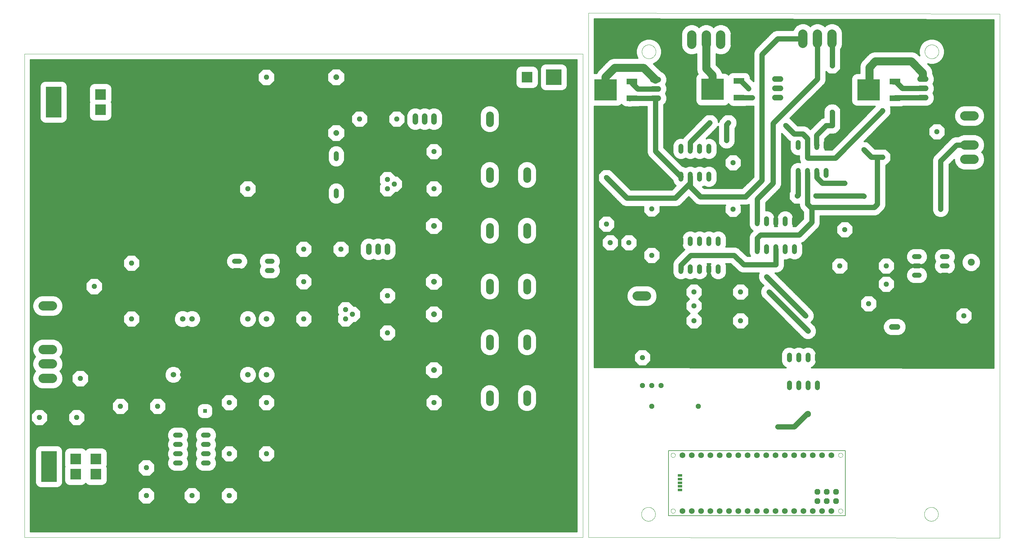
<source format=gtl>
G75*
%MOIN*%
%OFA0B0*%
%FSLAX25Y25*%
%IPPOS*%
%LPD*%
%AMOC8*
5,1,8,0,0,1.08239X$1,22.5*
%
%ADD10C,0.00000*%
%ADD11OC8,0.05600*%
%ADD12C,0.08250*%
%ADD13C,0.05200*%
%ADD14C,0.05937*%
%ADD15C,0.06000*%
%ADD16OC8,0.05200*%
%ADD17OC8,0.06000*%
%ADD18R,0.11811X0.11811*%
%ADD19R,0.16598X0.16598*%
%ADD20C,0.10039*%
%ADD21C,0.06200*%
%ADD22C,0.00500*%
%ADD23R,0.05000X0.02500*%
%ADD24OC8,0.06200*%
%ADD25C,0.07500*%
%ADD26C,0.10500*%
%ADD27R,0.24409X0.22835*%
%ADD28R,0.11811X0.06299*%
%ADD29C,0.01600*%
%ADD30R,0.03962X0.03962*%
%ADD31C,0.05600*%
%ADD32C,0.08600*%
D10*
X0001800Y0002800D02*
X0001800Y0522800D01*
X0601800Y0522800D01*
X0601800Y0002800D01*
X0001800Y0002800D01*
X0607800Y0002800D02*
X0607800Y0566800D01*
X1049800Y0565800D01*
X1049800Y0002300D01*
X0607800Y0002800D01*
X0664825Y0027800D02*
X0664827Y0027983D01*
X0664834Y0028167D01*
X0664845Y0028350D01*
X0664861Y0028533D01*
X0664881Y0028715D01*
X0664906Y0028897D01*
X0664935Y0029078D01*
X0664969Y0029258D01*
X0665007Y0029438D01*
X0665049Y0029616D01*
X0665096Y0029794D01*
X0665147Y0029970D01*
X0665202Y0030145D01*
X0665262Y0030318D01*
X0665326Y0030490D01*
X0665394Y0030661D01*
X0665466Y0030829D01*
X0665543Y0030996D01*
X0665623Y0031161D01*
X0665708Y0031324D01*
X0665796Y0031484D01*
X0665888Y0031643D01*
X0665985Y0031799D01*
X0666085Y0031953D01*
X0666189Y0032104D01*
X0666296Y0032253D01*
X0666407Y0032399D01*
X0666522Y0032542D01*
X0666640Y0032682D01*
X0666761Y0032820D01*
X0666886Y0032954D01*
X0667014Y0033086D01*
X0667146Y0033214D01*
X0667280Y0033339D01*
X0667418Y0033460D01*
X0667558Y0033578D01*
X0667701Y0033693D01*
X0667847Y0033804D01*
X0667996Y0033911D01*
X0668147Y0034015D01*
X0668301Y0034115D01*
X0668457Y0034212D01*
X0668616Y0034304D01*
X0668776Y0034392D01*
X0668939Y0034477D01*
X0669104Y0034557D01*
X0669271Y0034634D01*
X0669439Y0034706D01*
X0669610Y0034774D01*
X0669782Y0034838D01*
X0669955Y0034898D01*
X0670130Y0034953D01*
X0670306Y0035004D01*
X0670484Y0035051D01*
X0670662Y0035093D01*
X0670842Y0035131D01*
X0671022Y0035165D01*
X0671203Y0035194D01*
X0671385Y0035219D01*
X0671567Y0035239D01*
X0671750Y0035255D01*
X0671933Y0035266D01*
X0672117Y0035273D01*
X0672300Y0035275D01*
X0672483Y0035273D01*
X0672667Y0035266D01*
X0672850Y0035255D01*
X0673033Y0035239D01*
X0673215Y0035219D01*
X0673397Y0035194D01*
X0673578Y0035165D01*
X0673758Y0035131D01*
X0673938Y0035093D01*
X0674116Y0035051D01*
X0674294Y0035004D01*
X0674470Y0034953D01*
X0674645Y0034898D01*
X0674818Y0034838D01*
X0674990Y0034774D01*
X0675161Y0034706D01*
X0675329Y0034634D01*
X0675496Y0034557D01*
X0675661Y0034477D01*
X0675824Y0034392D01*
X0675984Y0034304D01*
X0676143Y0034212D01*
X0676299Y0034115D01*
X0676453Y0034015D01*
X0676604Y0033911D01*
X0676753Y0033804D01*
X0676899Y0033693D01*
X0677042Y0033578D01*
X0677182Y0033460D01*
X0677320Y0033339D01*
X0677454Y0033214D01*
X0677586Y0033086D01*
X0677714Y0032954D01*
X0677839Y0032820D01*
X0677960Y0032682D01*
X0678078Y0032542D01*
X0678193Y0032399D01*
X0678304Y0032253D01*
X0678411Y0032104D01*
X0678515Y0031953D01*
X0678615Y0031799D01*
X0678712Y0031643D01*
X0678804Y0031484D01*
X0678892Y0031324D01*
X0678977Y0031161D01*
X0679057Y0030996D01*
X0679134Y0030829D01*
X0679206Y0030661D01*
X0679274Y0030490D01*
X0679338Y0030318D01*
X0679398Y0030145D01*
X0679453Y0029970D01*
X0679504Y0029794D01*
X0679551Y0029616D01*
X0679593Y0029438D01*
X0679631Y0029258D01*
X0679665Y0029078D01*
X0679694Y0028897D01*
X0679719Y0028715D01*
X0679739Y0028533D01*
X0679755Y0028350D01*
X0679766Y0028167D01*
X0679773Y0027983D01*
X0679775Y0027800D01*
X0679773Y0027617D01*
X0679766Y0027433D01*
X0679755Y0027250D01*
X0679739Y0027067D01*
X0679719Y0026885D01*
X0679694Y0026703D01*
X0679665Y0026522D01*
X0679631Y0026342D01*
X0679593Y0026162D01*
X0679551Y0025984D01*
X0679504Y0025806D01*
X0679453Y0025630D01*
X0679398Y0025455D01*
X0679338Y0025282D01*
X0679274Y0025110D01*
X0679206Y0024939D01*
X0679134Y0024771D01*
X0679057Y0024604D01*
X0678977Y0024439D01*
X0678892Y0024276D01*
X0678804Y0024116D01*
X0678712Y0023957D01*
X0678615Y0023801D01*
X0678515Y0023647D01*
X0678411Y0023496D01*
X0678304Y0023347D01*
X0678193Y0023201D01*
X0678078Y0023058D01*
X0677960Y0022918D01*
X0677839Y0022780D01*
X0677714Y0022646D01*
X0677586Y0022514D01*
X0677454Y0022386D01*
X0677320Y0022261D01*
X0677182Y0022140D01*
X0677042Y0022022D01*
X0676899Y0021907D01*
X0676753Y0021796D01*
X0676604Y0021689D01*
X0676453Y0021585D01*
X0676299Y0021485D01*
X0676143Y0021388D01*
X0675984Y0021296D01*
X0675824Y0021208D01*
X0675661Y0021123D01*
X0675496Y0021043D01*
X0675329Y0020966D01*
X0675161Y0020894D01*
X0674990Y0020826D01*
X0674818Y0020762D01*
X0674645Y0020702D01*
X0674470Y0020647D01*
X0674294Y0020596D01*
X0674116Y0020549D01*
X0673938Y0020507D01*
X0673758Y0020469D01*
X0673578Y0020435D01*
X0673397Y0020406D01*
X0673215Y0020381D01*
X0673033Y0020361D01*
X0672850Y0020345D01*
X0672667Y0020334D01*
X0672483Y0020327D01*
X0672300Y0020325D01*
X0672117Y0020327D01*
X0671933Y0020334D01*
X0671750Y0020345D01*
X0671567Y0020361D01*
X0671385Y0020381D01*
X0671203Y0020406D01*
X0671022Y0020435D01*
X0670842Y0020469D01*
X0670662Y0020507D01*
X0670484Y0020549D01*
X0670306Y0020596D01*
X0670130Y0020647D01*
X0669955Y0020702D01*
X0669782Y0020762D01*
X0669610Y0020826D01*
X0669439Y0020894D01*
X0669271Y0020966D01*
X0669104Y0021043D01*
X0668939Y0021123D01*
X0668776Y0021208D01*
X0668616Y0021296D01*
X0668457Y0021388D01*
X0668301Y0021485D01*
X0668147Y0021585D01*
X0667996Y0021689D01*
X0667847Y0021796D01*
X0667701Y0021907D01*
X0667558Y0022022D01*
X0667418Y0022140D01*
X0667280Y0022261D01*
X0667146Y0022386D01*
X0667014Y0022514D01*
X0666886Y0022646D01*
X0666761Y0022780D01*
X0666640Y0022918D01*
X0666522Y0023058D01*
X0666407Y0023201D01*
X0666296Y0023347D01*
X0666189Y0023496D01*
X0666085Y0023647D01*
X0665985Y0023801D01*
X0665888Y0023957D01*
X0665796Y0024116D01*
X0665708Y0024276D01*
X0665623Y0024439D01*
X0665543Y0024604D01*
X0665466Y0024771D01*
X0665394Y0024939D01*
X0665326Y0025110D01*
X0665262Y0025282D01*
X0665202Y0025455D01*
X0665147Y0025630D01*
X0665096Y0025806D01*
X0665049Y0025984D01*
X0665007Y0026162D01*
X0664969Y0026342D01*
X0664935Y0026522D01*
X0664906Y0026703D01*
X0664881Y0026885D01*
X0664861Y0027067D01*
X0664845Y0027250D01*
X0664834Y0027433D01*
X0664827Y0027617D01*
X0664825Y0027800D01*
X0696438Y0031300D02*
X0696440Y0031397D01*
X0696446Y0031494D01*
X0696456Y0031590D01*
X0696470Y0031686D01*
X0696488Y0031782D01*
X0696509Y0031876D01*
X0696535Y0031970D01*
X0696564Y0032062D01*
X0696598Y0032153D01*
X0696634Y0032243D01*
X0696675Y0032331D01*
X0696719Y0032417D01*
X0696767Y0032502D01*
X0696818Y0032584D01*
X0696872Y0032665D01*
X0696930Y0032743D01*
X0696991Y0032818D01*
X0697054Y0032891D01*
X0697121Y0032962D01*
X0697191Y0033029D01*
X0697263Y0033094D01*
X0697338Y0033155D01*
X0697416Y0033214D01*
X0697495Y0033269D01*
X0697577Y0033321D01*
X0697661Y0033369D01*
X0697747Y0033414D01*
X0697835Y0033456D01*
X0697924Y0033494D01*
X0698015Y0033528D01*
X0698107Y0033558D01*
X0698200Y0033585D01*
X0698295Y0033607D01*
X0698390Y0033626D01*
X0698486Y0033641D01*
X0698582Y0033652D01*
X0698679Y0033659D01*
X0698776Y0033662D01*
X0698873Y0033661D01*
X0698970Y0033656D01*
X0699066Y0033647D01*
X0699162Y0033634D01*
X0699258Y0033617D01*
X0699353Y0033596D01*
X0699446Y0033572D01*
X0699539Y0033543D01*
X0699631Y0033511D01*
X0699721Y0033475D01*
X0699809Y0033436D01*
X0699896Y0033392D01*
X0699981Y0033346D01*
X0700064Y0033295D01*
X0700145Y0033242D01*
X0700223Y0033185D01*
X0700300Y0033125D01*
X0700373Y0033062D01*
X0700444Y0032996D01*
X0700512Y0032927D01*
X0700578Y0032855D01*
X0700640Y0032781D01*
X0700699Y0032704D01*
X0700755Y0032625D01*
X0700808Y0032543D01*
X0700858Y0032460D01*
X0700903Y0032374D01*
X0700946Y0032287D01*
X0700985Y0032198D01*
X0701020Y0032108D01*
X0701051Y0032016D01*
X0701078Y0031923D01*
X0701102Y0031829D01*
X0701122Y0031734D01*
X0701138Y0031638D01*
X0701150Y0031542D01*
X0701158Y0031445D01*
X0701162Y0031348D01*
X0701162Y0031252D01*
X0701158Y0031155D01*
X0701150Y0031058D01*
X0701138Y0030962D01*
X0701122Y0030866D01*
X0701102Y0030771D01*
X0701078Y0030677D01*
X0701051Y0030584D01*
X0701020Y0030492D01*
X0700985Y0030402D01*
X0700946Y0030313D01*
X0700903Y0030226D01*
X0700858Y0030140D01*
X0700808Y0030057D01*
X0700755Y0029975D01*
X0700699Y0029896D01*
X0700640Y0029819D01*
X0700578Y0029745D01*
X0700512Y0029673D01*
X0700444Y0029604D01*
X0700373Y0029538D01*
X0700300Y0029475D01*
X0700223Y0029415D01*
X0700145Y0029358D01*
X0700064Y0029305D01*
X0699981Y0029254D01*
X0699896Y0029208D01*
X0699809Y0029164D01*
X0699721Y0029125D01*
X0699631Y0029089D01*
X0699539Y0029057D01*
X0699446Y0029028D01*
X0699353Y0029004D01*
X0699258Y0028983D01*
X0699162Y0028966D01*
X0699066Y0028953D01*
X0698970Y0028944D01*
X0698873Y0028939D01*
X0698776Y0028938D01*
X0698679Y0028941D01*
X0698582Y0028948D01*
X0698486Y0028959D01*
X0698390Y0028974D01*
X0698295Y0028993D01*
X0698200Y0029015D01*
X0698107Y0029042D01*
X0698015Y0029072D01*
X0697924Y0029106D01*
X0697835Y0029144D01*
X0697747Y0029186D01*
X0697661Y0029231D01*
X0697577Y0029279D01*
X0697495Y0029331D01*
X0697416Y0029386D01*
X0697338Y0029445D01*
X0697263Y0029506D01*
X0697191Y0029571D01*
X0697121Y0029638D01*
X0697054Y0029709D01*
X0696991Y0029782D01*
X0696930Y0029857D01*
X0696872Y0029935D01*
X0696818Y0030016D01*
X0696767Y0030098D01*
X0696719Y0030183D01*
X0696675Y0030269D01*
X0696634Y0030357D01*
X0696598Y0030447D01*
X0696564Y0030538D01*
X0696535Y0030630D01*
X0696509Y0030724D01*
X0696488Y0030818D01*
X0696470Y0030914D01*
X0696456Y0031010D01*
X0696446Y0031106D01*
X0696440Y0031203D01*
X0696438Y0031300D01*
X0696438Y0091300D02*
X0696440Y0091397D01*
X0696446Y0091494D01*
X0696456Y0091590D01*
X0696470Y0091686D01*
X0696488Y0091782D01*
X0696509Y0091876D01*
X0696535Y0091970D01*
X0696564Y0092062D01*
X0696598Y0092153D01*
X0696634Y0092243D01*
X0696675Y0092331D01*
X0696719Y0092417D01*
X0696767Y0092502D01*
X0696818Y0092584D01*
X0696872Y0092665D01*
X0696930Y0092743D01*
X0696991Y0092818D01*
X0697054Y0092891D01*
X0697121Y0092962D01*
X0697191Y0093029D01*
X0697263Y0093094D01*
X0697338Y0093155D01*
X0697416Y0093214D01*
X0697495Y0093269D01*
X0697577Y0093321D01*
X0697661Y0093369D01*
X0697747Y0093414D01*
X0697835Y0093456D01*
X0697924Y0093494D01*
X0698015Y0093528D01*
X0698107Y0093558D01*
X0698200Y0093585D01*
X0698295Y0093607D01*
X0698390Y0093626D01*
X0698486Y0093641D01*
X0698582Y0093652D01*
X0698679Y0093659D01*
X0698776Y0093662D01*
X0698873Y0093661D01*
X0698970Y0093656D01*
X0699066Y0093647D01*
X0699162Y0093634D01*
X0699258Y0093617D01*
X0699353Y0093596D01*
X0699446Y0093572D01*
X0699539Y0093543D01*
X0699631Y0093511D01*
X0699721Y0093475D01*
X0699809Y0093436D01*
X0699896Y0093392D01*
X0699981Y0093346D01*
X0700064Y0093295D01*
X0700145Y0093242D01*
X0700223Y0093185D01*
X0700300Y0093125D01*
X0700373Y0093062D01*
X0700444Y0092996D01*
X0700512Y0092927D01*
X0700578Y0092855D01*
X0700640Y0092781D01*
X0700699Y0092704D01*
X0700755Y0092625D01*
X0700808Y0092543D01*
X0700858Y0092460D01*
X0700903Y0092374D01*
X0700946Y0092287D01*
X0700985Y0092198D01*
X0701020Y0092108D01*
X0701051Y0092016D01*
X0701078Y0091923D01*
X0701102Y0091829D01*
X0701122Y0091734D01*
X0701138Y0091638D01*
X0701150Y0091542D01*
X0701158Y0091445D01*
X0701162Y0091348D01*
X0701162Y0091252D01*
X0701158Y0091155D01*
X0701150Y0091058D01*
X0701138Y0090962D01*
X0701122Y0090866D01*
X0701102Y0090771D01*
X0701078Y0090677D01*
X0701051Y0090584D01*
X0701020Y0090492D01*
X0700985Y0090402D01*
X0700946Y0090313D01*
X0700903Y0090226D01*
X0700858Y0090140D01*
X0700808Y0090057D01*
X0700755Y0089975D01*
X0700699Y0089896D01*
X0700640Y0089819D01*
X0700578Y0089745D01*
X0700512Y0089673D01*
X0700444Y0089604D01*
X0700373Y0089538D01*
X0700300Y0089475D01*
X0700223Y0089415D01*
X0700145Y0089358D01*
X0700064Y0089305D01*
X0699981Y0089254D01*
X0699896Y0089208D01*
X0699809Y0089164D01*
X0699721Y0089125D01*
X0699631Y0089089D01*
X0699539Y0089057D01*
X0699446Y0089028D01*
X0699353Y0089004D01*
X0699258Y0088983D01*
X0699162Y0088966D01*
X0699066Y0088953D01*
X0698970Y0088944D01*
X0698873Y0088939D01*
X0698776Y0088938D01*
X0698679Y0088941D01*
X0698582Y0088948D01*
X0698486Y0088959D01*
X0698390Y0088974D01*
X0698295Y0088993D01*
X0698200Y0089015D01*
X0698107Y0089042D01*
X0698015Y0089072D01*
X0697924Y0089106D01*
X0697835Y0089144D01*
X0697747Y0089186D01*
X0697661Y0089231D01*
X0697577Y0089279D01*
X0697495Y0089331D01*
X0697416Y0089386D01*
X0697338Y0089445D01*
X0697263Y0089506D01*
X0697191Y0089571D01*
X0697121Y0089638D01*
X0697054Y0089709D01*
X0696991Y0089782D01*
X0696930Y0089857D01*
X0696872Y0089935D01*
X0696818Y0090016D01*
X0696767Y0090098D01*
X0696719Y0090183D01*
X0696675Y0090269D01*
X0696634Y0090357D01*
X0696598Y0090447D01*
X0696564Y0090538D01*
X0696535Y0090630D01*
X0696509Y0090724D01*
X0696488Y0090818D01*
X0696470Y0090914D01*
X0696456Y0091010D01*
X0696446Y0091106D01*
X0696440Y0091203D01*
X0696438Y0091300D01*
X0876438Y0091300D02*
X0876440Y0091397D01*
X0876446Y0091494D01*
X0876456Y0091590D01*
X0876470Y0091686D01*
X0876488Y0091782D01*
X0876509Y0091876D01*
X0876535Y0091970D01*
X0876564Y0092062D01*
X0876598Y0092153D01*
X0876634Y0092243D01*
X0876675Y0092331D01*
X0876719Y0092417D01*
X0876767Y0092502D01*
X0876818Y0092584D01*
X0876872Y0092665D01*
X0876930Y0092743D01*
X0876991Y0092818D01*
X0877054Y0092891D01*
X0877121Y0092962D01*
X0877191Y0093029D01*
X0877263Y0093094D01*
X0877338Y0093155D01*
X0877416Y0093214D01*
X0877495Y0093269D01*
X0877577Y0093321D01*
X0877661Y0093369D01*
X0877747Y0093414D01*
X0877835Y0093456D01*
X0877924Y0093494D01*
X0878015Y0093528D01*
X0878107Y0093558D01*
X0878200Y0093585D01*
X0878295Y0093607D01*
X0878390Y0093626D01*
X0878486Y0093641D01*
X0878582Y0093652D01*
X0878679Y0093659D01*
X0878776Y0093662D01*
X0878873Y0093661D01*
X0878970Y0093656D01*
X0879066Y0093647D01*
X0879162Y0093634D01*
X0879258Y0093617D01*
X0879353Y0093596D01*
X0879446Y0093572D01*
X0879539Y0093543D01*
X0879631Y0093511D01*
X0879721Y0093475D01*
X0879809Y0093436D01*
X0879896Y0093392D01*
X0879981Y0093346D01*
X0880064Y0093295D01*
X0880145Y0093242D01*
X0880223Y0093185D01*
X0880300Y0093125D01*
X0880373Y0093062D01*
X0880444Y0092996D01*
X0880512Y0092927D01*
X0880578Y0092855D01*
X0880640Y0092781D01*
X0880699Y0092704D01*
X0880755Y0092625D01*
X0880808Y0092543D01*
X0880858Y0092460D01*
X0880903Y0092374D01*
X0880946Y0092287D01*
X0880985Y0092198D01*
X0881020Y0092108D01*
X0881051Y0092016D01*
X0881078Y0091923D01*
X0881102Y0091829D01*
X0881122Y0091734D01*
X0881138Y0091638D01*
X0881150Y0091542D01*
X0881158Y0091445D01*
X0881162Y0091348D01*
X0881162Y0091252D01*
X0881158Y0091155D01*
X0881150Y0091058D01*
X0881138Y0090962D01*
X0881122Y0090866D01*
X0881102Y0090771D01*
X0881078Y0090677D01*
X0881051Y0090584D01*
X0881020Y0090492D01*
X0880985Y0090402D01*
X0880946Y0090313D01*
X0880903Y0090226D01*
X0880858Y0090140D01*
X0880808Y0090057D01*
X0880755Y0089975D01*
X0880699Y0089896D01*
X0880640Y0089819D01*
X0880578Y0089745D01*
X0880512Y0089673D01*
X0880444Y0089604D01*
X0880373Y0089538D01*
X0880300Y0089475D01*
X0880223Y0089415D01*
X0880145Y0089358D01*
X0880064Y0089305D01*
X0879981Y0089254D01*
X0879896Y0089208D01*
X0879809Y0089164D01*
X0879721Y0089125D01*
X0879631Y0089089D01*
X0879539Y0089057D01*
X0879446Y0089028D01*
X0879353Y0089004D01*
X0879258Y0088983D01*
X0879162Y0088966D01*
X0879066Y0088953D01*
X0878970Y0088944D01*
X0878873Y0088939D01*
X0878776Y0088938D01*
X0878679Y0088941D01*
X0878582Y0088948D01*
X0878486Y0088959D01*
X0878390Y0088974D01*
X0878295Y0088993D01*
X0878200Y0089015D01*
X0878107Y0089042D01*
X0878015Y0089072D01*
X0877924Y0089106D01*
X0877835Y0089144D01*
X0877747Y0089186D01*
X0877661Y0089231D01*
X0877577Y0089279D01*
X0877495Y0089331D01*
X0877416Y0089386D01*
X0877338Y0089445D01*
X0877263Y0089506D01*
X0877191Y0089571D01*
X0877121Y0089638D01*
X0877054Y0089709D01*
X0876991Y0089782D01*
X0876930Y0089857D01*
X0876872Y0089935D01*
X0876818Y0090016D01*
X0876767Y0090098D01*
X0876719Y0090183D01*
X0876675Y0090269D01*
X0876634Y0090357D01*
X0876598Y0090447D01*
X0876564Y0090538D01*
X0876535Y0090630D01*
X0876509Y0090724D01*
X0876488Y0090818D01*
X0876470Y0090914D01*
X0876456Y0091010D01*
X0876446Y0091106D01*
X0876440Y0091203D01*
X0876438Y0091300D01*
X0876438Y0031300D02*
X0876440Y0031397D01*
X0876446Y0031494D01*
X0876456Y0031590D01*
X0876470Y0031686D01*
X0876488Y0031782D01*
X0876509Y0031876D01*
X0876535Y0031970D01*
X0876564Y0032062D01*
X0876598Y0032153D01*
X0876634Y0032243D01*
X0876675Y0032331D01*
X0876719Y0032417D01*
X0876767Y0032502D01*
X0876818Y0032584D01*
X0876872Y0032665D01*
X0876930Y0032743D01*
X0876991Y0032818D01*
X0877054Y0032891D01*
X0877121Y0032962D01*
X0877191Y0033029D01*
X0877263Y0033094D01*
X0877338Y0033155D01*
X0877416Y0033214D01*
X0877495Y0033269D01*
X0877577Y0033321D01*
X0877661Y0033369D01*
X0877747Y0033414D01*
X0877835Y0033456D01*
X0877924Y0033494D01*
X0878015Y0033528D01*
X0878107Y0033558D01*
X0878200Y0033585D01*
X0878295Y0033607D01*
X0878390Y0033626D01*
X0878486Y0033641D01*
X0878582Y0033652D01*
X0878679Y0033659D01*
X0878776Y0033662D01*
X0878873Y0033661D01*
X0878970Y0033656D01*
X0879066Y0033647D01*
X0879162Y0033634D01*
X0879258Y0033617D01*
X0879353Y0033596D01*
X0879446Y0033572D01*
X0879539Y0033543D01*
X0879631Y0033511D01*
X0879721Y0033475D01*
X0879809Y0033436D01*
X0879896Y0033392D01*
X0879981Y0033346D01*
X0880064Y0033295D01*
X0880145Y0033242D01*
X0880223Y0033185D01*
X0880300Y0033125D01*
X0880373Y0033062D01*
X0880444Y0032996D01*
X0880512Y0032927D01*
X0880578Y0032855D01*
X0880640Y0032781D01*
X0880699Y0032704D01*
X0880755Y0032625D01*
X0880808Y0032543D01*
X0880858Y0032460D01*
X0880903Y0032374D01*
X0880946Y0032287D01*
X0880985Y0032198D01*
X0881020Y0032108D01*
X0881051Y0032016D01*
X0881078Y0031923D01*
X0881102Y0031829D01*
X0881122Y0031734D01*
X0881138Y0031638D01*
X0881150Y0031542D01*
X0881158Y0031445D01*
X0881162Y0031348D01*
X0881162Y0031252D01*
X0881158Y0031155D01*
X0881150Y0031058D01*
X0881138Y0030962D01*
X0881122Y0030866D01*
X0881102Y0030771D01*
X0881078Y0030677D01*
X0881051Y0030584D01*
X0881020Y0030492D01*
X0880985Y0030402D01*
X0880946Y0030313D01*
X0880903Y0030226D01*
X0880858Y0030140D01*
X0880808Y0030057D01*
X0880755Y0029975D01*
X0880699Y0029896D01*
X0880640Y0029819D01*
X0880578Y0029745D01*
X0880512Y0029673D01*
X0880444Y0029604D01*
X0880373Y0029538D01*
X0880300Y0029475D01*
X0880223Y0029415D01*
X0880145Y0029358D01*
X0880064Y0029305D01*
X0879981Y0029254D01*
X0879896Y0029208D01*
X0879809Y0029164D01*
X0879721Y0029125D01*
X0879631Y0029089D01*
X0879539Y0029057D01*
X0879446Y0029028D01*
X0879353Y0029004D01*
X0879258Y0028983D01*
X0879162Y0028966D01*
X0879066Y0028953D01*
X0878970Y0028944D01*
X0878873Y0028939D01*
X0878776Y0028938D01*
X0878679Y0028941D01*
X0878582Y0028948D01*
X0878486Y0028959D01*
X0878390Y0028974D01*
X0878295Y0028993D01*
X0878200Y0029015D01*
X0878107Y0029042D01*
X0878015Y0029072D01*
X0877924Y0029106D01*
X0877835Y0029144D01*
X0877747Y0029186D01*
X0877661Y0029231D01*
X0877577Y0029279D01*
X0877495Y0029331D01*
X0877416Y0029386D01*
X0877338Y0029445D01*
X0877263Y0029506D01*
X0877191Y0029571D01*
X0877121Y0029638D01*
X0877054Y0029709D01*
X0876991Y0029782D01*
X0876930Y0029857D01*
X0876872Y0029935D01*
X0876818Y0030016D01*
X0876767Y0030098D01*
X0876719Y0030183D01*
X0876675Y0030269D01*
X0876634Y0030357D01*
X0876598Y0030447D01*
X0876564Y0030538D01*
X0876535Y0030630D01*
X0876509Y0030724D01*
X0876488Y0030818D01*
X0876470Y0030914D01*
X0876456Y0031010D01*
X0876446Y0031106D01*
X0876440Y0031203D01*
X0876438Y0031300D01*
X0968825Y0027800D02*
X0968827Y0027983D01*
X0968834Y0028167D01*
X0968845Y0028350D01*
X0968861Y0028533D01*
X0968881Y0028715D01*
X0968906Y0028897D01*
X0968935Y0029078D01*
X0968969Y0029258D01*
X0969007Y0029438D01*
X0969049Y0029616D01*
X0969096Y0029794D01*
X0969147Y0029970D01*
X0969202Y0030145D01*
X0969262Y0030318D01*
X0969326Y0030490D01*
X0969394Y0030661D01*
X0969466Y0030829D01*
X0969543Y0030996D01*
X0969623Y0031161D01*
X0969708Y0031324D01*
X0969796Y0031484D01*
X0969888Y0031643D01*
X0969985Y0031799D01*
X0970085Y0031953D01*
X0970189Y0032104D01*
X0970296Y0032253D01*
X0970407Y0032399D01*
X0970522Y0032542D01*
X0970640Y0032682D01*
X0970761Y0032820D01*
X0970886Y0032954D01*
X0971014Y0033086D01*
X0971146Y0033214D01*
X0971280Y0033339D01*
X0971418Y0033460D01*
X0971558Y0033578D01*
X0971701Y0033693D01*
X0971847Y0033804D01*
X0971996Y0033911D01*
X0972147Y0034015D01*
X0972301Y0034115D01*
X0972457Y0034212D01*
X0972616Y0034304D01*
X0972776Y0034392D01*
X0972939Y0034477D01*
X0973104Y0034557D01*
X0973271Y0034634D01*
X0973439Y0034706D01*
X0973610Y0034774D01*
X0973782Y0034838D01*
X0973955Y0034898D01*
X0974130Y0034953D01*
X0974306Y0035004D01*
X0974484Y0035051D01*
X0974662Y0035093D01*
X0974842Y0035131D01*
X0975022Y0035165D01*
X0975203Y0035194D01*
X0975385Y0035219D01*
X0975567Y0035239D01*
X0975750Y0035255D01*
X0975933Y0035266D01*
X0976117Y0035273D01*
X0976300Y0035275D01*
X0976483Y0035273D01*
X0976667Y0035266D01*
X0976850Y0035255D01*
X0977033Y0035239D01*
X0977215Y0035219D01*
X0977397Y0035194D01*
X0977578Y0035165D01*
X0977758Y0035131D01*
X0977938Y0035093D01*
X0978116Y0035051D01*
X0978294Y0035004D01*
X0978470Y0034953D01*
X0978645Y0034898D01*
X0978818Y0034838D01*
X0978990Y0034774D01*
X0979161Y0034706D01*
X0979329Y0034634D01*
X0979496Y0034557D01*
X0979661Y0034477D01*
X0979824Y0034392D01*
X0979984Y0034304D01*
X0980143Y0034212D01*
X0980299Y0034115D01*
X0980453Y0034015D01*
X0980604Y0033911D01*
X0980753Y0033804D01*
X0980899Y0033693D01*
X0981042Y0033578D01*
X0981182Y0033460D01*
X0981320Y0033339D01*
X0981454Y0033214D01*
X0981586Y0033086D01*
X0981714Y0032954D01*
X0981839Y0032820D01*
X0981960Y0032682D01*
X0982078Y0032542D01*
X0982193Y0032399D01*
X0982304Y0032253D01*
X0982411Y0032104D01*
X0982515Y0031953D01*
X0982615Y0031799D01*
X0982712Y0031643D01*
X0982804Y0031484D01*
X0982892Y0031324D01*
X0982977Y0031161D01*
X0983057Y0030996D01*
X0983134Y0030829D01*
X0983206Y0030661D01*
X0983274Y0030490D01*
X0983338Y0030318D01*
X0983398Y0030145D01*
X0983453Y0029970D01*
X0983504Y0029794D01*
X0983551Y0029616D01*
X0983593Y0029438D01*
X0983631Y0029258D01*
X0983665Y0029078D01*
X0983694Y0028897D01*
X0983719Y0028715D01*
X0983739Y0028533D01*
X0983755Y0028350D01*
X0983766Y0028167D01*
X0983773Y0027983D01*
X0983775Y0027800D01*
X0983773Y0027617D01*
X0983766Y0027433D01*
X0983755Y0027250D01*
X0983739Y0027067D01*
X0983719Y0026885D01*
X0983694Y0026703D01*
X0983665Y0026522D01*
X0983631Y0026342D01*
X0983593Y0026162D01*
X0983551Y0025984D01*
X0983504Y0025806D01*
X0983453Y0025630D01*
X0983398Y0025455D01*
X0983338Y0025282D01*
X0983274Y0025110D01*
X0983206Y0024939D01*
X0983134Y0024771D01*
X0983057Y0024604D01*
X0982977Y0024439D01*
X0982892Y0024276D01*
X0982804Y0024116D01*
X0982712Y0023957D01*
X0982615Y0023801D01*
X0982515Y0023647D01*
X0982411Y0023496D01*
X0982304Y0023347D01*
X0982193Y0023201D01*
X0982078Y0023058D01*
X0981960Y0022918D01*
X0981839Y0022780D01*
X0981714Y0022646D01*
X0981586Y0022514D01*
X0981454Y0022386D01*
X0981320Y0022261D01*
X0981182Y0022140D01*
X0981042Y0022022D01*
X0980899Y0021907D01*
X0980753Y0021796D01*
X0980604Y0021689D01*
X0980453Y0021585D01*
X0980299Y0021485D01*
X0980143Y0021388D01*
X0979984Y0021296D01*
X0979824Y0021208D01*
X0979661Y0021123D01*
X0979496Y0021043D01*
X0979329Y0020966D01*
X0979161Y0020894D01*
X0978990Y0020826D01*
X0978818Y0020762D01*
X0978645Y0020702D01*
X0978470Y0020647D01*
X0978294Y0020596D01*
X0978116Y0020549D01*
X0977938Y0020507D01*
X0977758Y0020469D01*
X0977578Y0020435D01*
X0977397Y0020406D01*
X0977215Y0020381D01*
X0977033Y0020361D01*
X0976850Y0020345D01*
X0976667Y0020334D01*
X0976483Y0020327D01*
X0976300Y0020325D01*
X0976117Y0020327D01*
X0975933Y0020334D01*
X0975750Y0020345D01*
X0975567Y0020361D01*
X0975385Y0020381D01*
X0975203Y0020406D01*
X0975022Y0020435D01*
X0974842Y0020469D01*
X0974662Y0020507D01*
X0974484Y0020549D01*
X0974306Y0020596D01*
X0974130Y0020647D01*
X0973955Y0020702D01*
X0973782Y0020762D01*
X0973610Y0020826D01*
X0973439Y0020894D01*
X0973271Y0020966D01*
X0973104Y0021043D01*
X0972939Y0021123D01*
X0972776Y0021208D01*
X0972616Y0021296D01*
X0972457Y0021388D01*
X0972301Y0021485D01*
X0972147Y0021585D01*
X0971996Y0021689D01*
X0971847Y0021796D01*
X0971701Y0021907D01*
X0971558Y0022022D01*
X0971418Y0022140D01*
X0971280Y0022261D01*
X0971146Y0022386D01*
X0971014Y0022514D01*
X0970886Y0022646D01*
X0970761Y0022780D01*
X0970640Y0022918D01*
X0970522Y0023058D01*
X0970407Y0023201D01*
X0970296Y0023347D01*
X0970189Y0023496D01*
X0970085Y0023647D01*
X0969985Y0023801D01*
X0969888Y0023957D01*
X0969796Y0024116D01*
X0969708Y0024276D01*
X0969623Y0024439D01*
X0969543Y0024604D01*
X0969466Y0024771D01*
X0969394Y0024939D01*
X0969326Y0025110D01*
X0969262Y0025282D01*
X0969202Y0025455D01*
X0969147Y0025630D01*
X0969096Y0025806D01*
X0969049Y0025984D01*
X0969007Y0026162D01*
X0968969Y0026342D01*
X0968935Y0026522D01*
X0968906Y0026703D01*
X0968881Y0026885D01*
X0968861Y0027067D01*
X0968845Y0027250D01*
X0968834Y0027433D01*
X0968827Y0027617D01*
X0968825Y0027800D01*
X0969325Y0525300D02*
X0969327Y0525483D01*
X0969334Y0525667D01*
X0969345Y0525850D01*
X0969361Y0526033D01*
X0969381Y0526215D01*
X0969406Y0526397D01*
X0969435Y0526578D01*
X0969469Y0526758D01*
X0969507Y0526938D01*
X0969549Y0527116D01*
X0969596Y0527294D01*
X0969647Y0527470D01*
X0969702Y0527645D01*
X0969762Y0527818D01*
X0969826Y0527990D01*
X0969894Y0528161D01*
X0969966Y0528329D01*
X0970043Y0528496D01*
X0970123Y0528661D01*
X0970208Y0528824D01*
X0970296Y0528984D01*
X0970388Y0529143D01*
X0970485Y0529299D01*
X0970585Y0529453D01*
X0970689Y0529604D01*
X0970796Y0529753D01*
X0970907Y0529899D01*
X0971022Y0530042D01*
X0971140Y0530182D01*
X0971261Y0530320D01*
X0971386Y0530454D01*
X0971514Y0530586D01*
X0971646Y0530714D01*
X0971780Y0530839D01*
X0971918Y0530960D01*
X0972058Y0531078D01*
X0972201Y0531193D01*
X0972347Y0531304D01*
X0972496Y0531411D01*
X0972647Y0531515D01*
X0972801Y0531615D01*
X0972957Y0531712D01*
X0973116Y0531804D01*
X0973276Y0531892D01*
X0973439Y0531977D01*
X0973604Y0532057D01*
X0973771Y0532134D01*
X0973939Y0532206D01*
X0974110Y0532274D01*
X0974282Y0532338D01*
X0974455Y0532398D01*
X0974630Y0532453D01*
X0974806Y0532504D01*
X0974984Y0532551D01*
X0975162Y0532593D01*
X0975342Y0532631D01*
X0975522Y0532665D01*
X0975703Y0532694D01*
X0975885Y0532719D01*
X0976067Y0532739D01*
X0976250Y0532755D01*
X0976433Y0532766D01*
X0976617Y0532773D01*
X0976800Y0532775D01*
X0976983Y0532773D01*
X0977167Y0532766D01*
X0977350Y0532755D01*
X0977533Y0532739D01*
X0977715Y0532719D01*
X0977897Y0532694D01*
X0978078Y0532665D01*
X0978258Y0532631D01*
X0978438Y0532593D01*
X0978616Y0532551D01*
X0978794Y0532504D01*
X0978970Y0532453D01*
X0979145Y0532398D01*
X0979318Y0532338D01*
X0979490Y0532274D01*
X0979661Y0532206D01*
X0979829Y0532134D01*
X0979996Y0532057D01*
X0980161Y0531977D01*
X0980324Y0531892D01*
X0980484Y0531804D01*
X0980643Y0531712D01*
X0980799Y0531615D01*
X0980953Y0531515D01*
X0981104Y0531411D01*
X0981253Y0531304D01*
X0981399Y0531193D01*
X0981542Y0531078D01*
X0981682Y0530960D01*
X0981820Y0530839D01*
X0981954Y0530714D01*
X0982086Y0530586D01*
X0982214Y0530454D01*
X0982339Y0530320D01*
X0982460Y0530182D01*
X0982578Y0530042D01*
X0982693Y0529899D01*
X0982804Y0529753D01*
X0982911Y0529604D01*
X0983015Y0529453D01*
X0983115Y0529299D01*
X0983212Y0529143D01*
X0983304Y0528984D01*
X0983392Y0528824D01*
X0983477Y0528661D01*
X0983557Y0528496D01*
X0983634Y0528329D01*
X0983706Y0528161D01*
X0983774Y0527990D01*
X0983838Y0527818D01*
X0983898Y0527645D01*
X0983953Y0527470D01*
X0984004Y0527294D01*
X0984051Y0527116D01*
X0984093Y0526938D01*
X0984131Y0526758D01*
X0984165Y0526578D01*
X0984194Y0526397D01*
X0984219Y0526215D01*
X0984239Y0526033D01*
X0984255Y0525850D01*
X0984266Y0525667D01*
X0984273Y0525483D01*
X0984275Y0525300D01*
X0984273Y0525117D01*
X0984266Y0524933D01*
X0984255Y0524750D01*
X0984239Y0524567D01*
X0984219Y0524385D01*
X0984194Y0524203D01*
X0984165Y0524022D01*
X0984131Y0523842D01*
X0984093Y0523662D01*
X0984051Y0523484D01*
X0984004Y0523306D01*
X0983953Y0523130D01*
X0983898Y0522955D01*
X0983838Y0522782D01*
X0983774Y0522610D01*
X0983706Y0522439D01*
X0983634Y0522271D01*
X0983557Y0522104D01*
X0983477Y0521939D01*
X0983392Y0521776D01*
X0983304Y0521616D01*
X0983212Y0521457D01*
X0983115Y0521301D01*
X0983015Y0521147D01*
X0982911Y0520996D01*
X0982804Y0520847D01*
X0982693Y0520701D01*
X0982578Y0520558D01*
X0982460Y0520418D01*
X0982339Y0520280D01*
X0982214Y0520146D01*
X0982086Y0520014D01*
X0981954Y0519886D01*
X0981820Y0519761D01*
X0981682Y0519640D01*
X0981542Y0519522D01*
X0981399Y0519407D01*
X0981253Y0519296D01*
X0981104Y0519189D01*
X0980953Y0519085D01*
X0980799Y0518985D01*
X0980643Y0518888D01*
X0980484Y0518796D01*
X0980324Y0518708D01*
X0980161Y0518623D01*
X0979996Y0518543D01*
X0979829Y0518466D01*
X0979661Y0518394D01*
X0979490Y0518326D01*
X0979318Y0518262D01*
X0979145Y0518202D01*
X0978970Y0518147D01*
X0978794Y0518096D01*
X0978616Y0518049D01*
X0978438Y0518007D01*
X0978258Y0517969D01*
X0978078Y0517935D01*
X0977897Y0517906D01*
X0977715Y0517881D01*
X0977533Y0517861D01*
X0977350Y0517845D01*
X0977167Y0517834D01*
X0976983Y0517827D01*
X0976800Y0517825D01*
X0976617Y0517827D01*
X0976433Y0517834D01*
X0976250Y0517845D01*
X0976067Y0517861D01*
X0975885Y0517881D01*
X0975703Y0517906D01*
X0975522Y0517935D01*
X0975342Y0517969D01*
X0975162Y0518007D01*
X0974984Y0518049D01*
X0974806Y0518096D01*
X0974630Y0518147D01*
X0974455Y0518202D01*
X0974282Y0518262D01*
X0974110Y0518326D01*
X0973939Y0518394D01*
X0973771Y0518466D01*
X0973604Y0518543D01*
X0973439Y0518623D01*
X0973276Y0518708D01*
X0973116Y0518796D01*
X0972957Y0518888D01*
X0972801Y0518985D01*
X0972647Y0519085D01*
X0972496Y0519189D01*
X0972347Y0519296D01*
X0972201Y0519407D01*
X0972058Y0519522D01*
X0971918Y0519640D01*
X0971780Y0519761D01*
X0971646Y0519886D01*
X0971514Y0520014D01*
X0971386Y0520146D01*
X0971261Y0520280D01*
X0971140Y0520418D01*
X0971022Y0520558D01*
X0970907Y0520701D01*
X0970796Y0520847D01*
X0970689Y0520996D01*
X0970585Y0521147D01*
X0970485Y0521301D01*
X0970388Y0521457D01*
X0970296Y0521616D01*
X0970208Y0521776D01*
X0970123Y0521939D01*
X0970043Y0522104D01*
X0969966Y0522271D01*
X0969894Y0522439D01*
X0969826Y0522610D01*
X0969762Y0522782D01*
X0969702Y0522955D01*
X0969647Y0523130D01*
X0969596Y0523306D01*
X0969549Y0523484D01*
X0969507Y0523662D01*
X0969469Y0523842D01*
X0969435Y0524022D01*
X0969406Y0524203D01*
X0969381Y0524385D01*
X0969361Y0524567D01*
X0969345Y0524750D01*
X0969334Y0524933D01*
X0969327Y0525117D01*
X0969325Y0525300D01*
X0665325Y0525300D02*
X0665327Y0525483D01*
X0665334Y0525667D01*
X0665345Y0525850D01*
X0665361Y0526033D01*
X0665381Y0526215D01*
X0665406Y0526397D01*
X0665435Y0526578D01*
X0665469Y0526758D01*
X0665507Y0526938D01*
X0665549Y0527116D01*
X0665596Y0527294D01*
X0665647Y0527470D01*
X0665702Y0527645D01*
X0665762Y0527818D01*
X0665826Y0527990D01*
X0665894Y0528161D01*
X0665966Y0528329D01*
X0666043Y0528496D01*
X0666123Y0528661D01*
X0666208Y0528824D01*
X0666296Y0528984D01*
X0666388Y0529143D01*
X0666485Y0529299D01*
X0666585Y0529453D01*
X0666689Y0529604D01*
X0666796Y0529753D01*
X0666907Y0529899D01*
X0667022Y0530042D01*
X0667140Y0530182D01*
X0667261Y0530320D01*
X0667386Y0530454D01*
X0667514Y0530586D01*
X0667646Y0530714D01*
X0667780Y0530839D01*
X0667918Y0530960D01*
X0668058Y0531078D01*
X0668201Y0531193D01*
X0668347Y0531304D01*
X0668496Y0531411D01*
X0668647Y0531515D01*
X0668801Y0531615D01*
X0668957Y0531712D01*
X0669116Y0531804D01*
X0669276Y0531892D01*
X0669439Y0531977D01*
X0669604Y0532057D01*
X0669771Y0532134D01*
X0669939Y0532206D01*
X0670110Y0532274D01*
X0670282Y0532338D01*
X0670455Y0532398D01*
X0670630Y0532453D01*
X0670806Y0532504D01*
X0670984Y0532551D01*
X0671162Y0532593D01*
X0671342Y0532631D01*
X0671522Y0532665D01*
X0671703Y0532694D01*
X0671885Y0532719D01*
X0672067Y0532739D01*
X0672250Y0532755D01*
X0672433Y0532766D01*
X0672617Y0532773D01*
X0672800Y0532775D01*
X0672983Y0532773D01*
X0673167Y0532766D01*
X0673350Y0532755D01*
X0673533Y0532739D01*
X0673715Y0532719D01*
X0673897Y0532694D01*
X0674078Y0532665D01*
X0674258Y0532631D01*
X0674438Y0532593D01*
X0674616Y0532551D01*
X0674794Y0532504D01*
X0674970Y0532453D01*
X0675145Y0532398D01*
X0675318Y0532338D01*
X0675490Y0532274D01*
X0675661Y0532206D01*
X0675829Y0532134D01*
X0675996Y0532057D01*
X0676161Y0531977D01*
X0676324Y0531892D01*
X0676484Y0531804D01*
X0676643Y0531712D01*
X0676799Y0531615D01*
X0676953Y0531515D01*
X0677104Y0531411D01*
X0677253Y0531304D01*
X0677399Y0531193D01*
X0677542Y0531078D01*
X0677682Y0530960D01*
X0677820Y0530839D01*
X0677954Y0530714D01*
X0678086Y0530586D01*
X0678214Y0530454D01*
X0678339Y0530320D01*
X0678460Y0530182D01*
X0678578Y0530042D01*
X0678693Y0529899D01*
X0678804Y0529753D01*
X0678911Y0529604D01*
X0679015Y0529453D01*
X0679115Y0529299D01*
X0679212Y0529143D01*
X0679304Y0528984D01*
X0679392Y0528824D01*
X0679477Y0528661D01*
X0679557Y0528496D01*
X0679634Y0528329D01*
X0679706Y0528161D01*
X0679774Y0527990D01*
X0679838Y0527818D01*
X0679898Y0527645D01*
X0679953Y0527470D01*
X0680004Y0527294D01*
X0680051Y0527116D01*
X0680093Y0526938D01*
X0680131Y0526758D01*
X0680165Y0526578D01*
X0680194Y0526397D01*
X0680219Y0526215D01*
X0680239Y0526033D01*
X0680255Y0525850D01*
X0680266Y0525667D01*
X0680273Y0525483D01*
X0680275Y0525300D01*
X0680273Y0525117D01*
X0680266Y0524933D01*
X0680255Y0524750D01*
X0680239Y0524567D01*
X0680219Y0524385D01*
X0680194Y0524203D01*
X0680165Y0524022D01*
X0680131Y0523842D01*
X0680093Y0523662D01*
X0680051Y0523484D01*
X0680004Y0523306D01*
X0679953Y0523130D01*
X0679898Y0522955D01*
X0679838Y0522782D01*
X0679774Y0522610D01*
X0679706Y0522439D01*
X0679634Y0522271D01*
X0679557Y0522104D01*
X0679477Y0521939D01*
X0679392Y0521776D01*
X0679304Y0521616D01*
X0679212Y0521457D01*
X0679115Y0521301D01*
X0679015Y0521147D01*
X0678911Y0520996D01*
X0678804Y0520847D01*
X0678693Y0520701D01*
X0678578Y0520558D01*
X0678460Y0520418D01*
X0678339Y0520280D01*
X0678214Y0520146D01*
X0678086Y0520014D01*
X0677954Y0519886D01*
X0677820Y0519761D01*
X0677682Y0519640D01*
X0677542Y0519522D01*
X0677399Y0519407D01*
X0677253Y0519296D01*
X0677104Y0519189D01*
X0676953Y0519085D01*
X0676799Y0518985D01*
X0676643Y0518888D01*
X0676484Y0518796D01*
X0676324Y0518708D01*
X0676161Y0518623D01*
X0675996Y0518543D01*
X0675829Y0518466D01*
X0675661Y0518394D01*
X0675490Y0518326D01*
X0675318Y0518262D01*
X0675145Y0518202D01*
X0674970Y0518147D01*
X0674794Y0518096D01*
X0674616Y0518049D01*
X0674438Y0518007D01*
X0674258Y0517969D01*
X0674078Y0517935D01*
X0673897Y0517906D01*
X0673715Y0517881D01*
X0673533Y0517861D01*
X0673350Y0517845D01*
X0673167Y0517834D01*
X0672983Y0517827D01*
X0672800Y0517825D01*
X0672617Y0517827D01*
X0672433Y0517834D01*
X0672250Y0517845D01*
X0672067Y0517861D01*
X0671885Y0517881D01*
X0671703Y0517906D01*
X0671522Y0517935D01*
X0671342Y0517969D01*
X0671162Y0518007D01*
X0670984Y0518049D01*
X0670806Y0518096D01*
X0670630Y0518147D01*
X0670455Y0518202D01*
X0670282Y0518262D01*
X0670110Y0518326D01*
X0669939Y0518394D01*
X0669771Y0518466D01*
X0669604Y0518543D01*
X0669439Y0518623D01*
X0669276Y0518708D01*
X0669116Y0518796D01*
X0668957Y0518888D01*
X0668801Y0518985D01*
X0668647Y0519085D01*
X0668496Y0519189D01*
X0668347Y0519296D01*
X0668201Y0519407D01*
X0668058Y0519522D01*
X0667918Y0519640D01*
X0667780Y0519761D01*
X0667646Y0519886D01*
X0667514Y0520014D01*
X0667386Y0520146D01*
X0667261Y0520280D01*
X0667140Y0520418D01*
X0667022Y0520558D01*
X0666907Y0520701D01*
X0666796Y0520847D01*
X0666689Y0520996D01*
X0666585Y0521147D01*
X0666485Y0521301D01*
X0666388Y0521457D01*
X0666296Y0521616D01*
X0666208Y0521776D01*
X0666123Y0521939D01*
X0666043Y0522104D01*
X0665966Y0522271D01*
X0665894Y0522439D01*
X0665826Y0522610D01*
X0665762Y0522782D01*
X0665702Y0522955D01*
X0665647Y0523130D01*
X0665596Y0523306D01*
X0665549Y0523484D01*
X0665507Y0523662D01*
X0665469Y0523842D01*
X0665435Y0524022D01*
X0665406Y0524203D01*
X0665381Y0524385D01*
X0665361Y0524567D01*
X0665345Y0524750D01*
X0665334Y0524933D01*
X0665327Y0525117D01*
X0665325Y0525300D01*
D11*
X0261800Y0497800D03*
X0261800Y0467800D03*
X0241800Y0407800D03*
X0241800Y0377800D03*
X0076800Y0302800D03*
X0076800Y0272800D03*
X0061800Y0203800D03*
X0061800Y0173800D03*
X0132800Y0077800D03*
X0132800Y0047800D03*
D12*
X0501800Y0148675D02*
X0501800Y0156925D01*
X0541800Y0156925D02*
X0541800Y0148675D01*
X0541800Y0096925D02*
X0541800Y0088675D01*
X0541800Y0208675D02*
X0541800Y0216925D01*
X0501800Y0216925D02*
X0501800Y0208675D01*
X0501800Y0268675D02*
X0501800Y0276925D01*
X0541800Y0276925D02*
X0541800Y0268675D01*
X0541800Y0328675D02*
X0541800Y0336925D01*
X0501800Y0336925D02*
X0501800Y0328675D01*
X0501800Y0388675D02*
X0501800Y0396925D01*
X0541800Y0396925D02*
X0541800Y0388675D01*
X0501800Y0448675D02*
X0501800Y0456925D01*
D13*
X0336800Y0415400D02*
X0336800Y0410200D01*
X0336800Y0375400D02*
X0336800Y0370200D01*
X0268000Y0299800D02*
X0262800Y0299800D01*
X0262800Y0289800D02*
X0268000Y0289800D01*
X0232800Y0289800D02*
X0227600Y0289800D01*
X0227600Y0299800D02*
X0232800Y0299800D01*
X0199400Y0112800D02*
X0194200Y0112800D01*
X0194200Y0102800D02*
X0199400Y0102800D01*
X0199400Y0092800D02*
X0194200Y0092800D01*
X0194200Y0082800D02*
X0199400Y0082800D01*
X0169400Y0082800D02*
X0164200Y0082800D01*
X0164200Y0092800D02*
X0169400Y0092800D01*
X0169400Y0102800D02*
X0164200Y0102800D01*
X0164200Y0112800D02*
X0169400Y0112800D01*
X0707300Y0288700D02*
X0707300Y0293900D01*
X0717300Y0293900D02*
X0717300Y0288700D01*
X0727300Y0288700D02*
X0727300Y0293900D01*
X0737300Y0293900D02*
X0737300Y0288700D01*
X0747300Y0288700D02*
X0747300Y0293900D01*
X0789300Y0310200D02*
X0789300Y0315400D01*
X0799300Y0315400D02*
X0799300Y0310200D01*
X0809300Y0310200D02*
X0809300Y0315400D01*
X0819300Y0315400D02*
X0819300Y0310200D01*
X0829300Y0310200D02*
X0829300Y0315400D01*
X0829300Y0340200D02*
X0829300Y0345400D01*
X0819300Y0345400D02*
X0819300Y0340200D01*
X0809300Y0340200D02*
X0809300Y0345400D01*
X0799300Y0345400D02*
X0799300Y0340200D01*
X0789300Y0340200D02*
X0789300Y0345400D01*
X0747300Y0323900D02*
X0747300Y0318700D01*
X0737300Y0318700D02*
X0737300Y0323900D01*
X0727300Y0323900D02*
X0727300Y0318700D01*
X0717300Y0318700D02*
X0717300Y0323900D01*
X0707300Y0323900D02*
X0707300Y0318700D01*
X0707300Y0388200D02*
X0707300Y0393400D01*
X0717300Y0393400D02*
X0717300Y0388200D01*
X0727300Y0388200D02*
X0727300Y0393400D01*
X0737300Y0393400D02*
X0737300Y0388200D01*
X0737300Y0418200D02*
X0737300Y0423400D01*
X0727300Y0423400D02*
X0727300Y0418200D01*
X0717300Y0418200D02*
X0717300Y0423400D01*
X0707300Y0423400D02*
X0707300Y0418200D01*
X0833300Y0422200D02*
X0833300Y0427400D01*
X0843300Y0427400D02*
X0843300Y0422200D01*
X0853300Y0422200D02*
X0853300Y0427400D01*
X0863300Y0427400D02*
X0863300Y0422200D01*
X0863300Y0397400D02*
X0863300Y0392200D01*
X0853300Y0392200D02*
X0853300Y0397400D01*
X0843300Y0397400D02*
X0843300Y0392200D01*
X0833300Y0392200D02*
X0833300Y0397400D01*
X0958200Y0304800D02*
X0963400Y0304800D01*
X0963400Y0294800D02*
X0958200Y0294800D01*
X0958200Y0284800D02*
X0963400Y0284800D01*
X0988200Y0284800D02*
X0993400Y0284800D01*
X0993400Y0294800D02*
X0988200Y0294800D01*
X0988200Y0304800D02*
X0993400Y0304800D01*
X0853800Y0198900D02*
X0853800Y0193700D01*
X0843800Y0193700D02*
X0843800Y0198900D01*
X0833800Y0198900D02*
X0833800Y0193700D01*
X0823800Y0193700D02*
X0823800Y0198900D01*
X0823800Y0168900D02*
X0823800Y0163700D01*
X0833800Y0163700D02*
X0833800Y0168900D01*
X0843800Y0168900D02*
X0843800Y0163700D01*
X0853800Y0163700D02*
X0853800Y0168900D01*
D14*
X0261800Y0177800D03*
X0241800Y0177800D03*
X0181800Y0177800D03*
X0171800Y0177800D03*
X0161800Y0177800D03*
X0171800Y0237800D03*
X0181800Y0237800D03*
X0241800Y0237800D03*
X0261800Y0237800D03*
D15*
X0371800Y0309800D02*
X0371800Y0315800D01*
X0381800Y0315800D02*
X0381800Y0309800D01*
X0391800Y0309800D02*
X0391800Y0315800D01*
X0421800Y0449800D02*
X0421800Y0455800D01*
X0431800Y0455800D02*
X0431800Y0449800D01*
X0441800Y0449800D02*
X0441800Y0455800D01*
X0676800Y0475300D02*
X0682800Y0475300D01*
X0682800Y0485300D02*
X0676800Y0485300D01*
X0676800Y0495300D02*
X0682800Y0495300D01*
X0808300Y0495800D02*
X0814300Y0495800D01*
X0814300Y0485800D02*
X0808300Y0485800D01*
X0808300Y0475800D02*
X0814300Y0475800D01*
X0964300Y0475800D02*
X0970300Y0475800D01*
X0970300Y0485800D02*
X0964300Y0485800D01*
X0964300Y0495800D02*
X0970300Y0495800D01*
X0939800Y0229300D02*
X0933800Y0229300D01*
X0919800Y0219300D02*
X0913800Y0219300D01*
X0889800Y0229300D02*
X0883800Y0229300D01*
D16*
X0888800Y0254300D03*
X0908800Y0254300D03*
X0927800Y0275300D03*
X0927800Y0294800D03*
X0877800Y0294800D03*
X0877800Y0275300D03*
X0883300Y0333800D03*
X0903800Y0369800D03*
X0883300Y0383800D03*
X0852300Y0370300D03*
X0832300Y0370300D03*
X0763300Y0355800D03*
X0675800Y0356300D03*
X0627300Y0339800D03*
X0631300Y0319800D03*
X0651300Y0319800D03*
X0675800Y0306300D03*
X0721300Y0266800D03*
X0721300Y0251800D03*
X0701300Y0251800D03*
X0721300Y0235800D03*
X0771300Y0235800D03*
X0771300Y0266800D03*
X0685800Y0196300D03*
X0665800Y0196300D03*
X0665800Y0166300D03*
X0675800Y0166300D03*
X0685800Y0166300D03*
X0675800Y0143800D03*
X0725800Y0143800D03*
X0441800Y0147800D03*
X0441800Y0107800D03*
X0261800Y0092800D03*
X0221800Y0092800D03*
X0221800Y0047800D03*
X0181800Y0047800D03*
X0057800Y0131800D03*
X0017800Y0131800D03*
X0104800Y0143800D03*
X0144800Y0143800D03*
X0221800Y0147800D03*
X0261800Y0147800D03*
X0391800Y0222800D03*
X0354300Y0242800D03*
X0346800Y0237800D03*
X0346800Y0247800D03*
X0301800Y0237800D03*
X0301800Y0277800D03*
X0301800Y0312800D03*
X0341800Y0312800D03*
X0391800Y0262800D03*
X0391800Y0377800D03*
X0399300Y0382800D03*
X0391800Y0387800D03*
X0441800Y0377800D03*
X0441800Y0417800D03*
X0401800Y0452800D03*
X0361800Y0452800D03*
X0627300Y0389800D03*
X0738300Y0448800D03*
X0758300Y0448800D03*
X0756300Y0429800D03*
X0763300Y0405800D03*
X0806300Y0429800D03*
X0819800Y0445800D03*
X0869800Y0445800D03*
X0869800Y0460300D03*
X0923800Y0461800D03*
X0962300Y0439300D03*
X0982300Y0439300D03*
X0923800Y0411800D03*
X0903800Y0419800D03*
X0869800Y0510300D03*
X1011300Y0241300D03*
X1011300Y0221300D03*
X0116800Y0237800D03*
X0116800Y0297800D03*
D17*
X0336800Y0437800D03*
X0336800Y0497800D03*
X0441800Y0337800D03*
X0441800Y0277800D03*
X0441800Y0242800D03*
X0441800Y0182800D03*
D18*
X0078500Y0087300D03*
X0056800Y0087300D03*
X0056800Y0070800D03*
X0078500Y0070800D03*
X0083500Y0462800D03*
X0061800Y0462800D03*
X0061800Y0479300D03*
X0083500Y0479300D03*
X0524800Y0497800D03*
X0541800Y0497800D03*
D19*
X0570500Y0497800D03*
X0033100Y0479300D03*
X0033100Y0462800D03*
X0028100Y0087300D03*
X0028100Y0070800D03*
D20*
X0031820Y0173824D02*
X0021780Y0173824D01*
X0021780Y0189414D02*
X0031820Y0189414D01*
X0031820Y0205005D02*
X0021780Y0205005D01*
X0021780Y0220595D02*
X0031820Y0220595D01*
X0031820Y0236186D02*
X0021780Y0236186D01*
X0021780Y0251776D02*
X0031820Y0251776D01*
X0660280Y0262505D02*
X0670320Y0262505D01*
X0670320Y0278095D02*
X0660280Y0278095D01*
X1012280Y0409414D02*
X1022320Y0409414D01*
X1022320Y0425005D02*
X1012280Y0425005D01*
X1012280Y0440595D02*
X1022320Y0440595D01*
X1022320Y0456186D02*
X1012280Y0456186D01*
X0885186Y0534280D02*
X0885186Y0544320D01*
X0869595Y0544320D02*
X0869595Y0534280D01*
X0854005Y0534280D02*
X0854005Y0544320D01*
X0838414Y0544320D02*
X0838414Y0534280D01*
X0765686Y0533280D02*
X0765686Y0543320D01*
X0750095Y0543320D02*
X0750095Y0533280D01*
X0734505Y0533280D02*
X0734505Y0543320D01*
X0718914Y0543320D02*
X0718914Y0533280D01*
D21*
X0718800Y0091300D03*
X0708800Y0091300D03*
X0728800Y0091300D03*
X0738800Y0091300D03*
X0748800Y0091300D03*
X0758800Y0091300D03*
X0768800Y0091300D03*
X0778800Y0091300D03*
X0788800Y0091300D03*
X0798800Y0091300D03*
X0808800Y0091300D03*
X0818800Y0091300D03*
X0828800Y0091300D03*
X0838800Y0091300D03*
X0848800Y0091300D03*
X0858800Y0091300D03*
X0868800Y0091300D03*
X0868800Y0031300D03*
X0858800Y0031300D03*
X0848800Y0031300D03*
X0838800Y0031300D03*
X0828800Y0031300D03*
X0818800Y0031300D03*
X0808800Y0031300D03*
X0798800Y0031300D03*
X0788800Y0031300D03*
X0778800Y0031300D03*
X0768800Y0031300D03*
X0758800Y0031300D03*
X0748800Y0031300D03*
X0738800Y0031300D03*
X0728800Y0031300D03*
X0718800Y0031300D03*
X0708800Y0031300D03*
D22*
X0693800Y0026300D02*
X0883800Y0026300D01*
X0883800Y0096300D01*
X0693800Y0096300D01*
X0693800Y0026300D01*
D23*
X0706200Y0053700D03*
X0706200Y0057700D03*
X0706200Y0061500D03*
X0706200Y0065500D03*
X0706200Y0069400D03*
D24*
X0853800Y0051800D03*
X0863800Y0051800D03*
X0873800Y0051800D03*
X0873800Y0041800D03*
X0863800Y0041800D03*
X0853800Y0041800D03*
D25*
X1019100Y0298700D03*
D26*
X1009061Y0288661D03*
X1029139Y0288661D03*
X1029139Y0308739D03*
X1009061Y0308739D03*
D27*
X0908930Y0484300D03*
X0741430Y0484800D03*
X0626430Y0484300D03*
D28*
X0654698Y0475324D03*
X0654698Y0493276D03*
X0769698Y0493776D03*
X0769698Y0475824D03*
X0937198Y0475324D03*
X0937198Y0493276D03*
D29*
X0972697Y0512035D02*
X0974973Y0511425D01*
X0978627Y0511425D01*
X0982156Y0512371D01*
X0985319Y0514197D01*
X0987903Y0516781D01*
X0989729Y0519944D01*
X0990675Y0523473D01*
X0990675Y0527127D01*
X0989729Y0530656D01*
X0987903Y0533819D01*
X0985319Y0536403D01*
X0982156Y0538229D01*
X0978627Y0539175D01*
X0974973Y0539175D01*
X0971444Y0538229D01*
X0968281Y0536403D01*
X0965697Y0533819D01*
X0963871Y0530656D01*
X0962925Y0527127D01*
X0962925Y0523473D01*
X0963535Y0521197D01*
X0961370Y0523362D01*
X0958930Y0524771D01*
X0956209Y0525500D01*
X0914891Y0525500D01*
X0912170Y0524771D01*
X0909730Y0523362D01*
X0907738Y0521370D01*
X0901238Y0514870D01*
X0899829Y0512430D01*
X0899100Y0509709D01*
X0899100Y0502117D01*
X0895452Y0502117D01*
X0893100Y0501143D01*
X0891300Y0499343D01*
X0890325Y0496990D01*
X0890325Y0471610D01*
X0891300Y0469257D01*
X0893100Y0467457D01*
X0895452Y0466483D01*
X0915493Y0466483D01*
X0875776Y0426286D01*
X0869489Y0420000D01*
X0862130Y0420000D01*
X0862300Y0420410D01*
X0862300Y0422487D01*
X0862500Y0422970D01*
X0862500Y0426630D01*
X0862300Y0427113D01*
X0862300Y0429190D01*
X0862000Y0429914D01*
X0862000Y0431489D01*
X0867111Y0436600D01*
X0871630Y0436600D01*
X0872113Y0436800D01*
X0873528Y0436800D01*
X0874529Y0437801D01*
X0875011Y0438001D01*
X0877599Y0440589D01*
X0877799Y0441071D01*
X0878800Y0442072D01*
X0878800Y0443487D01*
X0879000Y0443970D01*
X0879000Y0462130D01*
X0878800Y0462613D01*
X0878800Y0464028D01*
X0877799Y0465029D01*
X0877599Y0465511D01*
X0875011Y0468099D01*
X0874529Y0468299D01*
X0873528Y0469300D01*
X0872113Y0469300D01*
X0871630Y0469500D01*
X0867970Y0469500D01*
X0867487Y0469300D01*
X0866072Y0469300D01*
X0865071Y0468299D01*
X0864589Y0468099D01*
X0862001Y0465511D01*
X0861801Y0465029D01*
X0860800Y0464028D01*
X0860800Y0462613D01*
X0860600Y0462130D01*
X0860600Y0454640D01*
X0858089Y0453599D01*
X0847589Y0443099D01*
X0846300Y0441811D01*
X0846099Y0442011D01*
X0843511Y0444599D01*
X0840130Y0446000D01*
X0832611Y0446000D01*
X0825011Y0453599D01*
X0824728Y0453717D01*
X0861804Y0490793D01*
X0863205Y0494175D01*
X0863205Y0503885D01*
X0864589Y0502501D01*
X0865071Y0502301D01*
X0866072Y0501300D01*
X0867487Y0501300D01*
X0867970Y0501100D01*
X0871630Y0501100D01*
X0872113Y0501300D01*
X0873528Y0501300D01*
X0874529Y0502301D01*
X0875011Y0502501D01*
X0877599Y0505089D01*
X0877799Y0505571D01*
X0878800Y0506572D01*
X0878800Y0507987D01*
X0879000Y0508470D01*
X0879000Y0527730D01*
X0880237Y0529872D01*
X0881015Y0532777D01*
X0881015Y0545823D01*
X0880237Y0548728D01*
X0878733Y0551332D01*
X0876607Y0553458D01*
X0874003Y0554961D01*
X0871099Y0555739D01*
X0868092Y0555739D01*
X0865187Y0554961D01*
X0862583Y0553458D01*
X0861800Y0552674D01*
X0861017Y0553458D01*
X0858413Y0554961D01*
X0855508Y0555739D01*
X0852501Y0555739D01*
X0849597Y0554961D01*
X0846993Y0553458D01*
X0846209Y0552674D01*
X0845426Y0553458D01*
X0842822Y0554961D01*
X0839918Y0555739D01*
X0836911Y0555739D01*
X0834006Y0554961D01*
X0831402Y0553458D01*
X0829276Y0551332D01*
X0827773Y0548728D01*
X0827712Y0548500D01*
X0809470Y0548500D01*
X0806089Y0547099D01*
X0789089Y0530099D01*
X0786501Y0527511D01*
X0785100Y0524130D01*
X0785100Y0493511D01*
X0782003Y0496608D01*
X0782003Y0498199D01*
X0781029Y0500551D01*
X0779228Y0502352D01*
X0776876Y0503326D01*
X0762519Y0503326D01*
X0760167Y0502352D01*
X0758366Y0500551D01*
X0758362Y0500541D01*
X0757260Y0501643D01*
X0754908Y0502617D01*
X0751773Y0502617D01*
X0751401Y0504005D01*
X0749992Y0506445D01*
X0745205Y0511232D01*
X0745205Y0522918D01*
X0745687Y0522639D01*
X0748592Y0521861D01*
X0751599Y0521861D01*
X0754503Y0522639D01*
X0757107Y0524142D01*
X0759233Y0526268D01*
X0760737Y0528872D01*
X0761515Y0531777D01*
X0761515Y0544823D01*
X0760737Y0547728D01*
X0759233Y0550332D01*
X0757107Y0552458D01*
X0754503Y0553961D01*
X0751599Y0554739D01*
X0748592Y0554739D01*
X0745687Y0553961D01*
X0743083Y0552458D01*
X0742300Y0551674D01*
X0741517Y0552458D01*
X0738913Y0553961D01*
X0736008Y0554739D01*
X0733001Y0554739D01*
X0730097Y0553961D01*
X0727493Y0552458D01*
X0726709Y0551674D01*
X0725926Y0552458D01*
X0723322Y0553961D01*
X0720418Y0554739D01*
X0717411Y0554739D01*
X0714506Y0553961D01*
X0711902Y0552458D01*
X0709776Y0550332D01*
X0708273Y0547728D01*
X0707494Y0544823D01*
X0707494Y0531777D01*
X0708273Y0528872D01*
X0709776Y0526268D01*
X0711902Y0524142D01*
X0714506Y0522639D01*
X0717411Y0521861D01*
X0720418Y0521861D01*
X0723322Y0522639D01*
X0723805Y0522918D01*
X0723805Y0505391D01*
X0724534Y0502670D01*
X0725300Y0501343D01*
X0723800Y0499843D01*
X0722825Y0497490D01*
X0722825Y0472110D01*
X0723800Y0469757D01*
X0725600Y0467957D01*
X0727952Y0466983D01*
X0754908Y0466983D01*
X0757260Y0467957D01*
X0758362Y0469059D01*
X0758366Y0469049D01*
X0760167Y0467248D01*
X0762519Y0466274D01*
X0776876Y0466274D01*
X0777720Y0466624D01*
X0778950Y0466624D01*
X0779043Y0466586D01*
X0783813Y0466624D01*
X0785100Y0466624D01*
X0785100Y0390611D01*
X0772989Y0378500D01*
X0732111Y0378500D01*
X0730731Y0379880D01*
X0732300Y0380530D01*
X0735510Y0379200D01*
X0739090Y0379200D01*
X0742398Y0380570D01*
X0744930Y0383102D01*
X0746300Y0386410D01*
X0746300Y0395190D01*
X0744930Y0398498D01*
X0742398Y0401030D01*
X0739090Y0402400D01*
X0735510Y0402400D01*
X0732300Y0401070D01*
X0729090Y0402400D01*
X0725510Y0402400D01*
X0722300Y0401070D01*
X0719090Y0402400D01*
X0715510Y0402400D01*
X0712300Y0401070D01*
X0709090Y0402400D01*
X0708711Y0402400D01*
X0689000Y0422111D01*
X0689000Y0468206D01*
X0690769Y0469975D01*
X0692200Y0473430D01*
X0692200Y0477170D01*
X0690903Y0480300D01*
X0692200Y0483430D01*
X0692200Y0487170D01*
X0690903Y0490300D01*
X0692200Y0493430D01*
X0692200Y0497170D01*
X0690769Y0500625D01*
X0688125Y0503269D01*
X0686142Y0504090D01*
X0677924Y0512308D01*
X0678156Y0512371D01*
X0681319Y0514197D01*
X0683903Y0516781D01*
X0685729Y0519944D01*
X0686675Y0523473D01*
X0686675Y0527127D01*
X0685729Y0530656D01*
X0683903Y0533819D01*
X0681319Y0536403D01*
X0678156Y0538229D01*
X0674627Y0539175D01*
X0670973Y0539175D01*
X0667444Y0538229D01*
X0664281Y0536403D01*
X0661697Y0533819D01*
X0659871Y0530656D01*
X0658925Y0527127D01*
X0658925Y0523473D01*
X0659871Y0519944D01*
X0660705Y0518500D01*
X0634891Y0518500D01*
X0632170Y0517771D01*
X0629730Y0516362D01*
X0627738Y0514370D01*
X0617868Y0504500D01*
X0616492Y0502117D01*
X0614200Y0502117D01*
X0614200Y0560386D01*
X1043400Y0559414D01*
X1043400Y0185308D01*
X0847592Y0185529D01*
X0848898Y0186070D01*
X0851430Y0188602D01*
X0852800Y0191910D01*
X0852800Y0200690D01*
X0851430Y0203998D01*
X0848898Y0206530D01*
X0845590Y0207900D01*
X0842010Y0207900D01*
X0838800Y0206570D01*
X0835590Y0207900D01*
X0832010Y0207900D01*
X0828800Y0206570D01*
X0825590Y0207900D01*
X0822010Y0207900D01*
X0818702Y0206530D01*
X0816170Y0203998D01*
X0814800Y0200690D01*
X0814800Y0191910D01*
X0816170Y0188602D01*
X0818702Y0186070D01*
X0819933Y0185560D01*
X0614200Y0185793D01*
X0614200Y0466483D01*
X0639908Y0466483D01*
X0642260Y0467457D01*
X0643362Y0468559D01*
X0643366Y0468549D01*
X0645167Y0466748D01*
X0647519Y0465774D01*
X0650050Y0465774D01*
X0650470Y0465600D01*
X0654130Y0465600D01*
X0654550Y0465774D01*
X0661876Y0465774D01*
X0662663Y0466100D01*
X0670600Y0466100D01*
X0670600Y0416470D01*
X0672001Y0413089D01*
X0698300Y0386789D01*
X0698300Y0386410D01*
X0699670Y0383102D01*
X0701631Y0381141D01*
X0697489Y0377000D01*
X0653111Y0377000D01*
X0632511Y0397599D01*
X0632029Y0397799D01*
X0631028Y0398800D01*
X0629613Y0398800D01*
X0629130Y0399000D01*
X0625470Y0399000D01*
X0624987Y0398800D01*
X0623572Y0398800D01*
X0622571Y0397799D01*
X0622089Y0397599D01*
X0619501Y0395011D01*
X0619301Y0394529D01*
X0618300Y0393528D01*
X0618300Y0392113D01*
X0618100Y0391630D01*
X0618100Y0387970D01*
X0618300Y0387487D01*
X0618300Y0386072D01*
X0619301Y0385071D01*
X0619501Y0384589D01*
X0644089Y0360001D01*
X0647470Y0358600D01*
X0666800Y0358600D01*
X0666800Y0352572D01*
X0672072Y0347300D01*
X0679528Y0347300D01*
X0684800Y0352572D01*
X0684800Y0358600D01*
X0703130Y0358600D01*
X0706511Y0360001D01*
X0709099Y0362589D01*
X0715550Y0369039D01*
X0723089Y0361501D01*
X0726470Y0360100D01*
X0754872Y0360100D01*
X0754300Y0359528D01*
X0754300Y0352072D01*
X0759572Y0346800D01*
X0767028Y0346800D01*
X0772300Y0352072D01*
X0772300Y0359528D01*
X0771728Y0360100D01*
X0778630Y0360100D01*
X0780100Y0360709D01*
X0780100Y0340970D01*
X0780300Y0340487D01*
X0780300Y0338410D01*
X0781670Y0335102D01*
X0784131Y0332641D01*
X0781501Y0330011D01*
X0780100Y0326630D01*
X0780100Y0310970D01*
X0780300Y0310487D01*
X0780300Y0308410D01*
X0781505Y0305500D01*
X0778480Y0305500D01*
X0770726Y0312885D01*
X0769511Y0314099D01*
X0769404Y0314144D01*
X0769320Y0314224D01*
X0767717Y0314843D01*
X0766130Y0315500D01*
X0766014Y0315500D01*
X0765905Y0315542D01*
X0764188Y0315500D01*
X0755716Y0315500D01*
X0756300Y0316910D01*
X0756300Y0325690D01*
X0754930Y0328998D01*
X0752398Y0331530D01*
X0749090Y0332900D01*
X0745510Y0332900D01*
X0742300Y0331570D01*
X0739090Y0332900D01*
X0735510Y0332900D01*
X0732300Y0331570D01*
X0729090Y0332900D01*
X0725510Y0332900D01*
X0722300Y0331570D01*
X0719090Y0332900D01*
X0715510Y0332900D01*
X0712202Y0331530D01*
X0709670Y0328998D01*
X0708300Y0325690D01*
X0708300Y0316910D01*
X0709670Y0313602D01*
X0710881Y0312391D01*
X0702089Y0303599D01*
X0699501Y0301011D01*
X0698100Y0297630D01*
X0698100Y0289470D01*
X0698300Y0288987D01*
X0698300Y0286910D01*
X0699670Y0283602D01*
X0702202Y0281070D01*
X0705510Y0279700D01*
X0709090Y0279700D01*
X0712300Y0281030D01*
X0715510Y0279700D01*
X0719090Y0279700D01*
X0722300Y0281030D01*
X0725510Y0279700D01*
X0729090Y0279700D01*
X0732398Y0281070D01*
X0734930Y0283602D01*
X0736300Y0286910D01*
X0736300Y0295690D01*
X0735716Y0297100D01*
X0738884Y0297100D01*
X0738300Y0295690D01*
X0738300Y0286910D01*
X0739670Y0283602D01*
X0742202Y0281070D01*
X0745510Y0279700D01*
X0749090Y0279700D01*
X0752398Y0281070D01*
X0754930Y0283602D01*
X0756300Y0286910D01*
X0756300Y0295690D01*
X0755716Y0297100D01*
X0760620Y0297100D01*
X0768374Y0289715D01*
X0769589Y0288501D01*
X0769696Y0288456D01*
X0769780Y0288376D01*
X0771383Y0287757D01*
X0772970Y0287100D01*
X0773086Y0287100D01*
X0773195Y0287058D01*
X0774912Y0287100D01*
X0790916Y0287100D01*
X0790100Y0285130D01*
X0790100Y0281470D01*
X0791501Y0278089D01*
X0791892Y0277698D01*
X0791893Y0277694D01*
X0793694Y0275893D01*
X0793698Y0275892D01*
X0795788Y0273801D01*
X0794393Y0272406D01*
X0794392Y0272402D01*
X0794001Y0272011D01*
X0792600Y0268630D01*
X0792600Y0264970D01*
X0794001Y0261589D01*
X0794392Y0261198D01*
X0794393Y0261194D01*
X0796194Y0259393D01*
X0796198Y0259392D01*
X0836392Y0219198D01*
X0836393Y0219194D01*
X0838194Y0217393D01*
X0838198Y0217392D01*
X0838589Y0217001D01*
X0614200Y0217001D01*
X0614200Y0218599D02*
X0836988Y0218599D01*
X0835392Y0220198D02*
X0614200Y0220198D01*
X0614200Y0221796D02*
X0833793Y0221796D01*
X0832195Y0223395D02*
X0614200Y0223395D01*
X0614200Y0224993D02*
X0830596Y0224993D01*
X0828998Y0226592D02*
X0614200Y0226592D01*
X0614200Y0228190D02*
X0716182Y0228190D01*
X0717572Y0226800D02*
X0725028Y0226800D01*
X0730300Y0232072D01*
X0730300Y0239528D01*
X0726028Y0243800D01*
X0730300Y0248072D01*
X0730300Y0255528D01*
X0726528Y0259300D01*
X0730300Y0263072D01*
X0730300Y0270528D01*
X0725028Y0275800D01*
X0717572Y0275800D01*
X0712300Y0270528D01*
X0712300Y0263072D01*
X0716072Y0259300D01*
X0712300Y0255528D01*
X0712300Y0248072D01*
X0716572Y0243800D01*
X0712300Y0239528D01*
X0712300Y0232072D01*
X0717572Y0226800D01*
X0714583Y0229789D02*
X0614200Y0229789D01*
X0614200Y0231387D02*
X0712985Y0231387D01*
X0712300Y0232986D02*
X0614200Y0232986D01*
X0614200Y0234584D02*
X0712300Y0234584D01*
X0712300Y0236183D02*
X0614200Y0236183D01*
X0614200Y0237781D02*
X0712300Y0237781D01*
X0712300Y0239380D02*
X0614200Y0239380D01*
X0614200Y0240978D02*
X0713750Y0240978D01*
X0715349Y0242577D02*
X0614200Y0242577D01*
X0614200Y0244175D02*
X0716197Y0244175D01*
X0714598Y0245774D02*
X0614200Y0245774D01*
X0614200Y0247372D02*
X0713000Y0247372D01*
X0712300Y0248971D02*
X0614200Y0248971D01*
X0614200Y0250569D02*
X0712300Y0250569D01*
X0712300Y0252168D02*
X0675255Y0252168D01*
X0674728Y0251863D02*
X0677332Y0253367D01*
X0679458Y0255493D01*
X0680961Y0258097D01*
X0681739Y0261001D01*
X0681739Y0264008D01*
X0680961Y0266913D01*
X0679458Y0269517D01*
X0677332Y0271643D01*
X0674728Y0273146D01*
X0671823Y0273924D01*
X0658777Y0273924D01*
X0655872Y0273146D01*
X0653268Y0271643D01*
X0651142Y0269517D01*
X0649639Y0266913D01*
X0648861Y0264008D01*
X0648861Y0261001D01*
X0649639Y0258097D01*
X0651142Y0255493D01*
X0653268Y0253367D01*
X0655872Y0251863D01*
X0658777Y0251085D01*
X0671823Y0251085D01*
X0674728Y0251863D01*
X0677731Y0253766D02*
X0712300Y0253766D01*
X0712300Y0255365D02*
X0679330Y0255365D01*
X0680307Y0256963D02*
X0713735Y0256963D01*
X0715334Y0258562D02*
X0681086Y0258562D01*
X0681514Y0260160D02*
X0715212Y0260160D01*
X0713613Y0261759D02*
X0681739Y0261759D01*
X0681739Y0263357D02*
X0712300Y0263357D01*
X0712300Y0264956D02*
X0681485Y0264956D01*
X0681057Y0266554D02*
X0712300Y0266554D01*
X0712300Y0268153D02*
X0680245Y0268153D01*
X0679223Y0269751D02*
X0712300Y0269751D01*
X0713122Y0271350D02*
X0677624Y0271350D01*
X0675070Y0272948D02*
X0714720Y0272948D01*
X0716319Y0274547D02*
X0614200Y0274547D01*
X0614200Y0276145D02*
X0793441Y0276145D01*
X0791845Y0277744D02*
X0614200Y0277744D01*
X0614200Y0279342D02*
X0790981Y0279342D01*
X0790319Y0280941D02*
X0752086Y0280941D01*
X0753867Y0282539D02*
X0790100Y0282539D01*
X0790100Y0284138D02*
X0755152Y0284138D01*
X0755814Y0285737D02*
X0790351Y0285737D01*
X0808511Y0287100D02*
X0811130Y0287100D01*
X0814511Y0288501D01*
X0817099Y0291089D01*
X0818500Y0294470D01*
X0818500Y0301200D01*
X0821090Y0301200D01*
X0824300Y0302530D01*
X0827510Y0301200D01*
X0831090Y0301200D01*
X0834398Y0302570D01*
X0836930Y0305102D01*
X0838300Y0308410D01*
X0838300Y0317190D01*
X0837307Y0319588D01*
X0839511Y0320501D01*
X0855599Y0336589D01*
X0857000Y0339970D01*
X0857000Y0348600D01*
X0916630Y0348600D01*
X0920011Y0350001D01*
X0923511Y0353501D01*
X0926099Y0356089D01*
X0927500Y0359470D01*
X0927500Y0402800D01*
X0927528Y0402800D01*
X0928529Y0403801D01*
X0929011Y0404001D01*
X0931599Y0406589D01*
X0931799Y0407071D01*
X0932800Y0408072D01*
X0932800Y0409487D01*
X0933000Y0409970D01*
X0933000Y0413630D01*
X0932800Y0414113D01*
X0932800Y0415528D01*
X0931799Y0416529D01*
X0931599Y0417011D01*
X0929011Y0419599D01*
X0928529Y0419799D01*
X0927528Y0420800D01*
X0926113Y0420800D01*
X0925630Y0421000D01*
X0915611Y0421000D01*
X0909011Y0427599D01*
X0908529Y0427799D01*
X0907528Y0428800D01*
X0906113Y0428800D01*
X0905630Y0429000D01*
X0904324Y0429000D01*
X0931630Y0456635D01*
X0931814Y0457086D01*
X0932800Y0458072D01*
X0932800Y0459507D01*
X0933011Y0460025D01*
X0932989Y0463685D01*
X0932800Y0464133D01*
X0932800Y0465528D01*
X0932554Y0465774D01*
X0944376Y0465774D01*
X0946370Y0466600D01*
X0961947Y0466600D01*
X0962430Y0466400D01*
X0972170Y0466400D01*
X0975625Y0467831D01*
X0978269Y0470475D01*
X0979700Y0473930D01*
X0979700Y0477670D01*
X0978403Y0480800D01*
X0979700Y0483930D01*
X0979700Y0487670D01*
X0978403Y0490800D01*
X0979700Y0493930D01*
X0979700Y0497670D01*
X0978269Y0501125D01*
X0978000Y0501394D01*
X0978000Y0503709D01*
X0977271Y0506430D01*
X0975862Y0508870D01*
X0973870Y0510862D01*
X0972697Y0512035D01*
X0973605Y0511127D02*
X1043400Y0511127D01*
X1043400Y0512725D02*
X0982770Y0512725D01*
X0985446Y0514324D02*
X1043400Y0514324D01*
X1043400Y0515922D02*
X0987044Y0515922D01*
X0988330Y0517521D02*
X1043400Y0517521D01*
X1043400Y0519119D02*
X0989253Y0519119D01*
X0989937Y0520718D02*
X1043400Y0520718D01*
X1043400Y0522316D02*
X0990365Y0522316D01*
X0990675Y0523915D02*
X1043400Y0523915D01*
X1043400Y0525513D02*
X0990675Y0525513D01*
X0990675Y0527112D02*
X1043400Y0527112D01*
X1043400Y0528710D02*
X0990251Y0528710D01*
X0989822Y0530309D02*
X1043400Y0530309D01*
X1043400Y0531907D02*
X0989007Y0531907D01*
X0988084Y0533506D02*
X1043400Y0533506D01*
X1043400Y0535104D02*
X0986618Y0535104D01*
X0984800Y0536703D02*
X1043400Y0536703D01*
X1043400Y0538301D02*
X0981887Y0538301D01*
X0971713Y0538301D02*
X0881015Y0538301D01*
X0881015Y0536703D02*
X0968800Y0536703D01*
X0966982Y0535104D02*
X0881015Y0535104D01*
X0881015Y0533506D02*
X0965516Y0533506D01*
X0964593Y0531907D02*
X0880782Y0531907D01*
X0880354Y0530309D02*
X0963778Y0530309D01*
X0963349Y0528710D02*
X0879566Y0528710D01*
X0879000Y0527112D02*
X0962925Y0527112D01*
X0962925Y0525513D02*
X0879000Y0525513D01*
X0879000Y0523915D02*
X0910687Y0523915D01*
X0908684Y0522316D02*
X0879000Y0522316D01*
X0879000Y0520718D02*
X0907086Y0520718D01*
X0905487Y0519119D02*
X0879000Y0519119D01*
X0879000Y0517521D02*
X0903889Y0517521D01*
X0902290Y0515922D02*
X0879000Y0515922D01*
X0879000Y0514324D02*
X0900922Y0514324D01*
X0900000Y0512725D02*
X0879000Y0512725D01*
X0879000Y0511127D02*
X0899480Y0511127D01*
X0899100Y0509528D02*
X0879000Y0509528D01*
X0878800Y0507930D02*
X0899100Y0507930D01*
X0899100Y0506331D02*
X0878559Y0506331D01*
X0877243Y0504733D02*
X0899100Y0504733D01*
X0899100Y0503134D02*
X0875645Y0503134D01*
X0873763Y0501536D02*
X0894048Y0501536D01*
X0891894Y0499937D02*
X0863205Y0499937D01*
X0863205Y0498339D02*
X0890884Y0498339D01*
X0890325Y0496740D02*
X0863205Y0496740D01*
X0863205Y0495141D02*
X0890325Y0495141D01*
X0890325Y0493543D02*
X0862943Y0493543D01*
X0862281Y0491944D02*
X0890325Y0491944D01*
X0890325Y0490346D02*
X0861357Y0490346D01*
X0859758Y0488747D02*
X0890325Y0488747D01*
X0890325Y0487149D02*
X0858160Y0487149D01*
X0856561Y0485550D02*
X0890325Y0485550D01*
X0890325Y0483952D02*
X0854963Y0483952D01*
X0853364Y0482353D02*
X0890325Y0482353D01*
X0890325Y0480755D02*
X0851766Y0480755D01*
X0850167Y0479156D02*
X0890325Y0479156D01*
X0890325Y0477558D02*
X0848569Y0477558D01*
X0846970Y0475959D02*
X0890325Y0475959D01*
X0890325Y0474361D02*
X0845372Y0474361D01*
X0843773Y0472762D02*
X0890325Y0472762D01*
X0890510Y0471164D02*
X0842175Y0471164D01*
X0840576Y0469565D02*
X0891172Y0469565D01*
X0892590Y0467967D02*
X0875144Y0467967D01*
X0876742Y0466368D02*
X0915380Y0466368D01*
X0913801Y0464770D02*
X0878058Y0464770D01*
X0878800Y0463171D02*
X0912221Y0463171D01*
X0910642Y0461573D02*
X0879000Y0461573D01*
X0879000Y0459974D02*
X0909062Y0459974D01*
X0907483Y0458376D02*
X0879000Y0458376D01*
X0879000Y0456777D02*
X0905903Y0456777D01*
X0904324Y0455179D02*
X0879000Y0455179D01*
X0879000Y0453580D02*
X0902745Y0453580D01*
X0901165Y0451982D02*
X0879000Y0451982D01*
X0879000Y0450383D02*
X0899586Y0450383D01*
X0898006Y0448785D02*
X0879000Y0448785D01*
X0879000Y0447186D02*
X0896427Y0447186D01*
X0894847Y0445588D02*
X0879000Y0445588D01*
X0879000Y0443989D02*
X0893268Y0443989D01*
X0891688Y0442391D02*
X0878800Y0442391D01*
X0877684Y0440792D02*
X0890109Y0440792D01*
X0888529Y0439194D02*
X0876204Y0439194D01*
X0874323Y0437595D02*
X0886950Y0437595D01*
X0885370Y0435997D02*
X0866507Y0435997D01*
X0864909Y0434398D02*
X0883791Y0434398D01*
X0882211Y0432800D02*
X0863310Y0432800D01*
X0862000Y0431201D02*
X0880632Y0431201D01*
X0879052Y0429603D02*
X0862129Y0429603D01*
X0862300Y0428004D02*
X0877473Y0428004D01*
X0875893Y0426405D02*
X0862500Y0426405D01*
X0862500Y0424807D02*
X0874296Y0424807D01*
X0872698Y0423208D02*
X0862500Y0423208D01*
X0862300Y0421610D02*
X0871099Y0421610D01*
X0869501Y0420011D02*
X0862135Y0420011D01*
X0834100Y0413200D02*
X0834100Y0409470D01*
X0835430Y0406259D01*
X0835090Y0406400D01*
X0831510Y0406400D01*
X0828202Y0405030D01*
X0825670Y0402498D01*
X0824300Y0399190D01*
X0824300Y0397113D01*
X0824100Y0396630D01*
X0824100Y0374828D01*
X0823300Y0374028D01*
X0823300Y0372613D01*
X0823100Y0372130D01*
X0823100Y0368470D01*
X0823300Y0367987D01*
X0823300Y0366572D01*
X0824301Y0365571D01*
X0824501Y0365089D01*
X0827089Y0362501D01*
X0827571Y0362301D01*
X0828572Y0361300D01*
X0829987Y0361300D01*
X0830470Y0361100D01*
X0834100Y0361100D01*
X0834100Y0359470D01*
X0835501Y0356089D01*
X0838600Y0352989D01*
X0838600Y0345611D01*
X0830489Y0337500D01*
X0827923Y0337500D01*
X0828300Y0338410D01*
X0828300Y0347190D01*
X0826930Y0350498D01*
X0824398Y0353030D01*
X0821090Y0354400D01*
X0817510Y0354400D01*
X0814202Y0353030D01*
X0811670Y0350498D01*
X0810300Y0347190D01*
X0810300Y0338410D01*
X0810677Y0337500D01*
X0807923Y0337500D01*
X0808300Y0338410D01*
X0808300Y0347190D01*
X0806930Y0350498D01*
X0804398Y0353030D01*
X0801090Y0354400D01*
X0798500Y0354400D01*
X0798500Y0362989D01*
X0811511Y0376001D01*
X0814099Y0378589D01*
X0815500Y0381970D01*
X0815500Y0437089D01*
X0823589Y0429001D01*
X0824300Y0428706D01*
X0824300Y0420410D01*
X0825670Y0417102D01*
X0828202Y0414570D01*
X0831510Y0413200D01*
X0834100Y0413200D01*
X0834100Y0412019D02*
X0815500Y0412019D01*
X0815500Y0413617D02*
X0830502Y0413617D01*
X0827556Y0415216D02*
X0815500Y0415216D01*
X0815500Y0416814D02*
X0825958Y0416814D01*
X0825127Y0418413D02*
X0815500Y0418413D01*
X0815500Y0420011D02*
X0824465Y0420011D01*
X0824300Y0421610D02*
X0815500Y0421610D01*
X0815500Y0423208D02*
X0824300Y0423208D01*
X0824300Y0424807D02*
X0815500Y0424807D01*
X0815500Y0426405D02*
X0824300Y0426405D01*
X0824300Y0428004D02*
X0815500Y0428004D01*
X0815500Y0429603D02*
X0822987Y0429603D01*
X0821388Y0431201D02*
X0815500Y0431201D01*
X0815500Y0432800D02*
X0819790Y0432800D01*
X0818191Y0434398D02*
X0815500Y0434398D01*
X0815500Y0435997D02*
X0816593Y0435997D01*
X0829826Y0448785D02*
X0853274Y0448785D01*
X0854872Y0450383D02*
X0828228Y0450383D01*
X0826629Y0451982D02*
X0856471Y0451982D01*
X0858069Y0453580D02*
X0825031Y0453580D01*
X0826189Y0455179D02*
X0860600Y0455179D01*
X0860600Y0456777D02*
X0827788Y0456777D01*
X0829386Y0458376D02*
X0860600Y0458376D01*
X0860600Y0459974D02*
X0830985Y0459974D01*
X0832584Y0461573D02*
X0860600Y0461573D01*
X0860800Y0463171D02*
X0834182Y0463171D01*
X0835781Y0464770D02*
X0861542Y0464770D01*
X0862858Y0466368D02*
X0837379Y0466368D01*
X0838978Y0467967D02*
X0864456Y0467967D01*
X0851675Y0447186D02*
X0831425Y0447186D01*
X0841126Y0445588D02*
X0850077Y0445588D01*
X0848478Y0443989D02*
X0844122Y0443989D01*
X0845720Y0442391D02*
X0846880Y0442391D01*
X0847589Y0443099D02*
X0847589Y0443099D01*
X0834100Y0410420D02*
X0815500Y0410420D01*
X0815500Y0408822D02*
X0834368Y0408822D01*
X0835031Y0407223D02*
X0815500Y0407223D01*
X0815500Y0405625D02*
X0829638Y0405625D01*
X0827198Y0404026D02*
X0815500Y0404026D01*
X0815500Y0402428D02*
X0825641Y0402428D01*
X0824979Y0400829D02*
X0815500Y0400829D01*
X0815500Y0399231D02*
X0824317Y0399231D01*
X0824300Y0397632D02*
X0815500Y0397632D01*
X0815500Y0396034D02*
X0824100Y0396034D01*
X0824100Y0394435D02*
X0815500Y0394435D01*
X0815500Y0392837D02*
X0824100Y0392837D01*
X0824100Y0391238D02*
X0815500Y0391238D01*
X0815500Y0389640D02*
X0824100Y0389640D01*
X0824100Y0388041D02*
X0815500Y0388041D01*
X0815500Y0386443D02*
X0824100Y0386443D01*
X0824100Y0384844D02*
X0815500Y0384844D01*
X0815500Y0383246D02*
X0824100Y0383246D01*
X0824100Y0381647D02*
X0815366Y0381647D01*
X0814704Y0380049D02*
X0824100Y0380049D01*
X0824100Y0378450D02*
X0813961Y0378450D01*
X0812362Y0376852D02*
X0824100Y0376852D01*
X0824100Y0375253D02*
X0810764Y0375253D01*
X0809165Y0373655D02*
X0823300Y0373655D01*
X0823100Y0372056D02*
X0807567Y0372056D01*
X0805968Y0370458D02*
X0823100Y0370458D01*
X0823100Y0368859D02*
X0804370Y0368859D01*
X0802771Y0367261D02*
X0823300Y0367261D01*
X0824210Y0365662D02*
X0801173Y0365662D01*
X0799574Y0364064D02*
X0825526Y0364064D01*
X0827174Y0362465D02*
X0798500Y0362465D01*
X0798500Y0360867D02*
X0834100Y0360867D01*
X0834184Y0359268D02*
X0798500Y0359268D01*
X0798500Y0357670D02*
X0834846Y0357670D01*
X0835518Y0356071D02*
X0798500Y0356071D01*
X0798500Y0354472D02*
X0837117Y0354472D01*
X0838600Y0352874D02*
X0824554Y0352874D01*
X0826152Y0351275D02*
X0838600Y0351275D01*
X0838600Y0349677D02*
X0827270Y0349677D01*
X0827932Y0348078D02*
X0838600Y0348078D01*
X0838600Y0346480D02*
X0828300Y0346480D01*
X0828300Y0344881D02*
X0837871Y0344881D01*
X0836272Y0343283D02*
X0828300Y0343283D01*
X0828300Y0341684D02*
X0834674Y0341684D01*
X0833075Y0340086D02*
X0828300Y0340086D01*
X0828300Y0338487D02*
X0831477Y0338487D01*
X0844710Y0325699D02*
X0878673Y0325699D01*
X0879572Y0324800D02*
X0887028Y0324800D01*
X0892300Y0330072D01*
X0892300Y0337528D01*
X0887028Y0342800D01*
X0879572Y0342800D01*
X0874300Y0337528D01*
X0874300Y0330072D01*
X0879572Y0324800D01*
X0877074Y0327298D02*
X0846309Y0327298D01*
X0847907Y0328896D02*
X0875476Y0328896D01*
X0874300Y0330495D02*
X0849506Y0330495D01*
X0851104Y0332093D02*
X0874300Y0332093D01*
X0874300Y0333692D02*
X0852703Y0333692D01*
X0854301Y0335290D02*
X0874300Y0335290D01*
X0874300Y0336889D02*
X0855724Y0336889D01*
X0856386Y0338487D02*
X0875259Y0338487D01*
X0876858Y0340086D02*
X0857000Y0340086D01*
X0857000Y0341684D02*
X0878456Y0341684D01*
X0888144Y0341684D02*
X1043400Y0341684D01*
X1043400Y0340086D02*
X0889742Y0340086D01*
X0891341Y0338487D02*
X1043400Y0338487D01*
X1043400Y0336889D02*
X0892300Y0336889D01*
X0892300Y0335290D02*
X1043400Y0335290D01*
X1043400Y0333692D02*
X0892300Y0333692D01*
X0892300Y0332093D02*
X1043400Y0332093D01*
X1043400Y0330495D02*
X0892300Y0330495D01*
X0891124Y0328896D02*
X1043400Y0328896D01*
X1043400Y0327298D02*
X0889526Y0327298D01*
X0887927Y0325699D02*
X1043400Y0325699D01*
X1043400Y0324101D02*
X0843112Y0324101D01*
X0841513Y0322502D02*
X1043400Y0322502D01*
X1043400Y0320904D02*
X0839915Y0320904D01*
X0837424Y0319305D02*
X1043400Y0319305D01*
X1043400Y0317707D02*
X0838086Y0317707D01*
X0838300Y0316108D02*
X1043400Y0316108D01*
X1043400Y0314510D02*
X0838300Y0314510D01*
X0838300Y0312911D02*
X0954264Y0312911D01*
X0953102Y0312430D02*
X0956410Y0313800D01*
X0965190Y0313800D01*
X0968498Y0312430D01*
X0971030Y0309898D01*
X0972400Y0306590D01*
X0972400Y0303010D01*
X0971030Y0299702D01*
X0968498Y0297170D01*
X0965190Y0295800D01*
X0956410Y0295800D01*
X0953102Y0297170D01*
X0950570Y0299702D01*
X0949200Y0303010D01*
X0949200Y0306590D01*
X0950570Y0309898D01*
X0953102Y0312430D01*
X0951985Y0311313D02*
X0838300Y0311313D01*
X0838300Y0309714D02*
X0950494Y0309714D01*
X0949832Y0308116D02*
X0838178Y0308116D01*
X0837516Y0306517D02*
X0949200Y0306517D01*
X0949200Y0304919D02*
X0836747Y0304919D01*
X0835148Y0303320D02*
X0873592Y0303320D01*
X0874072Y0303800D02*
X0868800Y0298528D01*
X0868800Y0291072D01*
X0874072Y0285800D01*
X0881528Y0285800D01*
X0886800Y0291072D01*
X0886800Y0298528D01*
X0881528Y0303800D01*
X0874072Y0303800D01*
X0871994Y0301722D02*
X0832349Y0301722D01*
X0826250Y0301722D02*
X0822349Y0301722D01*
X0818500Y0300123D02*
X0870395Y0300123D01*
X0868800Y0298525D02*
X0818500Y0298525D01*
X0818500Y0296926D02*
X0868800Y0296926D01*
X0868800Y0295328D02*
X0818500Y0295328D01*
X0818193Y0293729D02*
X0868800Y0293729D01*
X0868800Y0292131D02*
X0817531Y0292131D01*
X0816543Y0290532D02*
X0869340Y0290532D01*
X0870939Y0288934D02*
X0814944Y0288934D01*
X0811697Y0287335D02*
X0872537Y0287335D01*
X0883063Y0287335D02*
X0922537Y0287335D01*
X0924072Y0285800D02*
X0931528Y0285800D01*
X0936800Y0291072D01*
X0936800Y0298528D01*
X0931528Y0303800D01*
X0924072Y0303800D01*
X0918800Y0298528D01*
X0918800Y0291072D01*
X0924072Y0285800D01*
X0924072Y0284300D02*
X0918800Y0279028D01*
X0918800Y0271572D01*
X0924072Y0266300D01*
X0931528Y0266300D01*
X0936800Y0271572D01*
X0936800Y0279028D01*
X0931528Y0284300D01*
X0924072Y0284300D01*
X0923910Y0284138D02*
X0811473Y0284138D01*
X0813071Y0282539D02*
X0922312Y0282539D01*
X0920713Y0280941D02*
X0814670Y0280941D01*
X0816268Y0279342D02*
X0919115Y0279342D01*
X0918800Y0277744D02*
X0817867Y0277744D01*
X0819465Y0276145D02*
X0918800Y0276145D01*
X0918800Y0274547D02*
X0821064Y0274547D01*
X0822662Y0272948D02*
X0918800Y0272948D01*
X0919022Y0271350D02*
X0824261Y0271350D01*
X0825859Y0269751D02*
X0920621Y0269751D01*
X0922219Y0268153D02*
X0827458Y0268153D01*
X0829056Y0266554D02*
X0923818Y0266554D01*
X0931782Y0266554D02*
X1043400Y0266554D01*
X1043400Y0264956D02*
X0830655Y0264956D01*
X0832253Y0263357D02*
X1043400Y0263357D01*
X1043400Y0261759D02*
X0914069Y0261759D01*
X0912528Y0263300D02*
X0905072Y0263300D01*
X0899800Y0258028D01*
X0899800Y0250572D01*
X0905072Y0245300D01*
X0912528Y0245300D01*
X0917800Y0250572D01*
X0917800Y0258028D01*
X0912528Y0263300D01*
X0915668Y0260160D02*
X1043400Y0260160D01*
X1043400Y0258562D02*
X0917266Y0258562D01*
X0917800Y0256963D02*
X1043400Y0256963D01*
X1043400Y0255365D02*
X0917800Y0255365D01*
X0917800Y0253766D02*
X1043400Y0253766D01*
X1043400Y0252168D02*
X0917800Y0252168D01*
X0917797Y0250569D02*
X1043400Y0250569D01*
X1043400Y0248971D02*
X1016357Y0248971D01*
X1015028Y0250300D02*
X1020300Y0245028D01*
X1020300Y0237572D01*
X1015028Y0232300D01*
X1007572Y0232300D01*
X1002300Y0237572D01*
X1002300Y0245028D01*
X1007572Y0250300D01*
X1015028Y0250300D01*
X1017956Y0247372D02*
X1043400Y0247372D01*
X1043400Y0245774D02*
X1019554Y0245774D01*
X1020300Y0244175D02*
X1043400Y0244175D01*
X1043400Y0242577D02*
X1020300Y0242577D01*
X1020300Y0240978D02*
X1043400Y0240978D01*
X1043400Y0239380D02*
X1020300Y0239380D01*
X1020300Y0237781D02*
X1043400Y0237781D01*
X1043400Y0236183D02*
X1018911Y0236183D01*
X1017312Y0234584D02*
X1043400Y0234584D01*
X1043400Y0232986D02*
X1015714Y0232986D01*
X1006886Y0232986D02*
X0948448Y0232986D01*
X0947786Y0234584D02*
X1005288Y0234584D01*
X1003689Y0236183D02*
X0946211Y0236183D01*
X0945125Y0237269D02*
X0941670Y0238700D01*
X0931930Y0238700D01*
X0928475Y0237269D01*
X0925831Y0234625D01*
X0924400Y0231170D01*
X0924400Y0227430D01*
X0925831Y0223975D01*
X0928475Y0221331D01*
X0931930Y0219900D01*
X0941670Y0219900D01*
X0945125Y0221331D01*
X0947769Y0223975D01*
X0949200Y0227430D01*
X0949200Y0231170D01*
X0947769Y0234625D01*
X0945125Y0237269D01*
X0943888Y0237781D02*
X1002300Y0237781D01*
X1002300Y0239380D02*
X0850463Y0239380D01*
X0850500Y0239470D02*
X0850500Y0243130D01*
X0849099Y0246511D01*
X0848708Y0246902D01*
X0848707Y0246906D01*
X0846906Y0248707D01*
X0846902Y0248708D01*
X0808511Y0287100D01*
X0809874Y0285737D02*
X0949200Y0285737D01*
X0949200Y0286590D02*
X0949200Y0283010D01*
X0950570Y0279702D01*
X0953102Y0277170D01*
X0956410Y0275800D01*
X0965190Y0275800D01*
X0968498Y0277170D01*
X0971030Y0279702D01*
X0972400Y0283010D01*
X0972400Y0286590D01*
X0971030Y0289898D01*
X0968498Y0292430D01*
X0965190Y0293800D01*
X0956410Y0293800D01*
X0953102Y0292430D01*
X0950570Y0289898D01*
X0949200Y0286590D01*
X0949509Y0287335D02*
X0933063Y0287335D01*
X0934661Y0288934D02*
X0950171Y0288934D01*
X0951204Y0290532D02*
X0936260Y0290532D01*
X0936800Y0292131D02*
X0952803Y0292131D01*
X0956239Y0293729D02*
X0936800Y0293729D01*
X0936800Y0295328D02*
X0979200Y0295328D01*
X0979200Y0296590D02*
X0979200Y0293010D01*
X0980570Y0289702D01*
X0983102Y0287170D01*
X0986410Y0285800D01*
X0995190Y0285800D01*
X0998498Y0287170D01*
X1001030Y0289702D01*
X1002400Y0293010D01*
X1002400Y0296590D01*
X1001070Y0299800D01*
X1002400Y0303010D01*
X1002400Y0306590D01*
X1001030Y0309898D01*
X0998498Y0312430D01*
X0995190Y0313800D01*
X0986410Y0313800D01*
X0983102Y0312430D01*
X0980570Y0309898D01*
X0979200Y0306590D01*
X0979200Y0303010D01*
X0980530Y0299800D01*
X0979200Y0296590D01*
X0979339Y0296926D02*
X0967909Y0296926D01*
X0969853Y0298525D02*
X0980001Y0298525D01*
X0980396Y0300123D02*
X0971204Y0300123D01*
X0971866Y0301722D02*
X0979734Y0301722D01*
X0979200Y0303320D02*
X0972400Y0303320D01*
X0972400Y0304919D02*
X0979200Y0304919D01*
X0979200Y0306517D02*
X0972400Y0306517D01*
X0971768Y0308116D02*
X0979832Y0308116D01*
X0980494Y0309714D02*
X0971106Y0309714D01*
X0969615Y0311313D02*
X0981985Y0311313D01*
X0984264Y0312911D02*
X0967336Y0312911D01*
X0949200Y0303320D02*
X0932008Y0303320D01*
X0933606Y0301722D02*
X0949734Y0301722D01*
X0950396Y0300123D02*
X0935205Y0300123D01*
X0936800Y0298525D02*
X0951747Y0298525D01*
X0953691Y0296926D02*
X0936800Y0296926D01*
X0923592Y0303320D02*
X0882008Y0303320D01*
X0883606Y0301722D02*
X0921994Y0301722D01*
X0920395Y0300123D02*
X0885205Y0300123D01*
X0886800Y0298525D02*
X0918800Y0298525D01*
X0918800Y0296926D02*
X0886800Y0296926D01*
X0886800Y0295328D02*
X0918800Y0295328D01*
X0918800Y0293729D02*
X0886800Y0293729D01*
X0886800Y0292131D02*
X0918800Y0292131D01*
X0919340Y0290532D02*
X0886260Y0290532D01*
X0884661Y0288934D02*
X0920939Y0288934D01*
X0931690Y0284138D02*
X0949200Y0284138D01*
X0949395Y0282539D02*
X0933288Y0282539D01*
X0934887Y0280941D02*
X0950057Y0280941D01*
X0950930Y0279342D02*
X0936485Y0279342D01*
X0936800Y0277744D02*
X0952528Y0277744D01*
X0955576Y0276145D02*
X0936800Y0276145D01*
X0936800Y0274547D02*
X1043400Y0274547D01*
X1043400Y0276145D02*
X0966024Y0276145D01*
X0969072Y0277744D02*
X1043400Y0277744D01*
X1043400Y0279342D02*
X0970670Y0279342D01*
X0971543Y0280941D02*
X1043400Y0280941D01*
X1043400Y0282539D02*
X0972205Y0282539D01*
X0972400Y0284138D02*
X1043400Y0284138D01*
X1043400Y0285737D02*
X0972400Y0285737D01*
X0972091Y0287335D02*
X0982937Y0287335D01*
X0981339Y0288934D02*
X0971429Y0288934D01*
X0970396Y0290532D02*
X0980226Y0290532D01*
X0979564Y0292131D02*
X0968797Y0292131D01*
X0965361Y0293729D02*
X0979200Y0293729D01*
X0998663Y0287335D02*
X1043400Y0287335D01*
X1043400Y0288934D02*
X1021868Y0288934D01*
X1023018Y0289242D02*
X1025332Y0290578D01*
X1027222Y0292468D01*
X1028558Y0294782D01*
X1029250Y0297364D01*
X1029250Y0300036D01*
X1028558Y0302618D01*
X1027222Y0304932D01*
X1025332Y0306822D01*
X1023018Y0308158D01*
X1020436Y0308850D01*
X1017764Y0308850D01*
X1015182Y0308158D01*
X1012868Y0306822D01*
X1010978Y0304932D01*
X1009642Y0302618D01*
X1008950Y0300036D01*
X1008950Y0297364D01*
X1009642Y0294782D01*
X1010978Y0292468D01*
X1012868Y0290578D01*
X1015182Y0289242D01*
X1017764Y0288550D01*
X1020436Y0288550D01*
X1023018Y0289242D01*
X1025253Y0290532D02*
X1043400Y0290532D01*
X1043400Y0292131D02*
X1026885Y0292131D01*
X1027950Y0293729D02*
X1043400Y0293729D01*
X1043400Y0295328D02*
X1028704Y0295328D01*
X1029133Y0296926D02*
X1043400Y0296926D01*
X1043400Y0298525D02*
X1029250Y0298525D01*
X1029227Y0300123D02*
X1043400Y0300123D01*
X1043400Y0301722D02*
X1028798Y0301722D01*
X1028153Y0303320D02*
X1043400Y0303320D01*
X1043400Y0304919D02*
X1027230Y0304919D01*
X1025637Y0306517D02*
X1043400Y0306517D01*
X1043400Y0308116D02*
X1023092Y0308116D01*
X1015108Y0308116D02*
X1001768Y0308116D01*
X1002400Y0306517D02*
X1012563Y0306517D01*
X1010970Y0304919D02*
X1002400Y0304919D01*
X1002400Y0303320D02*
X1010047Y0303320D01*
X1009402Y0301722D02*
X1001866Y0301722D01*
X1001204Y0300123D02*
X1008973Y0300123D01*
X1008950Y0298525D02*
X1001599Y0298525D01*
X1002261Y0296926D02*
X1009067Y0296926D01*
X1009496Y0295328D02*
X1002400Y0295328D01*
X1002400Y0293729D02*
X1010250Y0293729D01*
X1011315Y0292131D02*
X1002036Y0292131D01*
X1001374Y0290532D02*
X1012947Y0290532D01*
X1016332Y0288934D02*
X1000261Y0288934D01*
X1001106Y0309714D02*
X1043400Y0309714D01*
X1043400Y0311313D02*
X0999615Y0311313D01*
X0997336Y0312911D02*
X1043400Y0312911D01*
X1043400Y0343283D02*
X0857000Y0343283D01*
X0857000Y0344881D02*
X1043400Y0344881D01*
X1043400Y0346480D02*
X0857000Y0346480D01*
X0857000Y0348078D02*
X0981395Y0348078D01*
X0981089Y0348205D02*
X0984470Y0346805D01*
X0988130Y0346805D01*
X0991511Y0348205D01*
X0994099Y0350793D01*
X0995500Y0354175D01*
X0995500Y0403989D01*
X1000861Y0409350D01*
X1000861Y0407911D01*
X1001639Y0405006D01*
X1003142Y0402402D01*
X1005268Y0400276D01*
X1007872Y0398773D01*
X1010777Y0397994D01*
X1023823Y0397994D01*
X1026728Y0398773D01*
X1029332Y0400276D01*
X1031458Y0402402D01*
X1032961Y0405006D01*
X1033739Y0407911D01*
X1033739Y0410918D01*
X1032961Y0413822D01*
X1031458Y0416426D01*
X1030674Y0417209D01*
X1031458Y0417993D01*
X1032961Y0420597D01*
X1033739Y0423501D01*
X1033739Y0426508D01*
X1032961Y0429413D01*
X1031458Y0432017D01*
X1029332Y0434143D01*
X1026728Y0435646D01*
X1023823Y0436424D01*
X1010777Y0436424D01*
X1007872Y0435646D01*
X1005376Y0434205D01*
X1001675Y0434205D01*
X0998293Y0432804D01*
X0978501Y0413011D01*
X0977100Y0409630D01*
X0977100Y0354175D01*
X0978501Y0350793D01*
X0981089Y0348205D01*
X0979617Y0349677D02*
X0919230Y0349677D01*
X0921286Y0351275D02*
X0978301Y0351275D01*
X0977639Y0352874D02*
X0922885Y0352874D01*
X0924483Y0354472D02*
X0977100Y0354472D01*
X0977100Y0356071D02*
X0926082Y0356071D01*
X0926754Y0357670D02*
X0977100Y0357670D01*
X0977100Y0359268D02*
X0927416Y0359268D01*
X0927500Y0360867D02*
X0977100Y0360867D01*
X0977100Y0362465D02*
X0927500Y0362465D01*
X0927500Y0364064D02*
X0977100Y0364064D01*
X0977100Y0365662D02*
X0927500Y0365662D01*
X0927500Y0367261D02*
X0977100Y0367261D01*
X0977100Y0368859D02*
X0927500Y0368859D01*
X0927500Y0370458D02*
X0977100Y0370458D01*
X0977100Y0372056D02*
X0927500Y0372056D01*
X0927500Y0373655D02*
X0977100Y0373655D01*
X0977100Y0375253D02*
X0927500Y0375253D01*
X0927500Y0376852D02*
X0977100Y0376852D01*
X0977100Y0378450D02*
X0927500Y0378450D01*
X0927500Y0380049D02*
X0977100Y0380049D01*
X0977100Y0381647D02*
X0927500Y0381647D01*
X0927500Y0383246D02*
X0977100Y0383246D01*
X0977100Y0384844D02*
X0927500Y0384844D01*
X0927500Y0386443D02*
X0977100Y0386443D01*
X0977100Y0388041D02*
X0927500Y0388041D01*
X0927500Y0389640D02*
X0977100Y0389640D01*
X0977100Y0391238D02*
X0927500Y0391238D01*
X0927500Y0392837D02*
X0977100Y0392837D01*
X0977100Y0394435D02*
X0927500Y0394435D01*
X0927500Y0396034D02*
X0977100Y0396034D01*
X0977100Y0397632D02*
X0927500Y0397632D01*
X0927500Y0399231D02*
X0977100Y0399231D01*
X0977100Y0400829D02*
X0927500Y0400829D01*
X0927500Y0402428D02*
X0977100Y0402428D01*
X0977100Y0404026D02*
X0929037Y0404026D01*
X0930636Y0405625D02*
X0977100Y0405625D01*
X0977100Y0407223D02*
X0931951Y0407223D01*
X0932800Y0408822D02*
X0977100Y0408822D01*
X0977427Y0410420D02*
X0933000Y0410420D01*
X0933000Y0412019D02*
X0978090Y0412019D01*
X0979107Y0413617D02*
X0933000Y0413617D01*
X0932800Y0415216D02*
X0980705Y0415216D01*
X0982304Y0416814D02*
X0931681Y0416814D01*
X0930198Y0418413D02*
X0983902Y0418413D01*
X0985501Y0420011D02*
X0928316Y0420011D01*
X0915001Y0421610D02*
X0987099Y0421610D01*
X0988698Y0423208D02*
X0913402Y0423208D01*
X0911804Y0424807D02*
X0990296Y0424807D01*
X0991895Y0426405D02*
X0910205Y0426405D01*
X0908324Y0428004D02*
X0993493Y0428004D01*
X0995092Y0429603D02*
X0904919Y0429603D01*
X0906499Y0431201D02*
X0977671Y0431201D01*
X0978572Y0430300D02*
X0986028Y0430300D01*
X0991300Y0435572D01*
X0991300Y0443028D01*
X0986028Y0448300D01*
X0978572Y0448300D01*
X0973300Y0443028D01*
X0973300Y0435572D01*
X0978572Y0430300D01*
X0976073Y0432800D02*
X0908078Y0432800D01*
X0909658Y0434398D02*
X0974474Y0434398D01*
X0973300Y0435997D02*
X0911237Y0435997D01*
X0912817Y0437595D02*
X0973300Y0437595D01*
X0973300Y0439194D02*
X0914396Y0439194D01*
X0915976Y0440792D02*
X0973300Y0440792D01*
X0973300Y0442391D02*
X0917555Y0442391D01*
X0919135Y0443989D02*
X0974261Y0443989D01*
X0975860Y0445588D02*
X0920714Y0445588D01*
X0922294Y0447186D02*
X0977458Y0447186D01*
X0987142Y0447186D02*
X1005130Y0447186D01*
X1005268Y0447048D02*
X1007872Y0445544D01*
X1010777Y0444766D01*
X1023823Y0444766D01*
X1026728Y0445544D01*
X1029332Y0447048D01*
X1031458Y0449174D01*
X1032961Y0451778D01*
X1033739Y0454682D01*
X1033739Y0457689D01*
X1032961Y0460594D01*
X1031458Y0463198D01*
X1029332Y0465324D01*
X1026728Y0466827D01*
X1023823Y0467605D01*
X1010777Y0467605D01*
X1007872Y0466827D01*
X1005268Y0465324D01*
X1003142Y0463198D01*
X1001639Y0460594D01*
X1000861Y0457689D01*
X1000861Y0454682D01*
X1001639Y0451778D01*
X1003142Y0449174D01*
X1005268Y0447048D01*
X1003532Y0448785D02*
X0923873Y0448785D01*
X0925453Y0450383D02*
X1002444Y0450383D01*
X1001584Y0451982D02*
X0927032Y0451982D01*
X0928612Y0453580D02*
X1001156Y0453580D01*
X1000861Y0455179D02*
X0930191Y0455179D01*
X0931688Y0456777D02*
X1000861Y0456777D01*
X1001045Y0458376D02*
X0932800Y0458376D01*
X0932990Y0459974D02*
X1001473Y0459974D01*
X1002204Y0461573D02*
X0933002Y0461573D01*
X0932992Y0463171D02*
X1003127Y0463171D01*
X1004714Y0464770D02*
X0932800Y0464770D01*
X0945811Y0466368D02*
X1007077Y0466368D01*
X1027523Y0466368D02*
X1043400Y0466368D01*
X1043400Y0464770D02*
X1029886Y0464770D01*
X1031473Y0463171D02*
X1043400Y0463171D01*
X1043400Y0461573D02*
X1032396Y0461573D01*
X1033127Y0459974D02*
X1043400Y0459974D01*
X1043400Y0458376D02*
X1033555Y0458376D01*
X1033739Y0456777D02*
X1043400Y0456777D01*
X1043400Y0455179D02*
X1033739Y0455179D01*
X1033444Y0453580D02*
X1043400Y0453580D01*
X1043400Y0451982D02*
X1033016Y0451982D01*
X1032156Y0450383D02*
X1043400Y0450383D01*
X1043400Y0448785D02*
X1031068Y0448785D01*
X1029470Y0447186D02*
X1043400Y0447186D01*
X1043400Y0445588D02*
X1026802Y0445588D01*
X1025420Y0435997D02*
X1043400Y0435997D01*
X1043400Y0437595D02*
X0991300Y0437595D01*
X0991300Y0435997D02*
X1009180Y0435997D01*
X1005711Y0434398D02*
X0990126Y0434398D01*
X0988527Y0432800D02*
X0998289Y0432800D01*
X0996690Y0431201D02*
X0986929Y0431201D01*
X0991300Y0439194D02*
X1043400Y0439194D01*
X1043400Y0440792D02*
X0991300Y0440792D01*
X0991300Y0442391D02*
X1043400Y0442391D01*
X1043400Y0443989D02*
X0990339Y0443989D01*
X0988740Y0445588D02*
X1007798Y0445588D01*
X1028889Y0434398D02*
X1043400Y0434398D01*
X1043400Y0432800D02*
X1030675Y0432800D01*
X1031929Y0431201D02*
X1043400Y0431201D01*
X1043400Y0429603D02*
X1032851Y0429603D01*
X1033339Y0428004D02*
X1043400Y0428004D01*
X1043400Y0426405D02*
X1033739Y0426405D01*
X1033739Y0424807D02*
X1043400Y0424807D01*
X1043400Y0423208D02*
X1033661Y0423208D01*
X1033233Y0421610D02*
X1043400Y0421610D01*
X1043400Y0420011D02*
X1032623Y0420011D01*
X1031700Y0418413D02*
X1043400Y0418413D01*
X1043400Y0416814D02*
X1031069Y0416814D01*
X1032156Y0415216D02*
X1043400Y0415216D01*
X1043400Y0413617D02*
X1033016Y0413617D01*
X1033444Y0412019D02*
X1043400Y0412019D01*
X1043400Y0410420D02*
X1033739Y0410420D01*
X1033739Y0408822D02*
X1043400Y0408822D01*
X1043400Y0407223D02*
X1033555Y0407223D01*
X1033127Y0405625D02*
X1043400Y0405625D01*
X1043400Y0404026D02*
X1032395Y0404026D01*
X1031472Y0402428D02*
X1043400Y0402428D01*
X1043400Y0400829D02*
X1029885Y0400829D01*
X1027521Y0399231D02*
X1043400Y0399231D01*
X1043400Y0397632D02*
X0995500Y0397632D01*
X0995500Y0396034D02*
X1043400Y0396034D01*
X1043400Y0394435D02*
X0995500Y0394435D01*
X0995500Y0392837D02*
X1043400Y0392837D01*
X1043400Y0391238D02*
X0995500Y0391238D01*
X0995500Y0389640D02*
X1043400Y0389640D01*
X1043400Y0388041D02*
X0995500Y0388041D01*
X0995500Y0386443D02*
X1043400Y0386443D01*
X1043400Y0384844D02*
X0995500Y0384844D01*
X0995500Y0383246D02*
X1043400Y0383246D01*
X1043400Y0381647D02*
X0995500Y0381647D01*
X0995500Y0380049D02*
X1043400Y0380049D01*
X1043400Y0378450D02*
X0995500Y0378450D01*
X0995500Y0376852D02*
X1043400Y0376852D01*
X1043400Y0375253D02*
X0995500Y0375253D01*
X0995500Y0373655D02*
X1043400Y0373655D01*
X1043400Y0372056D02*
X0995500Y0372056D01*
X0995500Y0370458D02*
X1043400Y0370458D01*
X1043400Y0368859D02*
X0995500Y0368859D01*
X0995500Y0367261D02*
X1043400Y0367261D01*
X1043400Y0365662D02*
X0995500Y0365662D01*
X0995500Y0364064D02*
X1043400Y0364064D01*
X1043400Y0362465D02*
X0995500Y0362465D01*
X0995500Y0360867D02*
X1043400Y0360867D01*
X1043400Y0359268D02*
X0995500Y0359268D01*
X0995500Y0357670D02*
X1043400Y0357670D01*
X1043400Y0356071D02*
X0995500Y0356071D01*
X0995500Y0354472D02*
X1043400Y0354472D01*
X1043400Y0352874D02*
X0994961Y0352874D01*
X0994299Y0351275D02*
X1043400Y0351275D01*
X1043400Y0349677D02*
X0992983Y0349677D01*
X0991205Y0348078D02*
X1043400Y0348078D01*
X1007079Y0399231D02*
X0995500Y0399231D01*
X0995500Y0400829D02*
X1004715Y0400829D01*
X1003128Y0402428D02*
X0995500Y0402428D01*
X0995537Y0404026D02*
X1002205Y0404026D01*
X1001473Y0405625D02*
X0997136Y0405625D01*
X0998734Y0407223D02*
X1001045Y0407223D01*
X1000861Y0408822D02*
X1000333Y0408822D01*
X0975760Y0467967D02*
X1043400Y0467967D01*
X1043400Y0469565D02*
X0977359Y0469565D01*
X0978554Y0471164D02*
X1043400Y0471164D01*
X1043400Y0472762D02*
X0979216Y0472762D01*
X0979700Y0474361D02*
X1043400Y0474361D01*
X1043400Y0475959D02*
X0979700Y0475959D01*
X0979700Y0477558D02*
X1043400Y0477558D01*
X1043400Y0479156D02*
X0979084Y0479156D01*
X0978422Y0480755D02*
X1043400Y0480755D01*
X1043400Y0482353D02*
X0979047Y0482353D01*
X0979700Y0483952D02*
X1043400Y0483952D01*
X1043400Y0485550D02*
X0979700Y0485550D01*
X0979700Y0487149D02*
X1043400Y0487149D01*
X1043400Y0488747D02*
X0979254Y0488747D01*
X0978591Y0490346D02*
X1043400Y0490346D01*
X1043400Y0491944D02*
X0978877Y0491944D01*
X0979540Y0493543D02*
X1043400Y0493543D01*
X1043400Y0495141D02*
X0979700Y0495141D01*
X0979700Y0496740D02*
X1043400Y0496740D01*
X1043400Y0498339D02*
X0979423Y0498339D01*
X0978761Y0499937D02*
X1043400Y0499937D01*
X1043400Y0501536D02*
X0978000Y0501536D01*
X0978000Y0503134D02*
X1043400Y0503134D01*
X1043400Y0504733D02*
X0977726Y0504733D01*
X0977297Y0506331D02*
X1043400Y0506331D01*
X1043400Y0507930D02*
X0976405Y0507930D01*
X0975204Y0509528D02*
X1043400Y0509528D01*
X1043400Y0539900D02*
X0881015Y0539900D01*
X0881015Y0541498D02*
X1043400Y0541498D01*
X1043400Y0543097D02*
X0881015Y0543097D01*
X0881015Y0544695D02*
X1043400Y0544695D01*
X1043400Y0546294D02*
X0880889Y0546294D01*
X0880460Y0547892D02*
X1043400Y0547892D01*
X1043400Y0549491D02*
X0879796Y0549491D01*
X0878873Y0551089D02*
X1043400Y0551089D01*
X1043400Y0552688D02*
X0877377Y0552688D01*
X0875172Y0554286D02*
X1043400Y0554286D01*
X1043400Y0555885D02*
X0614200Y0555885D01*
X0614200Y0557483D02*
X1043400Y0557483D01*
X1043400Y0559082D02*
X0614200Y0559082D01*
X0614200Y0554286D02*
X0715720Y0554286D01*
X0712301Y0552688D02*
X0614200Y0552688D01*
X0614200Y0551089D02*
X0710534Y0551089D01*
X0709291Y0549491D02*
X0614200Y0549491D01*
X0614200Y0547892D02*
X0708368Y0547892D01*
X0707889Y0546294D02*
X0614200Y0546294D01*
X0614200Y0544695D02*
X0707494Y0544695D01*
X0707494Y0543097D02*
X0614200Y0543097D01*
X0614200Y0541498D02*
X0707494Y0541498D01*
X0707494Y0539900D02*
X0614200Y0539900D01*
X0614200Y0538301D02*
X0667713Y0538301D01*
X0664800Y0536703D02*
X0614200Y0536703D01*
X0614200Y0535104D02*
X0662982Y0535104D01*
X0661516Y0533506D02*
X0614200Y0533506D01*
X0614200Y0531907D02*
X0660593Y0531907D01*
X0659778Y0530309D02*
X0614200Y0530309D01*
X0614200Y0528710D02*
X0659349Y0528710D01*
X0658925Y0527112D02*
X0614200Y0527112D01*
X0614200Y0525513D02*
X0658925Y0525513D01*
X0658925Y0523915D02*
X0614200Y0523915D01*
X0614200Y0522316D02*
X0659235Y0522316D01*
X0659663Y0520718D02*
X0614200Y0520718D01*
X0614200Y0519119D02*
X0660347Y0519119D01*
X0678770Y0512725D02*
X0723805Y0512725D01*
X0723805Y0511127D02*
X0679105Y0511127D01*
X0680704Y0509528D02*
X0723805Y0509528D01*
X0723805Y0507930D02*
X0682302Y0507930D01*
X0683901Y0506331D02*
X0723805Y0506331D01*
X0723981Y0504733D02*
X0685500Y0504733D01*
X0688260Y0503134D02*
X0724410Y0503134D01*
X0725189Y0501536D02*
X0689858Y0501536D01*
X0691054Y0499937D02*
X0723894Y0499937D01*
X0723177Y0498339D02*
X0691716Y0498339D01*
X0692200Y0496740D02*
X0722825Y0496740D01*
X0722825Y0495141D02*
X0692200Y0495141D01*
X0692200Y0493543D02*
X0722825Y0493543D01*
X0722825Y0491944D02*
X0691585Y0491944D01*
X0690922Y0490346D02*
X0722825Y0490346D01*
X0722825Y0488747D02*
X0691547Y0488747D01*
X0692200Y0487149D02*
X0722825Y0487149D01*
X0722825Y0485550D02*
X0692200Y0485550D01*
X0692200Y0483952D02*
X0722825Y0483952D01*
X0722825Y0482353D02*
X0691754Y0482353D01*
X0691092Y0480755D02*
X0722825Y0480755D01*
X0722825Y0479156D02*
X0691377Y0479156D01*
X0692039Y0477558D02*
X0722825Y0477558D01*
X0722825Y0475959D02*
X0692200Y0475959D01*
X0692200Y0474361D02*
X0722825Y0474361D01*
X0722825Y0472762D02*
X0691923Y0472762D01*
X0691261Y0471164D02*
X0723217Y0471164D01*
X0723992Y0469565D02*
X0690359Y0469565D01*
X0689000Y0467967D02*
X0725590Y0467967D01*
X0734572Y0457800D02*
X0733571Y0456799D01*
X0733089Y0456599D01*
X0709501Y0433011D01*
X0709224Y0432344D01*
X0709090Y0432400D01*
X0705510Y0432400D01*
X0702202Y0431030D01*
X0699670Y0428498D01*
X0698300Y0425190D01*
X0698300Y0416410D01*
X0699670Y0413102D01*
X0702202Y0410570D01*
X0705510Y0409200D01*
X0709090Y0409200D01*
X0712300Y0410530D01*
X0715510Y0409200D01*
X0719090Y0409200D01*
X0722300Y0410530D01*
X0725510Y0409200D01*
X0729090Y0409200D01*
X0732300Y0410530D01*
X0735510Y0409200D01*
X0739090Y0409200D01*
X0742398Y0410570D01*
X0744930Y0413102D01*
X0746300Y0416410D01*
X0746300Y0425190D01*
X0744930Y0428498D01*
X0742398Y0431030D01*
X0739090Y0432400D01*
X0735510Y0432400D01*
X0734487Y0431976D01*
X0746099Y0443589D01*
X0746299Y0444071D01*
X0747100Y0444872D01*
X0747100Y0427970D01*
X0747300Y0427487D01*
X0747300Y0426072D01*
X0748301Y0425071D01*
X0748501Y0424589D01*
X0751089Y0422001D01*
X0751571Y0421801D01*
X0752572Y0420800D01*
X0753987Y0420800D01*
X0754470Y0420600D01*
X0758130Y0420600D01*
X0758613Y0420800D01*
X0760028Y0420800D01*
X0761029Y0421801D01*
X0761511Y0422001D01*
X0764099Y0424589D01*
X0764299Y0425071D01*
X0765300Y0426072D01*
X0765300Y0427487D01*
X0765500Y0427970D01*
X0765500Y0442989D01*
X0766099Y0443589D01*
X0766299Y0444071D01*
X0767300Y0445072D01*
X0767300Y0446487D01*
X0767500Y0446970D01*
X0767500Y0450630D01*
X0767300Y0451113D01*
X0767300Y0452528D01*
X0766299Y0453529D01*
X0766099Y0454011D01*
X0763511Y0456599D01*
X0763029Y0456799D01*
X0762028Y0457800D01*
X0760613Y0457800D01*
X0760130Y0458000D01*
X0756470Y0458000D01*
X0755987Y0457800D01*
X0754572Y0457800D01*
X0753571Y0456799D01*
X0753089Y0456599D01*
X0748501Y0452011D01*
X0747500Y0449596D01*
X0747500Y0450630D01*
X0747300Y0451113D01*
X0747300Y0452528D01*
X0746299Y0453529D01*
X0746099Y0454011D01*
X0743511Y0456599D01*
X0743029Y0456799D01*
X0742028Y0457800D01*
X0740613Y0457800D01*
X0740130Y0458000D01*
X0736470Y0458000D01*
X0735987Y0457800D01*
X0734572Y0457800D01*
X0733518Y0456777D02*
X0689000Y0456777D01*
X0689000Y0455179D02*
X0731668Y0455179D01*
X0730069Y0453580D02*
X0689000Y0453580D01*
X0689000Y0451982D02*
X0728471Y0451982D01*
X0726872Y0450383D02*
X0689000Y0450383D01*
X0689000Y0448785D02*
X0725274Y0448785D01*
X0723675Y0447186D02*
X0689000Y0447186D01*
X0689000Y0445588D02*
X0722077Y0445588D01*
X0720478Y0443989D02*
X0689000Y0443989D01*
X0689000Y0442391D02*
X0718880Y0442391D01*
X0717281Y0440792D02*
X0689000Y0440792D01*
X0689000Y0439194D02*
X0715683Y0439194D01*
X0714084Y0437595D02*
X0689000Y0437595D01*
X0689000Y0435997D02*
X0712486Y0435997D01*
X0710887Y0434398D02*
X0689000Y0434398D01*
X0689000Y0432800D02*
X0709413Y0432800D01*
X0702615Y0431201D02*
X0689000Y0431201D01*
X0689000Y0429603D02*
X0700775Y0429603D01*
X0699466Y0428004D02*
X0689000Y0428004D01*
X0689000Y0426405D02*
X0698803Y0426405D01*
X0698300Y0424807D02*
X0689000Y0424807D01*
X0689000Y0423208D02*
X0698300Y0423208D01*
X0698300Y0421610D02*
X0689501Y0421610D01*
X0691099Y0420011D02*
X0698300Y0420011D01*
X0698300Y0418413D02*
X0692698Y0418413D01*
X0694296Y0416814D02*
X0698300Y0416814D01*
X0698795Y0415216D02*
X0695895Y0415216D01*
X0697493Y0413617D02*
X0699457Y0413617D01*
X0699092Y0412019D02*
X0700753Y0412019D01*
X0700690Y0410420D02*
X0702563Y0410420D01*
X0702289Y0408822D02*
X0754300Y0408822D01*
X0754300Y0409528D02*
X0754300Y0402072D01*
X0759572Y0396800D01*
X0767028Y0396800D01*
X0772300Y0402072D01*
X0772300Y0409528D01*
X0767028Y0414800D01*
X0759572Y0414800D01*
X0754300Y0409528D01*
X0755192Y0410420D02*
X0742036Y0410420D01*
X0743847Y0412019D02*
X0756791Y0412019D01*
X0758389Y0413617D02*
X0745143Y0413617D01*
X0745805Y0415216D02*
X0785100Y0415216D01*
X0785100Y0416814D02*
X0746300Y0416814D01*
X0746300Y0418413D02*
X0785100Y0418413D01*
X0785100Y0420011D02*
X0746300Y0420011D01*
X0746300Y0421610D02*
X0751762Y0421610D01*
X0749881Y0423208D02*
X0746300Y0423208D01*
X0746300Y0424807D02*
X0748410Y0424807D01*
X0747300Y0426405D02*
X0745797Y0426405D01*
X0745134Y0428004D02*
X0747100Y0428004D01*
X0747100Y0429603D02*
X0743825Y0429603D01*
X0741985Y0431201D02*
X0747100Y0431201D01*
X0747100Y0432800D02*
X0735310Y0432800D01*
X0736909Y0434398D02*
X0747100Y0434398D01*
X0747100Y0435997D02*
X0738507Y0435997D01*
X0740106Y0437595D02*
X0747100Y0437595D01*
X0747100Y0439194D02*
X0741704Y0439194D01*
X0743303Y0440792D02*
X0747100Y0440792D01*
X0747100Y0442391D02*
X0744901Y0442391D01*
X0746265Y0443989D02*
X0747100Y0443989D01*
X0747500Y0450383D02*
X0747826Y0450383D01*
X0747300Y0451982D02*
X0748488Y0451982D01*
X0750069Y0453580D02*
X0746278Y0453580D01*
X0744932Y0455179D02*
X0751668Y0455179D01*
X0753518Y0456777D02*
X0743082Y0456777D01*
X0757270Y0467967D02*
X0759448Y0467967D01*
X0762291Y0466368D02*
X0689000Y0466368D01*
X0689000Y0464770D02*
X0785100Y0464770D01*
X0785100Y0466368D02*
X0777104Y0466368D01*
X0785100Y0463171D02*
X0689000Y0463171D01*
X0689000Y0461573D02*
X0785100Y0461573D01*
X0785100Y0459974D02*
X0689000Y0459974D01*
X0689000Y0458376D02*
X0785100Y0458376D01*
X0785100Y0456777D02*
X0763082Y0456777D01*
X0764932Y0455179D02*
X0785100Y0455179D01*
X0785100Y0453580D02*
X0766278Y0453580D01*
X0767300Y0451982D02*
X0785100Y0451982D01*
X0785100Y0450383D02*
X0767500Y0450383D01*
X0767500Y0448785D02*
X0785100Y0448785D01*
X0785100Y0447186D02*
X0767500Y0447186D01*
X0767300Y0445588D02*
X0785100Y0445588D01*
X0785100Y0443989D02*
X0766265Y0443989D01*
X0765500Y0442391D02*
X0785100Y0442391D01*
X0785100Y0440792D02*
X0765500Y0440792D01*
X0765500Y0439194D02*
X0785100Y0439194D01*
X0785100Y0437595D02*
X0765500Y0437595D01*
X0765500Y0435997D02*
X0785100Y0435997D01*
X0785100Y0434398D02*
X0765500Y0434398D01*
X0765500Y0432800D02*
X0785100Y0432800D01*
X0785100Y0431201D02*
X0765500Y0431201D01*
X0765500Y0429603D02*
X0785100Y0429603D01*
X0785100Y0428004D02*
X0765500Y0428004D01*
X0765300Y0426405D02*
X0785100Y0426405D01*
X0785100Y0424807D02*
X0764190Y0424807D01*
X0762719Y0423208D02*
X0785100Y0423208D01*
X0785100Y0421610D02*
X0760838Y0421610D01*
X0768210Y0413617D02*
X0785100Y0413617D01*
X0785100Y0412019D02*
X0769809Y0412019D01*
X0771408Y0410420D02*
X0785100Y0410420D01*
X0785100Y0408822D02*
X0772300Y0408822D01*
X0772300Y0407223D02*
X0785100Y0407223D01*
X0785100Y0405625D02*
X0772300Y0405625D01*
X0772300Y0404026D02*
X0785100Y0404026D01*
X0785100Y0402428D02*
X0772300Y0402428D01*
X0771057Y0400829D02*
X0785100Y0400829D01*
X0785100Y0399231D02*
X0769459Y0399231D01*
X0767860Y0397632D02*
X0785100Y0397632D01*
X0785100Y0396034D02*
X0745951Y0396034D01*
X0746300Y0394435D02*
X0785100Y0394435D01*
X0785100Y0392837D02*
X0746300Y0392837D01*
X0746300Y0391238D02*
X0785100Y0391238D01*
X0784129Y0389640D02*
X0746300Y0389640D01*
X0746300Y0388041D02*
X0782530Y0388041D01*
X0780932Y0386443D02*
X0746300Y0386443D01*
X0745652Y0384844D02*
X0779333Y0384844D01*
X0777735Y0383246D02*
X0744989Y0383246D01*
X0743475Y0381647D02*
X0776136Y0381647D01*
X0774538Y0380049D02*
X0741139Y0380049D01*
X0733461Y0380049D02*
X0731139Y0380049D01*
X0717329Y0367261D02*
X0713771Y0367261D01*
X0715370Y0368859D02*
X0715730Y0368859D01*
X0718927Y0365662D02*
X0712173Y0365662D01*
X0710574Y0364064D02*
X0720526Y0364064D01*
X0722124Y0362465D02*
X0708976Y0362465D01*
X0709099Y0362589D02*
X0709099Y0362589D01*
X0707377Y0360867D02*
X0724619Y0360867D01*
X0704743Y0359268D02*
X0754300Y0359268D01*
X0754300Y0357670D02*
X0684800Y0357670D01*
X0684800Y0356071D02*
X0754300Y0356071D01*
X0754300Y0354472D02*
X0684800Y0354472D01*
X0684800Y0352874D02*
X0754300Y0352874D01*
X0755097Y0351275D02*
X0683503Y0351275D01*
X0681905Y0349677D02*
X0756695Y0349677D01*
X0758294Y0348078D02*
X0680306Y0348078D01*
X0671294Y0348078D02*
X0631749Y0348078D01*
X0631028Y0348800D02*
X0636300Y0343528D01*
X0636300Y0336072D01*
X0631028Y0330800D01*
X0623572Y0330800D01*
X0618300Y0336072D01*
X0618300Y0343528D01*
X0623572Y0348800D01*
X0631028Y0348800D01*
X0633348Y0346480D02*
X0780100Y0346480D01*
X0780100Y0348078D02*
X0768306Y0348078D01*
X0769905Y0349677D02*
X0780100Y0349677D01*
X0780100Y0351275D02*
X0771503Y0351275D01*
X0772300Y0352874D02*
X0780100Y0352874D01*
X0780100Y0354472D02*
X0772300Y0354472D01*
X0772300Y0356071D02*
X0780100Y0356071D01*
X0780100Y0357670D02*
X0772300Y0357670D01*
X0772300Y0359268D02*
X0780100Y0359268D01*
X0804554Y0352874D02*
X0814046Y0352874D01*
X0812448Y0351275D02*
X0806152Y0351275D01*
X0807270Y0349677D02*
X0811330Y0349677D01*
X0810668Y0348078D02*
X0807932Y0348078D01*
X0808300Y0346480D02*
X0810300Y0346480D01*
X0810300Y0344881D02*
X0808300Y0344881D01*
X0808300Y0343283D02*
X0810300Y0343283D01*
X0810300Y0341684D02*
X0808300Y0341684D01*
X0808300Y0340086D02*
X0810300Y0340086D01*
X0810300Y0338487D02*
X0808300Y0338487D01*
X0783583Y0332093D02*
X0751038Y0332093D01*
X0753433Y0330495D02*
X0781984Y0330495D01*
X0781039Y0328896D02*
X0754972Y0328896D01*
X0755634Y0327298D02*
X0780377Y0327298D01*
X0780100Y0325699D02*
X0756296Y0325699D01*
X0756300Y0324101D02*
X0780100Y0324101D01*
X0780100Y0322502D02*
X0756300Y0322502D01*
X0756300Y0320904D02*
X0780100Y0320904D01*
X0780100Y0319305D02*
X0756300Y0319305D01*
X0756300Y0317707D02*
X0780100Y0317707D01*
X0780100Y0316108D02*
X0755968Y0316108D01*
X0768580Y0314510D02*
X0780100Y0314510D01*
X0780100Y0312911D02*
X0770700Y0312911D01*
X0772377Y0311313D02*
X0780100Y0311313D01*
X0780300Y0309714D02*
X0774055Y0309714D01*
X0775734Y0308116D02*
X0780422Y0308116D01*
X0781084Y0306517D02*
X0777412Y0306517D01*
X0760803Y0296926D02*
X0755788Y0296926D01*
X0756300Y0295328D02*
X0762481Y0295328D01*
X0764159Y0293729D02*
X0756300Y0293729D01*
X0756300Y0292131D02*
X0765838Y0292131D01*
X0767516Y0290532D02*
X0756300Y0290532D01*
X0756300Y0288934D02*
X0769156Y0288934D01*
X0772403Y0287335D02*
X0756300Y0287335D01*
X0742514Y0280941D02*
X0732086Y0280941D01*
X0733867Y0282539D02*
X0740733Y0282539D01*
X0739448Y0284138D02*
X0735152Y0284138D01*
X0735814Y0285737D02*
X0738786Y0285737D01*
X0738300Y0287335D02*
X0736300Y0287335D01*
X0736300Y0288934D02*
X0738300Y0288934D01*
X0738300Y0290532D02*
X0736300Y0290532D01*
X0736300Y0292131D02*
X0738300Y0292131D01*
X0738300Y0293729D02*
X0736300Y0293729D01*
X0736300Y0295328D02*
X0738300Y0295328D01*
X0738812Y0296926D02*
X0735788Y0296926D01*
X0709802Y0311313D02*
X0683515Y0311313D01*
X0684800Y0310028D02*
X0679528Y0315300D01*
X0672072Y0315300D01*
X0666800Y0310028D01*
X0666800Y0302572D01*
X0672072Y0297300D01*
X0679528Y0297300D01*
X0684800Y0302572D01*
X0684800Y0310028D01*
X0684800Y0309714D02*
X0708203Y0309714D01*
X0706605Y0308116D02*
X0684800Y0308116D01*
X0684800Y0306517D02*
X0705006Y0306517D01*
X0703408Y0304919D02*
X0684800Y0304919D01*
X0684800Y0303320D02*
X0701809Y0303320D01*
X0700211Y0301722D02*
X0683950Y0301722D01*
X0682351Y0300123D02*
X0699133Y0300123D01*
X0698471Y0298525D02*
X0680753Y0298525D01*
X0670847Y0298525D02*
X0614200Y0298525D01*
X0614200Y0300123D02*
X0669249Y0300123D01*
X0667650Y0301722D02*
X0614200Y0301722D01*
X0614200Y0303320D02*
X0666800Y0303320D01*
X0666800Y0304919D02*
X0614200Y0304919D01*
X0614200Y0306517D02*
X0666800Y0306517D01*
X0666800Y0308116D02*
X0614200Y0308116D01*
X0614200Y0309714D02*
X0666800Y0309714D01*
X0668085Y0311313D02*
X0655541Y0311313D01*
X0655028Y0310800D02*
X0660300Y0316072D01*
X0660300Y0323528D01*
X0655028Y0328800D01*
X0647572Y0328800D01*
X0642300Y0323528D01*
X0642300Y0316072D01*
X0647572Y0310800D01*
X0655028Y0310800D01*
X0657139Y0312911D02*
X0669683Y0312911D01*
X0671282Y0314510D02*
X0658738Y0314510D01*
X0660300Y0316108D02*
X0708632Y0316108D01*
X0708300Y0317707D02*
X0660300Y0317707D01*
X0660300Y0319305D02*
X0708300Y0319305D01*
X0708300Y0320904D02*
X0660300Y0320904D01*
X0660300Y0322502D02*
X0708300Y0322502D01*
X0708300Y0324101D02*
X0659727Y0324101D01*
X0658129Y0325699D02*
X0708304Y0325699D01*
X0708966Y0327298D02*
X0656530Y0327298D01*
X0646070Y0327298D02*
X0636530Y0327298D01*
X0635028Y0328800D02*
X0627572Y0328800D01*
X0622300Y0323528D01*
X0622300Y0316072D01*
X0627572Y0310800D01*
X0635028Y0310800D01*
X0640300Y0316072D01*
X0640300Y0323528D01*
X0635028Y0328800D01*
X0632321Y0332093D02*
X0713562Y0332093D01*
X0711167Y0330495D02*
X0614200Y0330495D01*
X0614200Y0332093D02*
X0622279Y0332093D01*
X0620680Y0333692D02*
X0614200Y0333692D01*
X0614200Y0335290D02*
X0619082Y0335290D01*
X0618300Y0336889D02*
X0614200Y0336889D01*
X0614200Y0338487D02*
X0618300Y0338487D01*
X0618300Y0340086D02*
X0614200Y0340086D01*
X0614200Y0341684D02*
X0618300Y0341684D01*
X0618300Y0343283D02*
X0614200Y0343283D01*
X0614200Y0344881D02*
X0619654Y0344881D01*
X0621252Y0346480D02*
X0614200Y0346480D01*
X0614200Y0348078D02*
X0622851Y0348078D01*
X0614200Y0349677D02*
X0669695Y0349677D01*
X0668097Y0351275D02*
X0614200Y0351275D01*
X0614200Y0352874D02*
X0666800Y0352874D01*
X0666800Y0354472D02*
X0614200Y0354472D01*
X0614200Y0356071D02*
X0666800Y0356071D01*
X0666800Y0357670D02*
X0614200Y0357670D01*
X0614200Y0359268D02*
X0645857Y0359268D01*
X0643223Y0360867D02*
X0614200Y0360867D01*
X0614200Y0362465D02*
X0641624Y0362465D01*
X0640026Y0364064D02*
X0614200Y0364064D01*
X0614200Y0365662D02*
X0638427Y0365662D01*
X0636829Y0367261D02*
X0614200Y0367261D01*
X0614200Y0368859D02*
X0635230Y0368859D01*
X0633632Y0370458D02*
X0614200Y0370458D01*
X0614200Y0372056D02*
X0632033Y0372056D01*
X0630435Y0373655D02*
X0614200Y0373655D01*
X0614200Y0375253D02*
X0628836Y0375253D01*
X0627238Y0376852D02*
X0614200Y0376852D01*
X0614200Y0378450D02*
X0625639Y0378450D01*
X0624041Y0380049D02*
X0614200Y0380049D01*
X0614200Y0381647D02*
X0622442Y0381647D01*
X0620844Y0383246D02*
X0614200Y0383246D01*
X0614200Y0384844D02*
X0619395Y0384844D01*
X0618300Y0386443D02*
X0614200Y0386443D01*
X0614200Y0388041D02*
X0618100Y0388041D01*
X0618100Y0389640D02*
X0614200Y0389640D01*
X0614200Y0391238D02*
X0618100Y0391238D01*
X0618300Y0392837D02*
X0614200Y0392837D01*
X0614200Y0394435D02*
X0619207Y0394435D01*
X0620523Y0396034D02*
X0614200Y0396034D01*
X0614200Y0397632D02*
X0622168Y0397632D01*
X0614200Y0399231D02*
X0685858Y0399231D01*
X0684260Y0400829D02*
X0614200Y0400829D01*
X0614200Y0402428D02*
X0682661Y0402428D01*
X0681063Y0404026D02*
X0614200Y0404026D01*
X0614200Y0405625D02*
X0679464Y0405625D01*
X0677866Y0407223D02*
X0614200Y0407223D01*
X0614200Y0408822D02*
X0676267Y0408822D01*
X0674669Y0410420D02*
X0614200Y0410420D01*
X0614200Y0412019D02*
X0673070Y0412019D01*
X0671782Y0413617D02*
X0614200Y0413617D01*
X0614200Y0415216D02*
X0671119Y0415216D01*
X0670600Y0416814D02*
X0614200Y0416814D01*
X0614200Y0418413D02*
X0670600Y0418413D01*
X0670600Y0420011D02*
X0614200Y0420011D01*
X0614200Y0421610D02*
X0670600Y0421610D01*
X0670600Y0423208D02*
X0614200Y0423208D01*
X0614200Y0424807D02*
X0670600Y0424807D01*
X0670600Y0426405D02*
X0614200Y0426405D01*
X0614200Y0428004D02*
X0670600Y0428004D01*
X0670600Y0429603D02*
X0614200Y0429603D01*
X0614200Y0431201D02*
X0670600Y0431201D01*
X0670600Y0432800D02*
X0614200Y0432800D01*
X0614200Y0434398D02*
X0670600Y0434398D01*
X0670600Y0435997D02*
X0614200Y0435997D01*
X0614200Y0437595D02*
X0670600Y0437595D01*
X0670600Y0439194D02*
X0614200Y0439194D01*
X0614200Y0440792D02*
X0670600Y0440792D01*
X0670600Y0442391D02*
X0614200Y0442391D01*
X0614200Y0443989D02*
X0670600Y0443989D01*
X0670600Y0445588D02*
X0614200Y0445588D01*
X0614200Y0447186D02*
X0670600Y0447186D01*
X0670600Y0448785D02*
X0614200Y0448785D01*
X0614200Y0450383D02*
X0670600Y0450383D01*
X0670600Y0451982D02*
X0614200Y0451982D01*
X0614200Y0453580D02*
X0670600Y0453580D01*
X0670600Y0455179D02*
X0614200Y0455179D01*
X0614200Y0456777D02*
X0670600Y0456777D01*
X0670600Y0458376D02*
X0614200Y0458376D01*
X0614200Y0459974D02*
X0670600Y0459974D01*
X0670600Y0461573D02*
X0614200Y0461573D01*
X0614200Y0463171D02*
X0670600Y0463171D01*
X0670600Y0464770D02*
X0614200Y0464770D01*
X0614200Y0466368D02*
X0646084Y0466368D01*
X0643948Y0467967D02*
X0642770Y0467967D01*
X0595400Y0467967D02*
X0095805Y0467967D01*
X0095805Y0469565D02*
X0595400Y0469565D01*
X0595400Y0471164D02*
X0095409Y0471164D01*
X0095362Y0471050D02*
X0095805Y0472121D01*
X0095805Y0486479D01*
X0094831Y0488831D01*
X0093031Y0490631D01*
X0090679Y0491605D01*
X0076321Y0491605D01*
X0073969Y0490631D01*
X0072169Y0488831D01*
X0071194Y0486479D01*
X0071194Y0472121D01*
X0071638Y0471050D01*
X0071194Y0469979D01*
X0071194Y0455621D01*
X0072169Y0453269D01*
X0073969Y0451469D01*
X0076321Y0450494D01*
X0090679Y0450494D01*
X0093031Y0451469D01*
X0094831Y0453269D01*
X0095805Y0455621D01*
X0095805Y0469979D01*
X0095362Y0471050D01*
X0095805Y0472762D02*
X0595400Y0472762D01*
X0595400Y0474361D02*
X0095805Y0474361D01*
X0095805Y0475959D02*
X0595400Y0475959D01*
X0595400Y0477558D02*
X0095805Y0477558D01*
X0095805Y0479156D02*
X0595400Y0479156D01*
X0595400Y0480755D02*
X0095805Y0480755D01*
X0095805Y0482353D02*
X0595400Y0482353D01*
X0595400Y0483952D02*
X0582127Y0483952D01*
X0582425Y0484075D02*
X0584225Y0485875D01*
X0585199Y0488228D01*
X0585199Y0507372D01*
X0584225Y0509725D01*
X0582425Y0511525D01*
X0580072Y0512499D01*
X0560928Y0512499D01*
X0558575Y0511525D01*
X0556775Y0509725D01*
X0555801Y0507372D01*
X0555801Y0488228D01*
X0556775Y0485875D01*
X0558575Y0484075D01*
X0560928Y0483101D01*
X0580072Y0483101D01*
X0582425Y0484075D01*
X0583900Y0485550D02*
X0595400Y0485550D01*
X0595400Y0487149D02*
X0584752Y0487149D01*
X0585199Y0488747D02*
X0595400Y0488747D01*
X0595400Y0490346D02*
X0585199Y0490346D01*
X0585199Y0491944D02*
X0595400Y0491944D01*
X0595400Y0493543D02*
X0585199Y0493543D01*
X0585199Y0495141D02*
X0595400Y0495141D01*
X0595400Y0496740D02*
X0585199Y0496740D01*
X0585199Y0498339D02*
X0595400Y0498339D01*
X0595400Y0499937D02*
X0585199Y0499937D01*
X0585199Y0501536D02*
X0595400Y0501536D01*
X0595400Y0503134D02*
X0585199Y0503134D01*
X0585199Y0504733D02*
X0595400Y0504733D01*
X0595400Y0506331D02*
X0585199Y0506331D01*
X0584968Y0507930D02*
X0595400Y0507930D01*
X0595400Y0509528D02*
X0584306Y0509528D01*
X0582823Y0511127D02*
X0595400Y0511127D01*
X0595400Y0512725D02*
X0008200Y0512725D01*
X0008200Y0511127D02*
X0558177Y0511127D01*
X0556694Y0509528D02*
X0550373Y0509528D01*
X0551331Y0509131D02*
X0548979Y0510105D01*
X0534621Y0510105D01*
X0532269Y0509131D01*
X0530469Y0507331D01*
X0529494Y0504979D01*
X0529494Y0490621D01*
X0530469Y0488269D01*
X0532269Y0486469D01*
X0534621Y0485494D01*
X0548979Y0485494D01*
X0551331Y0486469D01*
X0553131Y0488269D01*
X0554105Y0490621D01*
X0554105Y0504979D01*
X0553131Y0507331D01*
X0551331Y0509131D01*
X0552532Y0507930D02*
X0556032Y0507930D01*
X0555801Y0506331D02*
X0553545Y0506331D01*
X0554105Y0504733D02*
X0555801Y0504733D01*
X0555801Y0503134D02*
X0554105Y0503134D01*
X0554105Y0501536D02*
X0555801Y0501536D01*
X0555801Y0499937D02*
X0554105Y0499937D01*
X0554105Y0498339D02*
X0555801Y0498339D01*
X0555801Y0496740D02*
X0554105Y0496740D01*
X0554105Y0495141D02*
X0555801Y0495141D01*
X0555801Y0493543D02*
X0554105Y0493543D01*
X0554105Y0491944D02*
X0555801Y0491944D01*
X0555801Y0490346D02*
X0553991Y0490346D01*
X0553329Y0488747D02*
X0555801Y0488747D01*
X0556248Y0487149D02*
X0552011Y0487149D01*
X0549114Y0485550D02*
X0557100Y0485550D01*
X0558873Y0483952D02*
X0095805Y0483952D01*
X0095805Y0485550D02*
X0534486Y0485550D01*
X0531589Y0487149D02*
X0095528Y0487149D01*
X0094866Y0488747D02*
X0257842Y0488747D01*
X0257989Y0488600D02*
X0265611Y0488600D01*
X0271000Y0493989D01*
X0271000Y0501611D01*
X0265611Y0507000D01*
X0257989Y0507000D01*
X0252600Y0501611D01*
X0252600Y0493989D01*
X0257989Y0488600D01*
X0256243Y0490346D02*
X0093316Y0490346D01*
X0073684Y0490346D02*
X0047189Y0490346D01*
X0046825Y0491225D02*
X0045025Y0493025D01*
X0042672Y0493999D01*
X0023528Y0493999D01*
X0021175Y0493025D01*
X0019375Y0491225D01*
X0018401Y0488872D01*
X0018401Y0453228D01*
X0019375Y0450875D01*
X0021175Y0449075D01*
X0023528Y0448101D01*
X0042672Y0448101D01*
X0045025Y0449075D01*
X0046825Y0450875D01*
X0047799Y0453228D01*
X0047799Y0488872D01*
X0046825Y0491225D01*
X0046105Y0491944D02*
X0254645Y0491944D01*
X0253046Y0493543D02*
X0043774Y0493543D01*
X0047799Y0488747D02*
X0072134Y0488747D01*
X0071472Y0487149D02*
X0047799Y0487149D01*
X0047799Y0485550D02*
X0071194Y0485550D01*
X0071194Y0483952D02*
X0047799Y0483952D01*
X0047799Y0482353D02*
X0071194Y0482353D01*
X0071194Y0480755D02*
X0047799Y0480755D01*
X0047799Y0479156D02*
X0071194Y0479156D01*
X0071194Y0477558D02*
X0047799Y0477558D01*
X0047799Y0475959D02*
X0071194Y0475959D01*
X0071194Y0474361D02*
X0047799Y0474361D01*
X0047799Y0472762D02*
X0071194Y0472762D01*
X0071591Y0471164D02*
X0047799Y0471164D01*
X0047799Y0469565D02*
X0071194Y0469565D01*
X0071194Y0467967D02*
X0047799Y0467967D01*
X0047799Y0466368D02*
X0071194Y0466368D01*
X0071194Y0464770D02*
X0047799Y0464770D01*
X0047799Y0463171D02*
X0071194Y0463171D01*
X0071194Y0461573D02*
X0047799Y0461573D01*
X0047799Y0459974D02*
X0071194Y0459974D01*
X0071194Y0458376D02*
X0047799Y0458376D01*
X0047799Y0456777D02*
X0071194Y0456777D01*
X0071378Y0455179D02*
X0047799Y0455179D01*
X0047799Y0453580D02*
X0072040Y0453580D01*
X0073456Y0451982D02*
X0047283Y0451982D01*
X0046333Y0450383D02*
X0352800Y0450383D01*
X0352800Y0449072D02*
X0358072Y0443800D01*
X0365528Y0443800D01*
X0370800Y0449072D01*
X0370800Y0456528D01*
X0365528Y0461800D01*
X0358072Y0461800D01*
X0352800Y0456528D01*
X0352800Y0449072D01*
X0353087Y0448785D02*
X0044323Y0448785D01*
X0021877Y0448785D02*
X0008200Y0448785D01*
X0008200Y0450383D02*
X0019867Y0450383D01*
X0018917Y0451982D02*
X0008200Y0451982D01*
X0008200Y0453580D02*
X0018401Y0453580D01*
X0018401Y0455179D02*
X0008200Y0455179D01*
X0008200Y0456777D02*
X0018401Y0456777D01*
X0018401Y0458376D02*
X0008200Y0458376D01*
X0008200Y0459974D02*
X0018401Y0459974D01*
X0018401Y0461573D02*
X0008200Y0461573D01*
X0008200Y0463171D02*
X0018401Y0463171D01*
X0018401Y0464770D02*
X0008200Y0464770D01*
X0008200Y0466368D02*
X0018401Y0466368D01*
X0018401Y0467967D02*
X0008200Y0467967D01*
X0008200Y0469565D02*
X0018401Y0469565D01*
X0018401Y0471164D02*
X0008200Y0471164D01*
X0008200Y0472762D02*
X0018401Y0472762D01*
X0018401Y0474361D02*
X0008200Y0474361D01*
X0008200Y0475959D02*
X0018401Y0475959D01*
X0018401Y0477558D02*
X0008200Y0477558D01*
X0008200Y0479156D02*
X0018401Y0479156D01*
X0018401Y0480755D02*
X0008200Y0480755D01*
X0008200Y0482353D02*
X0018401Y0482353D01*
X0018401Y0483952D02*
X0008200Y0483952D01*
X0008200Y0485550D02*
X0018401Y0485550D01*
X0018401Y0487149D02*
X0008200Y0487149D01*
X0008200Y0488747D02*
X0018401Y0488747D01*
X0019011Y0490346D02*
X0008200Y0490346D01*
X0008200Y0491944D02*
X0020095Y0491944D01*
X0022426Y0493543D02*
X0008200Y0493543D01*
X0008200Y0495141D02*
X0252600Y0495141D01*
X0252600Y0496740D02*
X0008200Y0496740D01*
X0008200Y0498339D02*
X0252600Y0498339D01*
X0252600Y0499937D02*
X0008200Y0499937D01*
X0008200Y0501536D02*
X0252600Y0501536D01*
X0254123Y0503134D02*
X0008200Y0503134D01*
X0008200Y0504733D02*
X0255722Y0504733D01*
X0257320Y0506331D02*
X0008200Y0506331D01*
X0008200Y0507930D02*
X0531068Y0507930D01*
X0530055Y0506331D02*
X0341563Y0506331D01*
X0340694Y0507200D02*
X0332906Y0507200D01*
X0327400Y0501694D01*
X0327400Y0493906D01*
X0332906Y0488400D01*
X0340694Y0488400D01*
X0346200Y0493906D01*
X0346200Y0501694D01*
X0340694Y0507200D01*
X0343161Y0504733D02*
X0529494Y0504733D01*
X0529494Y0503134D02*
X0344760Y0503134D01*
X0346200Y0501536D02*
X0529494Y0501536D01*
X0529494Y0499937D02*
X0346200Y0499937D01*
X0346200Y0498339D02*
X0529494Y0498339D01*
X0529494Y0496740D02*
X0346200Y0496740D01*
X0346200Y0495141D02*
X0529494Y0495141D01*
X0529494Y0493543D02*
X0345837Y0493543D01*
X0344238Y0491944D02*
X0529494Y0491944D01*
X0529609Y0490346D02*
X0342640Y0490346D01*
X0341041Y0488747D02*
X0530271Y0488747D01*
X0508262Y0465347D02*
X0505862Y0466733D01*
X0503186Y0467450D01*
X0500414Y0467450D01*
X0497737Y0466733D01*
X0495337Y0465347D01*
X0493378Y0463387D01*
X0491992Y0460987D01*
X0491275Y0458311D01*
X0491275Y0447289D01*
X0491992Y0444612D01*
X0493378Y0442212D01*
X0495337Y0440253D01*
X0497737Y0438867D01*
X0500414Y0438150D01*
X0503186Y0438150D01*
X0505862Y0438867D01*
X0508262Y0440253D01*
X0510222Y0442212D01*
X0511608Y0444612D01*
X0512325Y0447289D01*
X0512325Y0458311D01*
X0511608Y0460987D01*
X0510222Y0463387D01*
X0508262Y0465347D01*
X0508840Y0464770D02*
X0595400Y0464770D01*
X0595400Y0466368D02*
X0506494Y0466368D01*
X0510347Y0463171D02*
X0595400Y0463171D01*
X0595400Y0461573D02*
X0511270Y0461573D01*
X0511879Y0459974D02*
X0595400Y0459974D01*
X0595400Y0458376D02*
X0512308Y0458376D01*
X0512325Y0456777D02*
X0595400Y0456777D01*
X0595400Y0455179D02*
X0512325Y0455179D01*
X0512325Y0453580D02*
X0595400Y0453580D01*
X0595400Y0451982D02*
X0512325Y0451982D01*
X0512325Y0450383D02*
X0595400Y0450383D01*
X0595400Y0448785D02*
X0512325Y0448785D01*
X0512297Y0447186D02*
X0595400Y0447186D01*
X0595400Y0445588D02*
X0511869Y0445588D01*
X0511248Y0443989D02*
X0595400Y0443989D01*
X0595400Y0442391D02*
X0510325Y0442391D01*
X0508802Y0440792D02*
X0595400Y0440792D01*
X0595400Y0439194D02*
X0506428Y0439194D01*
X0497172Y0439194D02*
X0346200Y0439194D01*
X0346200Y0440792D02*
X0418984Y0440792D01*
X0419930Y0440400D02*
X0423670Y0440400D01*
X0426800Y0441697D01*
X0429930Y0440400D01*
X0433670Y0440400D01*
X0436800Y0441697D01*
X0439930Y0440400D01*
X0443670Y0440400D01*
X0447125Y0441831D01*
X0449769Y0444475D01*
X0451200Y0447930D01*
X0451200Y0457670D01*
X0449769Y0461125D01*
X0447125Y0463769D01*
X0443670Y0465200D01*
X0439930Y0465200D01*
X0436800Y0463903D01*
X0433670Y0465200D01*
X0429930Y0465200D01*
X0426800Y0463903D01*
X0423670Y0465200D01*
X0419930Y0465200D01*
X0416475Y0463769D01*
X0413831Y0461125D01*
X0412400Y0457670D01*
X0412400Y0447930D01*
X0413831Y0444475D01*
X0416475Y0441831D01*
X0419930Y0440400D01*
X0415916Y0442391D02*
X0345503Y0442391D01*
X0346200Y0441694D02*
X0340694Y0447200D01*
X0332906Y0447200D01*
X0327400Y0441694D01*
X0327400Y0433906D01*
X0332906Y0428400D01*
X0340694Y0428400D01*
X0346200Y0433906D01*
X0346200Y0441694D01*
X0343904Y0443989D02*
X0357883Y0443989D01*
X0356284Y0445588D02*
X0342306Y0445588D01*
X0340707Y0447186D02*
X0354686Y0447186D01*
X0352800Y0451982D02*
X0093544Y0451982D01*
X0094960Y0453580D02*
X0352800Y0453580D01*
X0352800Y0455179D02*
X0095622Y0455179D01*
X0095805Y0456777D02*
X0353049Y0456777D01*
X0354648Y0458376D02*
X0095805Y0458376D01*
X0095805Y0459974D02*
X0356246Y0459974D01*
X0357845Y0461573D02*
X0095805Y0461573D01*
X0095805Y0463171D02*
X0415878Y0463171D01*
X0414279Y0461573D02*
X0405755Y0461573D01*
X0405528Y0461800D02*
X0398072Y0461800D01*
X0392800Y0456528D01*
X0392800Y0449072D01*
X0398072Y0443800D01*
X0405528Y0443800D01*
X0410800Y0449072D01*
X0410800Y0456528D01*
X0405528Y0461800D01*
X0407354Y0459974D02*
X0413355Y0459974D01*
X0412692Y0458376D02*
X0408952Y0458376D01*
X0410551Y0456777D02*
X0412400Y0456777D01*
X0412400Y0455179D02*
X0410800Y0455179D01*
X0410800Y0453580D02*
X0412400Y0453580D01*
X0412400Y0451982D02*
X0410800Y0451982D01*
X0410800Y0450383D02*
X0412400Y0450383D01*
X0412400Y0448785D02*
X0410513Y0448785D01*
X0408914Y0447186D02*
X0412708Y0447186D01*
X0413370Y0445588D02*
X0407316Y0445588D01*
X0405717Y0443989D02*
X0414317Y0443989D01*
X0424616Y0440792D02*
X0428984Y0440792D01*
X0434616Y0440792D02*
X0438984Y0440792D01*
X0444616Y0440792D02*
X0494798Y0440792D01*
X0493275Y0442391D02*
X0447684Y0442391D01*
X0449283Y0443989D02*
X0492352Y0443989D01*
X0491731Y0445588D02*
X0450230Y0445588D01*
X0450892Y0447186D02*
X0491303Y0447186D01*
X0491275Y0448785D02*
X0451200Y0448785D01*
X0451200Y0450383D02*
X0491275Y0450383D01*
X0491275Y0451982D02*
X0451200Y0451982D01*
X0451200Y0453580D02*
X0491275Y0453580D01*
X0491275Y0455179D02*
X0451200Y0455179D01*
X0451200Y0456777D02*
X0491275Y0456777D01*
X0491292Y0458376D02*
X0450908Y0458376D01*
X0450245Y0459974D02*
X0491721Y0459974D01*
X0492330Y0461573D02*
X0449321Y0461573D01*
X0447722Y0463171D02*
X0493253Y0463171D01*
X0494760Y0464770D02*
X0444708Y0464770D01*
X0438892Y0464770D02*
X0434708Y0464770D01*
X0428892Y0464770D02*
X0424708Y0464770D01*
X0418892Y0464770D02*
X0095805Y0464770D01*
X0095805Y0466368D02*
X0497106Y0466368D01*
X0533227Y0509528D02*
X0008200Y0509528D01*
X0008200Y0514324D02*
X0595400Y0514324D01*
X0595400Y0515922D02*
X0008200Y0515922D01*
X0008200Y0516400D02*
X0595400Y0516400D01*
X0595400Y0009200D01*
X0008200Y0009200D01*
X0008200Y0516400D01*
X0008200Y0447186D02*
X0332893Y0447186D01*
X0331294Y0445588D02*
X0008200Y0445588D01*
X0008200Y0443989D02*
X0329696Y0443989D01*
X0328097Y0442391D02*
X0008200Y0442391D01*
X0008200Y0440792D02*
X0327400Y0440792D01*
X0327400Y0439194D02*
X0008200Y0439194D01*
X0008200Y0437595D02*
X0327400Y0437595D01*
X0327400Y0435997D02*
X0008200Y0435997D01*
X0008200Y0434398D02*
X0327400Y0434398D01*
X0328507Y0432800D02*
X0008200Y0432800D01*
X0008200Y0431201D02*
X0330105Y0431201D01*
X0331704Y0429603D02*
X0008200Y0429603D01*
X0008200Y0428004D02*
X0595400Y0428004D01*
X0595400Y0426405D02*
X0445922Y0426405D01*
X0445528Y0426800D02*
X0438072Y0426800D01*
X0432800Y0421528D01*
X0432800Y0414072D01*
X0438072Y0408800D01*
X0445528Y0408800D01*
X0450800Y0414072D01*
X0450800Y0421528D01*
X0445528Y0426800D01*
X0447521Y0424807D02*
X0595400Y0424807D01*
X0595400Y0423208D02*
X0449119Y0423208D01*
X0450718Y0421610D02*
X0595400Y0421610D01*
X0595400Y0420011D02*
X0450800Y0420011D01*
X0450800Y0418413D02*
X0595400Y0418413D01*
X0595400Y0416814D02*
X0450800Y0416814D01*
X0450800Y0415216D02*
X0595400Y0415216D01*
X0595400Y0413617D02*
X0450345Y0413617D01*
X0448747Y0412019D02*
X0595400Y0412019D01*
X0595400Y0410420D02*
X0447148Y0410420D01*
X0445550Y0408822D02*
X0595400Y0408822D01*
X0595400Y0407223D02*
X0544031Y0407223D01*
X0543186Y0407450D02*
X0540414Y0407450D01*
X0537738Y0406733D01*
X0535337Y0405347D01*
X0533378Y0403387D01*
X0531992Y0400987D01*
X0531275Y0398311D01*
X0531275Y0387289D01*
X0531992Y0384612D01*
X0533378Y0382212D01*
X0535337Y0380253D01*
X0537738Y0378867D01*
X0540414Y0378150D01*
X0543186Y0378150D01*
X0545862Y0378867D01*
X0548263Y0380253D01*
X0550222Y0382212D01*
X0551608Y0384612D01*
X0552325Y0387289D01*
X0552325Y0398311D01*
X0551608Y0400987D01*
X0550222Y0403387D01*
X0548263Y0405347D01*
X0545862Y0406733D01*
X0543186Y0407450D01*
X0539569Y0407223D02*
X0504031Y0407223D01*
X0503186Y0407450D02*
X0500414Y0407450D01*
X0497737Y0406733D01*
X0495337Y0405347D01*
X0493378Y0403387D01*
X0491992Y0400987D01*
X0491275Y0398311D01*
X0491275Y0387289D01*
X0491992Y0384612D01*
X0493378Y0382212D01*
X0495337Y0380253D01*
X0497737Y0378867D01*
X0500414Y0378150D01*
X0503186Y0378150D01*
X0505862Y0378867D01*
X0508262Y0380253D01*
X0510222Y0382212D01*
X0511608Y0384612D01*
X0512325Y0387289D01*
X0512325Y0398311D01*
X0511608Y0400987D01*
X0510222Y0403387D01*
X0508262Y0405347D01*
X0505862Y0406733D01*
X0503186Y0407450D01*
X0499569Y0407223D02*
X0345309Y0407223D01*
X0345800Y0408410D02*
X0344430Y0405102D01*
X0341898Y0402570D01*
X0338590Y0401200D01*
X0335010Y0401200D01*
X0331702Y0402570D01*
X0329170Y0405102D01*
X0327800Y0408410D01*
X0327800Y0417190D01*
X0329170Y0420498D01*
X0331702Y0423030D01*
X0335010Y0424400D01*
X0338590Y0424400D01*
X0341898Y0423030D01*
X0344430Y0420498D01*
X0345800Y0417190D01*
X0345800Y0408410D01*
X0345800Y0408822D02*
X0438050Y0408822D01*
X0436452Y0410420D02*
X0345800Y0410420D01*
X0345800Y0412019D02*
X0434853Y0412019D01*
X0433255Y0413617D02*
X0345800Y0413617D01*
X0345800Y0415216D02*
X0432800Y0415216D01*
X0432800Y0416814D02*
X0345800Y0416814D01*
X0345294Y0418413D02*
X0432800Y0418413D01*
X0432800Y0420011D02*
X0344631Y0420011D01*
X0343318Y0421610D02*
X0432882Y0421610D01*
X0434481Y0423208D02*
X0341467Y0423208D01*
X0341896Y0429603D02*
X0595400Y0429603D01*
X0595400Y0431201D02*
X0343495Y0431201D01*
X0345093Y0432800D02*
X0595400Y0432800D01*
X0595400Y0434398D02*
X0346200Y0434398D01*
X0346200Y0435997D02*
X0595400Y0435997D01*
X0595400Y0437595D02*
X0346200Y0437595D01*
X0332133Y0423208D02*
X0008200Y0423208D01*
X0008200Y0421610D02*
X0330282Y0421610D01*
X0328969Y0420011D02*
X0008200Y0420011D01*
X0008200Y0418413D02*
X0328306Y0418413D01*
X0327800Y0416814D02*
X0008200Y0416814D01*
X0008200Y0415216D02*
X0327800Y0415216D01*
X0327800Y0413617D02*
X0008200Y0413617D01*
X0008200Y0412019D02*
X0327800Y0412019D01*
X0327800Y0410420D02*
X0008200Y0410420D01*
X0008200Y0408822D02*
X0327800Y0408822D01*
X0328291Y0407223D02*
X0008200Y0407223D01*
X0008200Y0405625D02*
X0328954Y0405625D01*
X0330246Y0404026D02*
X0008200Y0404026D01*
X0008200Y0402428D02*
X0332046Y0402428D01*
X0341554Y0402428D02*
X0492824Y0402428D01*
X0491950Y0400829D02*
X0008200Y0400829D01*
X0008200Y0399231D02*
X0491522Y0399231D01*
X0491275Y0397632D02*
X0008200Y0397632D01*
X0008200Y0396034D02*
X0387306Y0396034D01*
X0388072Y0396800D02*
X0382800Y0391528D01*
X0382800Y0384072D01*
X0384072Y0382800D01*
X0382800Y0381528D01*
X0382800Y0374072D01*
X0388072Y0368800D01*
X0395528Y0368800D01*
X0400528Y0373800D01*
X0403028Y0373800D01*
X0408300Y0379072D01*
X0408300Y0386528D01*
X0403028Y0391800D01*
X0400528Y0391800D01*
X0395528Y0396800D01*
X0388072Y0396800D01*
X0385707Y0394435D02*
X0008200Y0394435D01*
X0008200Y0392837D02*
X0384109Y0392837D01*
X0382800Y0391238D02*
X0008200Y0391238D01*
X0008200Y0389640D02*
X0382800Y0389640D01*
X0382800Y0388041D02*
X0008200Y0388041D01*
X0008200Y0386443D02*
X0237432Y0386443D01*
X0237989Y0387000D02*
X0232600Y0381611D01*
X0232600Y0373989D01*
X0237989Y0368600D01*
X0245611Y0368600D01*
X0251000Y0373989D01*
X0251000Y0381611D01*
X0245611Y0387000D01*
X0237989Y0387000D01*
X0235833Y0384844D02*
X0008200Y0384844D01*
X0008200Y0383246D02*
X0234235Y0383246D01*
X0232636Y0381647D02*
X0008200Y0381647D01*
X0008200Y0380049D02*
X0232600Y0380049D01*
X0232600Y0378450D02*
X0008200Y0378450D01*
X0008200Y0376852D02*
X0232600Y0376852D01*
X0232600Y0375253D02*
X0008200Y0375253D01*
X0008200Y0373655D02*
X0232935Y0373655D01*
X0234533Y0372056D02*
X0008200Y0372056D01*
X0008200Y0370458D02*
X0236132Y0370458D01*
X0237730Y0368859D02*
X0008200Y0368859D01*
X0008200Y0367261D02*
X0328276Y0367261D01*
X0327800Y0368410D02*
X0329170Y0365102D01*
X0331702Y0362570D01*
X0335010Y0361200D01*
X0338590Y0361200D01*
X0341898Y0362570D01*
X0344430Y0365102D01*
X0345800Y0368410D01*
X0345800Y0377190D01*
X0344430Y0380498D01*
X0341898Y0383030D01*
X0338590Y0384400D01*
X0335010Y0384400D01*
X0331702Y0383030D01*
X0329170Y0380498D01*
X0327800Y0377190D01*
X0327800Y0368410D01*
X0327800Y0368859D02*
X0245870Y0368859D01*
X0247468Y0370458D02*
X0327800Y0370458D01*
X0327800Y0372056D02*
X0249067Y0372056D01*
X0250665Y0373655D02*
X0327800Y0373655D01*
X0327800Y0375253D02*
X0251000Y0375253D01*
X0251000Y0376852D02*
X0327800Y0376852D01*
X0328322Y0378450D02*
X0251000Y0378450D01*
X0251000Y0380049D02*
X0328984Y0380049D01*
X0330319Y0381647D02*
X0250964Y0381647D01*
X0249365Y0383246D02*
X0332223Y0383246D01*
X0341377Y0383246D02*
X0383626Y0383246D01*
X0382919Y0381647D02*
X0343281Y0381647D01*
X0344616Y0380049D02*
X0382800Y0380049D01*
X0382800Y0378450D02*
X0345278Y0378450D01*
X0345800Y0376852D02*
X0382800Y0376852D01*
X0382800Y0375253D02*
X0345800Y0375253D01*
X0345800Y0373655D02*
X0383217Y0373655D01*
X0384816Y0372056D02*
X0345800Y0372056D01*
X0345800Y0370458D02*
X0386414Y0370458D01*
X0388013Y0368859D02*
X0345800Y0368859D01*
X0345324Y0367261D02*
X0595400Y0367261D01*
X0595400Y0368859D02*
X0445587Y0368859D01*
X0445528Y0368800D02*
X0450800Y0374072D01*
X0450800Y0381528D01*
X0445528Y0386800D01*
X0438072Y0386800D01*
X0432800Y0381528D01*
X0432800Y0374072D01*
X0438072Y0368800D01*
X0445528Y0368800D01*
X0447186Y0370458D02*
X0595400Y0370458D01*
X0595400Y0372056D02*
X0448784Y0372056D01*
X0450383Y0373655D02*
X0595400Y0373655D01*
X0595400Y0375253D02*
X0450800Y0375253D01*
X0450800Y0376852D02*
X0595400Y0376852D01*
X0595400Y0378450D02*
X0544306Y0378450D01*
X0547909Y0380049D02*
X0595400Y0380049D01*
X0595400Y0381647D02*
X0549657Y0381647D01*
X0550819Y0383246D02*
X0595400Y0383246D01*
X0595400Y0384844D02*
X0551670Y0384844D01*
X0552098Y0386443D02*
X0595400Y0386443D01*
X0595400Y0388041D02*
X0552325Y0388041D01*
X0552325Y0389640D02*
X0595400Y0389640D01*
X0595400Y0391238D02*
X0552325Y0391238D01*
X0552325Y0392837D02*
X0595400Y0392837D01*
X0595400Y0394435D02*
X0552325Y0394435D01*
X0552325Y0396034D02*
X0595400Y0396034D01*
X0595400Y0397632D02*
X0552325Y0397632D01*
X0552078Y0399231D02*
X0595400Y0399231D01*
X0595400Y0400829D02*
X0551650Y0400829D01*
X0550776Y0402428D02*
X0595400Y0402428D01*
X0595400Y0404026D02*
X0549583Y0404026D01*
X0547781Y0405625D02*
X0595400Y0405625D01*
X0632432Y0397632D02*
X0687457Y0397632D01*
X0689055Y0396034D02*
X0634077Y0396034D01*
X0635675Y0394435D02*
X0690654Y0394435D01*
X0692252Y0392837D02*
X0637274Y0392837D01*
X0638873Y0391238D02*
X0693851Y0391238D01*
X0695449Y0389640D02*
X0640471Y0389640D01*
X0642070Y0388041D02*
X0697048Y0388041D01*
X0698300Y0386443D02*
X0643668Y0386443D01*
X0645267Y0384844D02*
X0698948Y0384844D01*
X0699611Y0383246D02*
X0646865Y0383246D01*
X0648464Y0381647D02*
X0701125Y0381647D01*
X0700538Y0380049D02*
X0650062Y0380049D01*
X0651661Y0378450D02*
X0698939Y0378450D01*
X0708683Y0402428D02*
X0754300Y0402428D01*
X0754300Y0404026D02*
X0707084Y0404026D01*
X0705486Y0405625D02*
X0754300Y0405625D01*
X0754300Y0407223D02*
X0703887Y0407223D01*
X0712036Y0410420D02*
X0712564Y0410420D01*
X0722036Y0410420D02*
X0722563Y0410420D01*
X0732036Y0410420D02*
X0732563Y0410420D01*
X0742599Y0400829D02*
X0755543Y0400829D01*
X0757141Y0399231D02*
X0744197Y0399231D01*
X0745288Y0397632D02*
X0758740Y0397632D01*
X0780100Y0344881D02*
X0634946Y0344881D01*
X0636300Y0343283D02*
X0780100Y0343283D01*
X0780100Y0341684D02*
X0636300Y0341684D01*
X0636300Y0340086D02*
X0780300Y0340086D01*
X0780300Y0338487D02*
X0636300Y0338487D01*
X0636300Y0336889D02*
X0780930Y0336889D01*
X0781592Y0335290D02*
X0635518Y0335290D01*
X0633920Y0333692D02*
X0783080Y0333692D01*
X0743562Y0332093D02*
X0741038Y0332093D01*
X0733562Y0332093D02*
X0731038Y0332093D01*
X0723562Y0332093D02*
X0721038Y0332093D01*
X0709628Y0328896D02*
X0614200Y0328896D01*
X0614200Y0327298D02*
X0626070Y0327298D01*
X0624471Y0325699D02*
X0614200Y0325699D01*
X0614200Y0324101D02*
X0622873Y0324101D01*
X0622300Y0322502D02*
X0614200Y0322502D01*
X0614200Y0320904D02*
X0622300Y0320904D01*
X0622300Y0319305D02*
X0614200Y0319305D01*
X0614200Y0317707D02*
X0622300Y0317707D01*
X0622300Y0316108D02*
X0614200Y0316108D01*
X0614200Y0314510D02*
X0623862Y0314510D01*
X0625461Y0312911D02*
X0614200Y0312911D01*
X0614200Y0311313D02*
X0627059Y0311313D01*
X0635541Y0311313D02*
X0647059Y0311313D01*
X0645461Y0312911D02*
X0637139Y0312911D01*
X0638738Y0314510D02*
X0643862Y0314510D01*
X0642300Y0316108D02*
X0640300Y0316108D01*
X0640300Y0317707D02*
X0642300Y0317707D01*
X0642300Y0319305D02*
X0640300Y0319305D01*
X0640300Y0320904D02*
X0642300Y0320904D01*
X0642300Y0322502D02*
X0640300Y0322502D01*
X0639727Y0324101D02*
X0642873Y0324101D01*
X0644471Y0325699D02*
X0638129Y0325699D01*
X0595400Y0325699D02*
X0551899Y0325699D01*
X0551608Y0324613D02*
X0552325Y0327289D01*
X0552325Y0338311D01*
X0551608Y0340987D01*
X0550222Y0343388D01*
X0548263Y0345347D01*
X0545862Y0346733D01*
X0543186Y0347450D01*
X0540414Y0347450D01*
X0537738Y0346733D01*
X0535337Y0345347D01*
X0533378Y0343388D01*
X0531992Y0340987D01*
X0531275Y0338311D01*
X0531275Y0327289D01*
X0531992Y0324613D01*
X0533378Y0322212D01*
X0535337Y0320253D01*
X0537738Y0318867D01*
X0540414Y0318150D01*
X0543186Y0318150D01*
X0545862Y0318867D01*
X0548263Y0320253D01*
X0550222Y0322212D01*
X0551608Y0324613D01*
X0551312Y0324101D02*
X0595400Y0324101D01*
X0595400Y0322502D02*
X0550389Y0322502D01*
X0548913Y0320904D02*
X0595400Y0320904D01*
X0595400Y0319305D02*
X0546621Y0319305D01*
X0536979Y0319305D02*
X0506621Y0319305D01*
X0505862Y0318867D02*
X0508262Y0320253D01*
X0510222Y0322212D01*
X0511608Y0324613D01*
X0512325Y0327289D01*
X0512325Y0338311D01*
X0511608Y0340987D01*
X0510222Y0343388D01*
X0508262Y0345347D01*
X0505862Y0346733D01*
X0503186Y0347450D01*
X0500414Y0347450D01*
X0497737Y0346733D01*
X0495337Y0345347D01*
X0493378Y0343388D01*
X0491992Y0340987D01*
X0491275Y0338311D01*
X0491275Y0327289D01*
X0491992Y0324613D01*
X0493378Y0322212D01*
X0495337Y0320253D01*
X0497737Y0318867D01*
X0500414Y0318150D01*
X0503186Y0318150D01*
X0505862Y0318867D01*
X0508913Y0320904D02*
X0534687Y0320904D01*
X0533211Y0322502D02*
X0510389Y0322502D01*
X0511312Y0324101D02*
X0532288Y0324101D01*
X0531701Y0325699D02*
X0511899Y0325699D01*
X0512325Y0327298D02*
X0531275Y0327298D01*
X0531275Y0328896D02*
X0512325Y0328896D01*
X0512325Y0330495D02*
X0531275Y0330495D01*
X0531275Y0332093D02*
X0512325Y0332093D01*
X0512325Y0333692D02*
X0531275Y0333692D01*
X0531275Y0335290D02*
X0512325Y0335290D01*
X0512325Y0336889D02*
X0531275Y0336889D01*
X0531322Y0338487D02*
X0512278Y0338487D01*
X0511849Y0340086D02*
X0531751Y0340086D01*
X0532395Y0341684D02*
X0511205Y0341684D01*
X0510282Y0343283D02*
X0533318Y0343283D01*
X0534872Y0344881D02*
X0508728Y0344881D01*
X0506300Y0346480D02*
X0537300Y0346480D01*
X0546300Y0346480D02*
X0595400Y0346480D01*
X0595400Y0348078D02*
X0008200Y0348078D01*
X0008200Y0346480D02*
X0437186Y0346480D01*
X0437906Y0347200D02*
X0432400Y0341694D01*
X0432400Y0333906D01*
X0437906Y0328400D01*
X0445694Y0328400D01*
X0451200Y0333906D01*
X0451200Y0341694D01*
X0445694Y0347200D01*
X0437906Y0347200D01*
X0435588Y0344881D02*
X0008200Y0344881D01*
X0008200Y0343283D02*
X0433989Y0343283D01*
X0432400Y0341684D02*
X0008200Y0341684D01*
X0008200Y0340086D02*
X0432400Y0340086D01*
X0432400Y0338487D02*
X0008200Y0338487D01*
X0008200Y0336889D02*
X0432400Y0336889D01*
X0432400Y0335290D02*
X0008200Y0335290D01*
X0008200Y0333692D02*
X0432615Y0333692D01*
X0434213Y0332093D02*
X0008200Y0332093D01*
X0008200Y0330495D02*
X0435812Y0330495D01*
X0437410Y0328896D02*
X0008200Y0328896D01*
X0008200Y0327298D02*
X0491275Y0327298D01*
X0491275Y0328896D02*
X0446190Y0328896D01*
X0447788Y0330495D02*
X0491275Y0330495D01*
X0491275Y0332093D02*
X0449387Y0332093D01*
X0450985Y0333692D02*
X0491275Y0333692D01*
X0491275Y0335290D02*
X0451200Y0335290D01*
X0451200Y0336889D02*
X0491275Y0336889D01*
X0491322Y0338487D02*
X0451200Y0338487D01*
X0451200Y0340086D02*
X0491751Y0340086D01*
X0492395Y0341684D02*
X0451200Y0341684D01*
X0449611Y0343283D02*
X0493318Y0343283D01*
X0494872Y0344881D02*
X0448012Y0344881D01*
X0446414Y0346480D02*
X0497300Y0346480D01*
X0491701Y0325699D02*
X0008200Y0325699D01*
X0008200Y0324101D02*
X0367276Y0324101D01*
X0366475Y0323769D02*
X0363831Y0321125D01*
X0362400Y0317670D01*
X0362400Y0307930D01*
X0363831Y0304475D01*
X0366475Y0301831D01*
X0369930Y0300400D01*
X0373670Y0300400D01*
X0376800Y0301697D01*
X0379930Y0300400D01*
X0383670Y0300400D01*
X0386800Y0301697D01*
X0389930Y0300400D01*
X0393670Y0300400D01*
X0397125Y0301831D01*
X0399769Y0304475D01*
X0401200Y0307930D01*
X0401200Y0317670D01*
X0399769Y0321125D01*
X0397125Y0323769D01*
X0393670Y0325200D01*
X0389930Y0325200D01*
X0386800Y0323903D01*
X0383670Y0325200D01*
X0379930Y0325200D01*
X0376800Y0323903D01*
X0373670Y0325200D01*
X0369930Y0325200D01*
X0366475Y0323769D01*
X0365209Y0322502D02*
X0008200Y0322502D01*
X0008200Y0320904D02*
X0297176Y0320904D01*
X0298072Y0321800D02*
X0292800Y0316528D01*
X0292800Y0309072D01*
X0298072Y0303800D01*
X0305528Y0303800D01*
X0310800Y0309072D01*
X0310800Y0316528D01*
X0305528Y0321800D01*
X0298072Y0321800D01*
X0295577Y0319305D02*
X0008200Y0319305D01*
X0008200Y0317707D02*
X0293979Y0317707D01*
X0292800Y0316108D02*
X0008200Y0316108D01*
X0008200Y0314510D02*
X0292800Y0314510D01*
X0292800Y0312911D02*
X0008200Y0312911D01*
X0008200Y0311313D02*
X0292800Y0311313D01*
X0292800Y0309714D02*
X0008200Y0309714D01*
X0008200Y0308116D02*
X0224158Y0308116D01*
X0225810Y0308800D02*
X0222502Y0307430D01*
X0219970Y0304898D01*
X0218600Y0301590D01*
X0218600Y0298010D01*
X0219970Y0294702D01*
X0222502Y0292170D01*
X0225810Y0290800D01*
X0234590Y0290800D01*
X0237898Y0292170D01*
X0240430Y0294702D01*
X0241800Y0298010D01*
X0241800Y0301590D01*
X0240430Y0304898D01*
X0237898Y0307430D01*
X0234590Y0308800D01*
X0225810Y0308800D01*
X0221589Y0306517D02*
X0120811Y0306517D01*
X0120528Y0306800D02*
X0113072Y0306800D01*
X0107800Y0301528D01*
X0107800Y0294072D01*
X0113072Y0288800D01*
X0120528Y0288800D01*
X0125800Y0294072D01*
X0125800Y0301528D01*
X0120528Y0306800D01*
X0122409Y0304919D02*
X0219991Y0304919D01*
X0219317Y0303320D02*
X0124008Y0303320D01*
X0125606Y0301722D02*
X0218654Y0301722D01*
X0218600Y0300123D02*
X0125800Y0300123D01*
X0125800Y0298525D02*
X0218600Y0298525D01*
X0219049Y0296926D02*
X0125800Y0296926D01*
X0125800Y0295328D02*
X0219711Y0295328D01*
X0220943Y0293729D02*
X0125457Y0293729D01*
X0123858Y0292131D02*
X0222598Y0292131D01*
X0237802Y0292131D02*
X0254024Y0292131D01*
X0253800Y0291590D02*
X0255130Y0294800D01*
X0253800Y0298010D01*
X0253800Y0301590D01*
X0255170Y0304898D01*
X0257702Y0307430D01*
X0261010Y0308800D01*
X0269790Y0308800D01*
X0273098Y0307430D01*
X0275630Y0304898D01*
X0277000Y0301590D01*
X0277000Y0298010D01*
X0275670Y0294800D01*
X0277000Y0291590D01*
X0277000Y0288010D01*
X0275630Y0284702D01*
X0273098Y0282170D01*
X0269790Y0280800D01*
X0261010Y0280800D01*
X0257702Y0282170D01*
X0255170Y0284702D01*
X0253800Y0288010D01*
X0253800Y0291590D01*
X0253800Y0290532D02*
X0122260Y0290532D01*
X0120661Y0288934D02*
X0253800Y0288934D01*
X0254079Y0287335D02*
X0008200Y0287335D01*
X0008200Y0285737D02*
X0254742Y0285737D01*
X0255734Y0284138D02*
X0008200Y0284138D01*
X0008200Y0282539D02*
X0257333Y0282539D01*
X0260669Y0280941D02*
X0081670Y0280941D01*
X0080611Y0282000D02*
X0072989Y0282000D01*
X0067600Y0276611D01*
X0067600Y0268989D01*
X0072989Y0263600D01*
X0080611Y0263600D01*
X0086000Y0268989D01*
X0086000Y0276611D01*
X0080611Y0282000D01*
X0083268Y0279342D02*
X0292800Y0279342D01*
X0292800Y0277744D02*
X0084867Y0277744D01*
X0086000Y0276145D02*
X0292800Y0276145D01*
X0292800Y0274547D02*
X0086000Y0274547D01*
X0086000Y0272948D02*
X0293924Y0272948D01*
X0292800Y0274072D02*
X0298072Y0268800D01*
X0305528Y0268800D01*
X0310800Y0274072D01*
X0310800Y0281528D01*
X0305528Y0286800D01*
X0298072Y0286800D01*
X0292800Y0281528D01*
X0292800Y0274072D01*
X0295522Y0271350D02*
X0086000Y0271350D01*
X0086000Y0269751D02*
X0297121Y0269751D01*
X0306479Y0269751D02*
X0386023Y0269751D01*
X0384425Y0268153D02*
X0085164Y0268153D01*
X0083565Y0266554D02*
X0382826Y0266554D01*
X0382800Y0266528D02*
X0382800Y0259072D01*
X0388072Y0253800D01*
X0395528Y0253800D01*
X0400800Y0259072D01*
X0400800Y0266528D01*
X0395528Y0271800D01*
X0388072Y0271800D01*
X0382800Y0266528D01*
X0382800Y0264956D02*
X0081967Y0264956D01*
X0071633Y0264956D02*
X0008200Y0264956D01*
X0008200Y0266554D02*
X0070035Y0266554D01*
X0068436Y0268153D02*
X0008200Y0268153D01*
X0008200Y0269751D02*
X0067600Y0269751D01*
X0067600Y0271350D02*
X0008200Y0271350D01*
X0008200Y0272948D02*
X0067600Y0272948D01*
X0067600Y0274547D02*
X0008200Y0274547D01*
X0008200Y0276145D02*
X0067600Y0276145D01*
X0068733Y0277744D02*
X0008200Y0277744D01*
X0008200Y0279342D02*
X0070332Y0279342D01*
X0071930Y0280941D02*
X0008200Y0280941D01*
X0008200Y0288934D02*
X0112939Y0288934D01*
X0111340Y0290532D02*
X0008200Y0290532D01*
X0008200Y0292131D02*
X0109742Y0292131D01*
X0108143Y0293729D02*
X0008200Y0293729D01*
X0008200Y0295328D02*
X0107800Y0295328D01*
X0107800Y0296926D02*
X0008200Y0296926D01*
X0008200Y0298525D02*
X0107800Y0298525D01*
X0107800Y0300123D02*
X0008200Y0300123D01*
X0008200Y0301722D02*
X0107994Y0301722D01*
X0109592Y0303320D02*
X0008200Y0303320D01*
X0008200Y0304919D02*
X0111191Y0304919D01*
X0112789Y0306517D02*
X0008200Y0306517D01*
X0008200Y0263357D02*
X0382800Y0263357D01*
X0382800Y0261759D02*
X0037369Y0261759D01*
X0036228Y0262418D02*
X0033323Y0263196D01*
X0020277Y0263196D01*
X0017372Y0262418D01*
X0014768Y0260914D01*
X0012642Y0258788D01*
X0011139Y0256184D01*
X0010361Y0253280D01*
X0010361Y0250273D01*
X0011139Y0247369D01*
X0012642Y0244765D01*
X0014768Y0242638D01*
X0017372Y0241135D01*
X0020277Y0240357D01*
X0033323Y0240357D01*
X0036228Y0241135D01*
X0038832Y0242638D01*
X0040958Y0244765D01*
X0042461Y0247369D01*
X0043239Y0250273D01*
X0043239Y0253280D01*
X0042461Y0256184D01*
X0040958Y0258788D01*
X0038832Y0260914D01*
X0036228Y0262418D01*
X0039586Y0260160D02*
X0382800Y0260160D01*
X0383310Y0258562D02*
X0041088Y0258562D01*
X0042011Y0256963D02*
X0384909Y0256963D01*
X0386507Y0255365D02*
X0351963Y0255365D01*
X0350528Y0256800D02*
X0355528Y0251800D01*
X0358028Y0251800D01*
X0363300Y0246528D01*
X0363300Y0239072D01*
X0358028Y0233800D01*
X0355528Y0233800D01*
X0350528Y0228800D01*
X0343072Y0228800D01*
X0337800Y0234072D01*
X0337800Y0241528D01*
X0339072Y0242800D01*
X0337800Y0244072D01*
X0337800Y0251528D01*
X0343072Y0256800D01*
X0350528Y0256800D01*
X0353562Y0253766D02*
X0595400Y0253766D01*
X0595400Y0252168D02*
X0445726Y0252168D01*
X0445694Y0252200D02*
X0437906Y0252200D01*
X0432400Y0246694D01*
X0432400Y0238906D01*
X0437906Y0233400D01*
X0445694Y0233400D01*
X0451200Y0238906D01*
X0451200Y0246694D01*
X0445694Y0252200D01*
X0447324Y0250569D02*
X0595400Y0250569D01*
X0595400Y0248971D02*
X0448923Y0248971D01*
X0450521Y0247372D02*
X0595400Y0247372D01*
X0595400Y0245774D02*
X0451200Y0245774D01*
X0451200Y0244175D02*
X0595400Y0244175D01*
X0595400Y0242577D02*
X0451200Y0242577D01*
X0451200Y0240978D02*
X0595400Y0240978D01*
X0595400Y0239380D02*
X0451200Y0239380D01*
X0450075Y0237781D02*
X0595400Y0237781D01*
X0595400Y0236183D02*
X0448476Y0236183D01*
X0446878Y0234584D02*
X0595400Y0234584D01*
X0595400Y0232986D02*
X0354714Y0232986D01*
X0353115Y0231387D02*
X0387659Y0231387D01*
X0388072Y0231800D02*
X0382800Y0226528D01*
X0382800Y0219072D01*
X0388072Y0213800D01*
X0395528Y0213800D01*
X0400800Y0219072D01*
X0400800Y0226528D01*
X0395528Y0231800D01*
X0388072Y0231800D01*
X0386061Y0229789D02*
X0351517Y0229789D01*
X0358812Y0234584D02*
X0436722Y0234584D01*
X0435124Y0236183D02*
X0360411Y0236183D01*
X0362009Y0237781D02*
X0433525Y0237781D01*
X0432400Y0239380D02*
X0363300Y0239380D01*
X0363300Y0240978D02*
X0432400Y0240978D01*
X0432400Y0242577D02*
X0363300Y0242577D01*
X0363300Y0244175D02*
X0432400Y0244175D01*
X0432400Y0245774D02*
X0363300Y0245774D01*
X0362456Y0247372D02*
X0433079Y0247372D01*
X0434677Y0248971D02*
X0360857Y0248971D01*
X0359259Y0250569D02*
X0436276Y0250569D01*
X0437874Y0252168D02*
X0355160Y0252168D01*
X0341637Y0255365D02*
X0042681Y0255365D01*
X0043109Y0253766D02*
X0340038Y0253766D01*
X0338440Y0252168D02*
X0043239Y0252168D01*
X0043239Y0250569D02*
X0337800Y0250569D01*
X0337800Y0248971D02*
X0042890Y0248971D01*
X0042462Y0247372D02*
X0337800Y0247372D01*
X0337800Y0245774D02*
X0306554Y0245774D01*
X0305528Y0246800D02*
X0298072Y0246800D01*
X0292800Y0241528D01*
X0292800Y0234072D01*
X0298072Y0228800D01*
X0305528Y0228800D01*
X0310800Y0234072D01*
X0310800Y0241528D01*
X0305528Y0246800D01*
X0308153Y0244175D02*
X0337800Y0244175D01*
X0338849Y0242577D02*
X0309751Y0242577D01*
X0310800Y0240978D02*
X0337800Y0240978D01*
X0337800Y0239380D02*
X0310800Y0239380D01*
X0310800Y0237781D02*
X0337800Y0237781D01*
X0337800Y0236183D02*
X0310800Y0236183D01*
X0310800Y0234584D02*
X0337800Y0234584D01*
X0338886Y0232986D02*
X0309714Y0232986D01*
X0308115Y0231387D02*
X0340485Y0231387D01*
X0342083Y0229789D02*
X0306517Y0229789D01*
X0297083Y0229789D02*
X0266940Y0229789D01*
X0267107Y0229858D02*
X0269742Y0232493D01*
X0271168Y0235936D01*
X0271168Y0239664D01*
X0269742Y0243107D01*
X0267107Y0245742D01*
X0263664Y0247168D01*
X0259936Y0247168D01*
X0256493Y0245742D01*
X0253858Y0243107D01*
X0252431Y0239664D01*
X0252431Y0235936D01*
X0253858Y0232493D01*
X0256493Y0229858D01*
X0259936Y0228431D01*
X0263664Y0228431D01*
X0267107Y0229858D01*
X0268636Y0231387D02*
X0295485Y0231387D01*
X0293886Y0232986D02*
X0269946Y0232986D01*
X0270608Y0234584D02*
X0292800Y0234584D01*
X0292800Y0236183D02*
X0271168Y0236183D01*
X0271168Y0237781D02*
X0292800Y0237781D01*
X0292800Y0239380D02*
X0271168Y0239380D01*
X0270624Y0240978D02*
X0292800Y0240978D01*
X0293849Y0242577D02*
X0269962Y0242577D01*
X0268674Y0244175D02*
X0295447Y0244175D01*
X0297046Y0245774D02*
X0267031Y0245774D01*
X0256569Y0245774D02*
X0247031Y0245774D01*
X0247107Y0245742D02*
X0243664Y0247168D01*
X0239936Y0247168D01*
X0236493Y0245742D01*
X0233858Y0243107D01*
X0232431Y0239664D01*
X0232431Y0235936D01*
X0233858Y0232493D01*
X0236493Y0229858D01*
X0239936Y0228431D01*
X0243664Y0228431D01*
X0247107Y0229858D01*
X0249742Y0232493D01*
X0251168Y0235936D01*
X0251168Y0239664D01*
X0249742Y0243107D01*
X0247107Y0245742D01*
X0248674Y0244175D02*
X0254926Y0244175D01*
X0253638Y0242577D02*
X0249962Y0242577D01*
X0250624Y0240978D02*
X0252976Y0240978D01*
X0252431Y0239380D02*
X0251168Y0239380D01*
X0251168Y0237781D02*
X0252431Y0237781D01*
X0252431Y0236183D02*
X0251168Y0236183D01*
X0250608Y0234584D02*
X0252992Y0234584D01*
X0253654Y0232986D02*
X0249946Y0232986D01*
X0248636Y0231387D02*
X0254964Y0231387D01*
X0256660Y0229789D02*
X0246940Y0229789D01*
X0236660Y0229789D02*
X0186940Y0229789D01*
X0187107Y0229858D02*
X0189742Y0232493D01*
X0191168Y0235936D01*
X0191168Y0239664D01*
X0189742Y0243107D01*
X0187107Y0245742D01*
X0183664Y0247168D01*
X0179936Y0247168D01*
X0176800Y0245869D01*
X0173664Y0247168D01*
X0169936Y0247168D01*
X0166493Y0245742D01*
X0163858Y0243107D01*
X0162431Y0239664D01*
X0162431Y0235936D01*
X0163858Y0232493D01*
X0166493Y0229858D01*
X0169936Y0228431D01*
X0173664Y0228431D01*
X0176800Y0229731D01*
X0179936Y0228431D01*
X0183664Y0228431D01*
X0187107Y0229858D01*
X0188636Y0231387D02*
X0234964Y0231387D01*
X0233654Y0232986D02*
X0189946Y0232986D01*
X0190608Y0234584D02*
X0232992Y0234584D01*
X0232431Y0236183D02*
X0191168Y0236183D01*
X0191168Y0237781D02*
X0232431Y0237781D01*
X0232431Y0239380D02*
X0191168Y0239380D01*
X0190624Y0240978D02*
X0232976Y0240978D01*
X0233638Y0242577D02*
X0189962Y0242577D01*
X0188674Y0244175D02*
X0234926Y0244175D01*
X0236569Y0245774D02*
X0187031Y0245774D01*
X0166569Y0245774D02*
X0121554Y0245774D01*
X0120528Y0246800D02*
X0113072Y0246800D01*
X0107800Y0241528D01*
X0107800Y0234072D01*
X0113072Y0228800D01*
X0120528Y0228800D01*
X0125800Y0234072D01*
X0125800Y0241528D01*
X0120528Y0246800D01*
X0123153Y0244175D02*
X0164926Y0244175D01*
X0163638Y0242577D02*
X0124751Y0242577D01*
X0125800Y0240978D02*
X0162976Y0240978D01*
X0162431Y0239380D02*
X0125800Y0239380D01*
X0125800Y0237781D02*
X0162431Y0237781D01*
X0162431Y0236183D02*
X0125800Y0236183D01*
X0125800Y0234584D02*
X0162992Y0234584D01*
X0163654Y0232986D02*
X0124714Y0232986D01*
X0123115Y0231387D02*
X0164964Y0231387D01*
X0166660Y0229789D02*
X0121517Y0229789D01*
X0112083Y0229789D02*
X0008200Y0229789D01*
X0008200Y0231387D02*
X0110485Y0231387D01*
X0108886Y0232986D02*
X0008200Y0232986D01*
X0008200Y0234584D02*
X0107800Y0234584D01*
X0107800Y0236183D02*
X0008200Y0236183D01*
X0008200Y0237781D02*
X0107800Y0237781D01*
X0107800Y0239380D02*
X0008200Y0239380D01*
X0008200Y0240978D02*
X0017957Y0240978D01*
X0014875Y0242577D02*
X0008200Y0242577D01*
X0008200Y0244175D02*
X0013232Y0244175D01*
X0012060Y0245774D02*
X0008200Y0245774D01*
X0008200Y0247372D02*
X0011138Y0247372D01*
X0010710Y0248971D02*
X0008200Y0248971D01*
X0008200Y0250569D02*
X0010361Y0250569D01*
X0010361Y0252168D02*
X0008200Y0252168D01*
X0008200Y0253766D02*
X0010491Y0253766D01*
X0010919Y0255365D02*
X0008200Y0255365D01*
X0008200Y0256963D02*
X0011589Y0256963D01*
X0012512Y0258562D02*
X0008200Y0258562D01*
X0008200Y0260160D02*
X0014014Y0260160D01*
X0016231Y0261759D02*
X0008200Y0261759D01*
X0041540Y0245774D02*
X0112046Y0245774D01*
X0110447Y0244175D02*
X0040368Y0244175D01*
X0038725Y0242577D02*
X0108849Y0242577D01*
X0107800Y0240978D02*
X0035643Y0240978D01*
X0008200Y0228190D02*
X0384462Y0228190D01*
X0382864Y0226592D02*
X0008200Y0226592D01*
X0008200Y0224993D02*
X0382800Y0224993D01*
X0382800Y0223395D02*
X0008200Y0223395D01*
X0008200Y0221796D02*
X0382800Y0221796D01*
X0382800Y0220198D02*
X0008200Y0220198D01*
X0008200Y0218599D02*
X0383273Y0218599D01*
X0384872Y0217001D02*
X0008200Y0217001D01*
X0008200Y0215402D02*
X0016950Y0215402D01*
X0017372Y0215646D02*
X0014768Y0214143D01*
X0012642Y0212017D01*
X0011139Y0209413D01*
X0010361Y0206508D01*
X0010361Y0203501D01*
X0011139Y0200597D01*
X0012642Y0197993D01*
X0013426Y0197209D01*
X0012642Y0196426D01*
X0011139Y0193822D01*
X0010361Y0190918D01*
X0010361Y0187911D01*
X0011139Y0185006D01*
X0012642Y0182402D01*
X0013426Y0181619D01*
X0012642Y0180835D01*
X0011139Y0178231D01*
X0010361Y0175327D01*
X0010361Y0172320D01*
X0011139Y0169416D01*
X0012642Y0166812D01*
X0014768Y0164686D01*
X0017372Y0163182D01*
X0020277Y0162404D01*
X0033323Y0162404D01*
X0036228Y0163182D01*
X0038832Y0164686D01*
X0040958Y0166812D01*
X0042461Y0169416D01*
X0043239Y0172320D01*
X0043239Y0175327D01*
X0042461Y0178231D01*
X0040958Y0180835D01*
X0040174Y0181619D01*
X0040958Y0182402D01*
X0042461Y0185006D01*
X0043239Y0187911D01*
X0043239Y0190918D01*
X0042461Y0193822D01*
X0040958Y0196426D01*
X0040174Y0197209D01*
X0040958Y0197993D01*
X0042461Y0200597D01*
X0043239Y0203501D01*
X0043239Y0206508D01*
X0042461Y0209413D01*
X0040958Y0212017D01*
X0038832Y0214143D01*
X0036228Y0215646D01*
X0033323Y0216424D01*
X0020277Y0216424D01*
X0017372Y0215646D01*
X0014429Y0213803D02*
X0008200Y0213803D01*
X0008200Y0212205D02*
X0012831Y0212205D01*
X0011828Y0210606D02*
X0008200Y0210606D01*
X0008200Y0209008D02*
X0011030Y0209008D01*
X0010602Y0207409D02*
X0008200Y0207409D01*
X0008200Y0205811D02*
X0010361Y0205811D01*
X0010361Y0204212D02*
X0008200Y0204212D01*
X0008200Y0202614D02*
X0010598Y0202614D01*
X0011027Y0201015D02*
X0008200Y0201015D01*
X0008200Y0199417D02*
X0011820Y0199417D01*
X0012817Y0197818D02*
X0008200Y0197818D01*
X0008200Y0196220D02*
X0012523Y0196220D01*
X0011600Y0194621D02*
X0008200Y0194621D01*
X0008200Y0193023D02*
X0010925Y0193023D01*
X0010496Y0191424D02*
X0008200Y0191424D01*
X0008200Y0189826D02*
X0010361Y0189826D01*
X0010361Y0188227D02*
X0008200Y0188227D01*
X0008200Y0186629D02*
X0010704Y0186629D01*
X0011132Y0185030D02*
X0008200Y0185030D01*
X0008200Y0183432D02*
X0012048Y0183432D01*
X0013211Y0181833D02*
X0008200Y0181833D01*
X0008200Y0180235D02*
X0012295Y0180235D01*
X0011373Y0178636D02*
X0008200Y0178636D01*
X0008200Y0177038D02*
X0010819Y0177038D01*
X0010391Y0175439D02*
X0008200Y0175439D01*
X0008200Y0173841D02*
X0010361Y0173841D01*
X0010382Y0172242D02*
X0008200Y0172242D01*
X0008200Y0170644D02*
X0010810Y0170644D01*
X0011353Y0169045D02*
X0008200Y0169045D01*
X0008200Y0167447D02*
X0012276Y0167447D01*
X0013606Y0165848D02*
X0008200Y0165848D01*
X0008200Y0164250D02*
X0015524Y0164250D01*
X0019354Y0162651D02*
X0008200Y0162651D01*
X0008200Y0161053D02*
X0492030Y0161053D01*
X0491992Y0160987D02*
X0491275Y0158311D01*
X0491275Y0147289D01*
X0491992Y0144613D01*
X0493378Y0142212D01*
X0495337Y0140253D01*
X0497737Y0138867D01*
X0500414Y0138150D01*
X0503186Y0138150D01*
X0505862Y0138867D01*
X0508262Y0140253D01*
X0510222Y0142212D01*
X0511608Y0144613D01*
X0512325Y0147289D01*
X0512325Y0158311D01*
X0511608Y0160987D01*
X0510222Y0163388D01*
X0508262Y0165347D01*
X0505862Y0166733D01*
X0503186Y0167450D01*
X0500414Y0167450D01*
X0497737Y0166733D01*
X0495337Y0165347D01*
X0493378Y0163388D01*
X0491992Y0160987D01*
X0491581Y0159454D02*
X0008200Y0159454D01*
X0008200Y0157856D02*
X0491275Y0157856D01*
X0491275Y0156257D02*
X0446071Y0156257D01*
X0445528Y0156800D02*
X0438072Y0156800D01*
X0432800Y0151528D01*
X0432800Y0144072D01*
X0438072Y0138800D01*
X0445528Y0138800D01*
X0450800Y0144072D01*
X0450800Y0151528D01*
X0445528Y0156800D01*
X0447669Y0154659D02*
X0491275Y0154659D01*
X0491275Y0153060D02*
X0449268Y0153060D01*
X0450800Y0151462D02*
X0491275Y0151462D01*
X0491275Y0149863D02*
X0450800Y0149863D01*
X0450800Y0148265D02*
X0491275Y0148265D01*
X0491442Y0146666D02*
X0450800Y0146666D01*
X0450800Y0145068D02*
X0491870Y0145068D01*
X0492652Y0143469D02*
X0450197Y0143469D01*
X0448598Y0141870D02*
X0493720Y0141870D01*
X0495318Y0140272D02*
X0447000Y0140272D01*
X0436600Y0140272D02*
X0267000Y0140272D01*
X0265528Y0138800D02*
X0270800Y0144072D01*
X0270800Y0151528D01*
X0265528Y0156800D01*
X0258072Y0156800D01*
X0252800Y0151528D01*
X0252800Y0144072D01*
X0258072Y0138800D01*
X0265528Y0138800D01*
X0268598Y0141870D02*
X0435002Y0141870D01*
X0433403Y0143469D02*
X0270197Y0143469D01*
X0270800Y0145068D02*
X0432800Y0145068D01*
X0432800Y0146666D02*
X0270800Y0146666D01*
X0270800Y0148265D02*
X0432800Y0148265D01*
X0432800Y0149863D02*
X0270800Y0149863D01*
X0270800Y0151462D02*
X0432800Y0151462D01*
X0434332Y0153060D02*
X0269268Y0153060D01*
X0267669Y0154659D02*
X0435931Y0154659D01*
X0437529Y0156257D02*
X0266071Y0156257D01*
X0257529Y0156257D02*
X0226071Y0156257D01*
X0225528Y0156800D02*
X0218072Y0156800D01*
X0212800Y0151528D01*
X0212800Y0144072D01*
X0218072Y0138800D01*
X0225528Y0138800D01*
X0230800Y0144072D01*
X0230800Y0151528D01*
X0225528Y0156800D01*
X0227669Y0154659D02*
X0255931Y0154659D01*
X0254332Y0153060D02*
X0229268Y0153060D01*
X0230800Y0151462D02*
X0252800Y0151462D01*
X0252800Y0149863D02*
X0230800Y0149863D01*
X0230800Y0148265D02*
X0252800Y0148265D01*
X0252800Y0146666D02*
X0230800Y0146666D01*
X0230800Y0145068D02*
X0252800Y0145068D01*
X0253403Y0143469D02*
X0230197Y0143469D01*
X0228598Y0141870D02*
X0255002Y0141870D01*
X0256600Y0140272D02*
X0227000Y0140272D01*
X0216600Y0140272D02*
X0204181Y0140272D01*
X0204181Y0141870D02*
X0215002Y0141870D01*
X0213403Y0143469D02*
X0203595Y0143469D01*
X0203207Y0144406D02*
X0201406Y0146207D01*
X0199054Y0147181D01*
X0192546Y0147181D01*
X0190194Y0146207D01*
X0188393Y0144406D01*
X0187419Y0142054D01*
X0187419Y0135546D01*
X0188393Y0133194D01*
X0190194Y0131393D01*
X0192546Y0130419D01*
X0199054Y0130419D01*
X0201406Y0131393D01*
X0203207Y0133194D01*
X0204181Y0135546D01*
X0204181Y0142054D01*
X0203207Y0144406D01*
X0202546Y0145068D02*
X0212800Y0145068D01*
X0212800Y0146666D02*
X0200298Y0146666D01*
X0204181Y0138673D02*
X0498461Y0138673D01*
X0505139Y0138673D02*
X0538461Y0138673D01*
X0537738Y0138867D02*
X0540414Y0138150D01*
X0543186Y0138150D01*
X0545862Y0138867D01*
X0548263Y0140253D01*
X0550222Y0142212D01*
X0551608Y0144613D01*
X0552325Y0147289D01*
X0552325Y0158311D01*
X0551608Y0160987D01*
X0550222Y0163388D01*
X0548263Y0165347D01*
X0545862Y0166733D01*
X0543186Y0167450D01*
X0540414Y0167450D01*
X0537738Y0166733D01*
X0535337Y0165347D01*
X0533378Y0163388D01*
X0531992Y0160987D01*
X0531275Y0158311D01*
X0531275Y0147289D01*
X0531992Y0144613D01*
X0533378Y0142212D01*
X0535337Y0140253D01*
X0537738Y0138867D01*
X0535318Y0140272D02*
X0508282Y0140272D01*
X0509880Y0141870D02*
X0533720Y0141870D01*
X0532652Y0143469D02*
X0510948Y0143469D01*
X0511730Y0145068D02*
X0531870Y0145068D01*
X0531442Y0146666D02*
X0512158Y0146666D01*
X0512325Y0148265D02*
X0531275Y0148265D01*
X0531275Y0149863D02*
X0512325Y0149863D01*
X0512325Y0151462D02*
X0531275Y0151462D01*
X0531275Y0153060D02*
X0512325Y0153060D01*
X0512325Y0154659D02*
X0531275Y0154659D01*
X0531275Y0156257D02*
X0512325Y0156257D01*
X0512325Y0157856D02*
X0531275Y0157856D01*
X0531581Y0159454D02*
X0512019Y0159454D01*
X0511570Y0161053D02*
X0532030Y0161053D01*
X0532953Y0162651D02*
X0510647Y0162651D01*
X0509360Y0164250D02*
X0534240Y0164250D01*
X0536205Y0165848D02*
X0507395Y0165848D01*
X0503198Y0167447D02*
X0540402Y0167447D01*
X0543198Y0167447D02*
X0595400Y0167447D01*
X0595400Y0169045D02*
X0265145Y0169045D01*
X0263664Y0168431D02*
X0267107Y0169858D01*
X0269742Y0172493D01*
X0271168Y0175936D01*
X0271168Y0179664D01*
X0269742Y0183107D01*
X0267107Y0185742D01*
X0263664Y0187168D01*
X0259936Y0187168D01*
X0256493Y0185742D01*
X0253858Y0183107D01*
X0252431Y0179664D01*
X0252431Y0175936D01*
X0253858Y0172493D01*
X0256493Y0169858D01*
X0259936Y0168431D01*
X0263664Y0168431D01*
X0267893Y0170644D02*
X0595400Y0170644D01*
X0595400Y0172242D02*
X0269491Y0172242D01*
X0270300Y0173841D02*
X0437466Y0173841D01*
X0437906Y0173400D02*
X0445694Y0173400D01*
X0451200Y0178906D01*
X0451200Y0186694D01*
X0445694Y0192200D01*
X0437906Y0192200D01*
X0432400Y0186694D01*
X0432400Y0178906D01*
X0437906Y0173400D01*
X0435867Y0175439D02*
X0270963Y0175439D01*
X0271168Y0177038D02*
X0434269Y0177038D01*
X0432670Y0178636D02*
X0271168Y0178636D01*
X0270932Y0180235D02*
X0432400Y0180235D01*
X0432400Y0181833D02*
X0270270Y0181833D01*
X0269417Y0183432D02*
X0432400Y0183432D01*
X0432400Y0185030D02*
X0267819Y0185030D01*
X0264966Y0186629D02*
X0432400Y0186629D01*
X0433934Y0188227D02*
X0043239Y0188227D01*
X0043239Y0189826D02*
X0435532Y0189826D01*
X0437131Y0191424D02*
X0043104Y0191424D01*
X0042675Y0193023D02*
X0595400Y0193023D01*
X0595400Y0194621D02*
X0042000Y0194621D01*
X0041077Y0196220D02*
X0595400Y0196220D01*
X0595400Y0197818D02*
X0040783Y0197818D01*
X0041780Y0199417D02*
X0496786Y0199417D01*
X0497737Y0198867D02*
X0495337Y0200253D01*
X0493378Y0202212D01*
X0491992Y0204612D01*
X0491275Y0207289D01*
X0491275Y0218311D01*
X0491992Y0220987D01*
X0493378Y0223387D01*
X0495337Y0225347D01*
X0497737Y0226733D01*
X0500414Y0227450D01*
X0503186Y0227450D01*
X0505862Y0226733D01*
X0508262Y0225347D01*
X0510222Y0223387D01*
X0511608Y0220987D01*
X0512325Y0218311D01*
X0512325Y0207289D01*
X0511608Y0204612D01*
X0510222Y0202212D01*
X0508262Y0200253D01*
X0505862Y0198867D01*
X0503186Y0198150D01*
X0500414Y0198150D01*
X0497737Y0198867D01*
X0494575Y0201015D02*
X0042573Y0201015D01*
X0043002Y0202614D02*
X0493146Y0202614D01*
X0492223Y0204212D02*
X0043239Y0204212D01*
X0043239Y0205811D02*
X0491671Y0205811D01*
X0491275Y0207409D02*
X0042998Y0207409D01*
X0042570Y0209008D02*
X0491275Y0209008D01*
X0491275Y0210606D02*
X0041772Y0210606D01*
X0040769Y0212205D02*
X0491275Y0212205D01*
X0491275Y0213803D02*
X0395531Y0213803D01*
X0397130Y0215402D02*
X0491275Y0215402D01*
X0491275Y0217001D02*
X0398728Y0217001D01*
X0400327Y0218599D02*
X0491352Y0218599D01*
X0491781Y0220198D02*
X0400800Y0220198D01*
X0400800Y0221796D02*
X0492459Y0221796D01*
X0493385Y0223395D02*
X0400800Y0223395D01*
X0400800Y0224993D02*
X0494983Y0224993D01*
X0497493Y0226592D02*
X0400736Y0226592D01*
X0399138Y0228190D02*
X0595400Y0228190D01*
X0595400Y0226592D02*
X0546107Y0226592D01*
X0545862Y0226733D02*
X0543186Y0227450D01*
X0540414Y0227450D01*
X0537738Y0226733D01*
X0535337Y0225347D01*
X0533378Y0223387D01*
X0531992Y0220987D01*
X0531275Y0218311D01*
X0531275Y0207289D01*
X0531992Y0204612D01*
X0533378Y0202212D01*
X0535337Y0200253D01*
X0537738Y0198867D01*
X0540414Y0198150D01*
X0543186Y0198150D01*
X0545862Y0198867D01*
X0548263Y0200253D01*
X0550222Y0202212D01*
X0551608Y0204612D01*
X0552325Y0207289D01*
X0552325Y0218311D01*
X0551608Y0220987D01*
X0550222Y0223387D01*
X0548263Y0225347D01*
X0545862Y0226733D01*
X0548617Y0224993D02*
X0595400Y0224993D01*
X0595400Y0223395D02*
X0550215Y0223395D01*
X0551141Y0221796D02*
X0595400Y0221796D01*
X0595400Y0220198D02*
X0551819Y0220198D01*
X0552248Y0218599D02*
X0595400Y0218599D01*
X0595400Y0217001D02*
X0552325Y0217001D01*
X0552325Y0215402D02*
X0595400Y0215402D01*
X0595400Y0213803D02*
X0552325Y0213803D01*
X0552325Y0212205D02*
X0595400Y0212205D01*
X0595400Y0210606D02*
X0552325Y0210606D01*
X0552325Y0209008D02*
X0595400Y0209008D01*
X0595400Y0207409D02*
X0552325Y0207409D01*
X0551929Y0205811D02*
X0595400Y0205811D01*
X0595400Y0204212D02*
X0551377Y0204212D01*
X0550454Y0202614D02*
X0595400Y0202614D01*
X0595400Y0201015D02*
X0549025Y0201015D01*
X0546814Y0199417D02*
X0595400Y0199417D01*
X0595400Y0191424D02*
X0446469Y0191424D01*
X0448068Y0189826D02*
X0595400Y0189826D01*
X0595400Y0188227D02*
X0449666Y0188227D01*
X0451200Y0186629D02*
X0595400Y0186629D01*
X0595400Y0185030D02*
X0451200Y0185030D01*
X0451200Y0183432D02*
X0595400Y0183432D01*
X0595400Y0181833D02*
X0451200Y0181833D01*
X0451200Y0180235D02*
X0595400Y0180235D01*
X0595400Y0178636D02*
X0450930Y0178636D01*
X0449331Y0177038D02*
X0595400Y0177038D01*
X0595400Y0175439D02*
X0447733Y0175439D01*
X0446134Y0173841D02*
X0595400Y0173841D01*
X0595400Y0165848D02*
X0547395Y0165848D01*
X0549360Y0164250D02*
X0595400Y0164250D01*
X0595400Y0162651D02*
X0550647Y0162651D01*
X0551570Y0161053D02*
X0595400Y0161053D01*
X0595400Y0159454D02*
X0552019Y0159454D01*
X0552325Y0157856D02*
X0595400Y0157856D01*
X0595400Y0156257D02*
X0552325Y0156257D01*
X0552325Y0154659D02*
X0595400Y0154659D01*
X0595400Y0153060D02*
X0552325Y0153060D01*
X0552325Y0151462D02*
X0595400Y0151462D01*
X0595400Y0149863D02*
X0552325Y0149863D01*
X0552325Y0148265D02*
X0595400Y0148265D01*
X0595400Y0146666D02*
X0552158Y0146666D01*
X0551730Y0145068D02*
X0595400Y0145068D01*
X0595400Y0143469D02*
X0550948Y0143469D01*
X0549880Y0141870D02*
X0595400Y0141870D01*
X0595400Y0140272D02*
X0548282Y0140272D01*
X0545139Y0138673D02*
X0595400Y0138673D01*
X0595400Y0137075D02*
X0204181Y0137075D01*
X0204152Y0135476D02*
X0595400Y0135476D01*
X0595400Y0133878D02*
X0203490Y0133878D01*
X0202293Y0132279D02*
X0595400Y0132279D01*
X0595400Y0130681D02*
X0199687Y0130681D01*
X0191913Y0130681D02*
X0066800Y0130681D01*
X0066800Y0132279D02*
X0189307Y0132279D01*
X0188110Y0133878D02*
X0066800Y0133878D01*
X0066800Y0135476D02*
X0100396Y0135476D01*
X0101072Y0134800D02*
X0108528Y0134800D01*
X0113800Y0140072D01*
X0113800Y0147528D01*
X0108528Y0152800D01*
X0101072Y0152800D01*
X0095800Y0147528D01*
X0095800Y0140072D01*
X0101072Y0134800D01*
X0098797Y0137075D02*
X0065253Y0137075D01*
X0066800Y0135528D02*
X0061528Y0140800D01*
X0054072Y0140800D01*
X0048800Y0135528D01*
X0048800Y0128072D01*
X0054072Y0122800D01*
X0061528Y0122800D01*
X0066800Y0128072D01*
X0066800Y0135528D01*
X0063654Y0138673D02*
X0097199Y0138673D01*
X0095800Y0140272D02*
X0062056Y0140272D01*
X0053544Y0140272D02*
X0022056Y0140272D01*
X0021528Y0140800D02*
X0014072Y0140800D01*
X0008800Y0135528D01*
X0008800Y0128072D01*
X0014072Y0122800D01*
X0021528Y0122800D01*
X0026800Y0128072D01*
X0026800Y0135528D01*
X0021528Y0140800D01*
X0023654Y0138673D02*
X0051946Y0138673D01*
X0050347Y0137075D02*
X0025253Y0137075D01*
X0026800Y0135476D02*
X0048800Y0135476D01*
X0048800Y0133878D02*
X0026800Y0133878D01*
X0026800Y0132279D02*
X0048800Y0132279D01*
X0048800Y0130681D02*
X0026800Y0130681D01*
X0026800Y0129082D02*
X0048800Y0129082D01*
X0049388Y0127484D02*
X0026212Y0127484D01*
X0024613Y0125885D02*
X0050987Y0125885D01*
X0052585Y0124287D02*
X0023015Y0124287D01*
X0012585Y0124287D02*
X0008200Y0124287D01*
X0008200Y0125885D02*
X0010987Y0125885D01*
X0009388Y0127484D02*
X0008200Y0127484D01*
X0008200Y0129082D02*
X0008800Y0129082D01*
X0008800Y0130681D02*
X0008200Y0130681D01*
X0008200Y0132279D02*
X0008800Y0132279D01*
X0008800Y0133878D02*
X0008200Y0133878D01*
X0008200Y0135476D02*
X0008800Y0135476D01*
X0008200Y0137075D02*
X0010347Y0137075D01*
X0011946Y0138673D02*
X0008200Y0138673D01*
X0008200Y0140272D02*
X0013544Y0140272D01*
X0008200Y0141870D02*
X0095800Y0141870D01*
X0095800Y0143469D02*
X0008200Y0143469D01*
X0008200Y0145068D02*
X0095800Y0145068D01*
X0095800Y0146666D02*
X0008200Y0146666D01*
X0008200Y0148265D02*
X0096537Y0148265D01*
X0098135Y0149863D02*
X0008200Y0149863D01*
X0008200Y0151462D02*
X0099734Y0151462D01*
X0109866Y0151462D02*
X0139734Y0151462D01*
X0141072Y0152800D02*
X0135800Y0147528D01*
X0135800Y0140072D01*
X0141072Y0134800D01*
X0148528Y0134800D01*
X0153800Y0140072D01*
X0153800Y0147528D01*
X0148528Y0152800D01*
X0141072Y0152800D01*
X0138135Y0149863D02*
X0111465Y0149863D01*
X0113063Y0148265D02*
X0136537Y0148265D01*
X0135800Y0146666D02*
X0113800Y0146666D01*
X0113800Y0145068D02*
X0135800Y0145068D01*
X0135800Y0143469D02*
X0113800Y0143469D01*
X0113800Y0141870D02*
X0135800Y0141870D01*
X0135800Y0140272D02*
X0113800Y0140272D01*
X0112401Y0138673D02*
X0137199Y0138673D01*
X0138797Y0137075D02*
X0110803Y0137075D01*
X0109204Y0135476D02*
X0140396Y0135476D01*
X0149204Y0135476D02*
X0187448Y0135476D01*
X0187419Y0137075D02*
X0150803Y0137075D01*
X0152401Y0138673D02*
X0187419Y0138673D01*
X0187419Y0140272D02*
X0153800Y0140272D01*
X0153800Y0141870D02*
X0187419Y0141870D01*
X0188005Y0143469D02*
X0153800Y0143469D01*
X0153800Y0145068D02*
X0189054Y0145068D01*
X0191302Y0146666D02*
X0153800Y0146666D01*
X0153063Y0148265D02*
X0212800Y0148265D01*
X0212800Y0149863D02*
X0151465Y0149863D01*
X0149866Y0151462D02*
X0212800Y0151462D01*
X0214332Y0153060D02*
X0008200Y0153060D01*
X0008200Y0154659D02*
X0215931Y0154659D01*
X0217529Y0156257D02*
X0008200Y0156257D01*
X0034246Y0162651D02*
X0492953Y0162651D01*
X0494240Y0164250D02*
X0038076Y0164250D01*
X0039994Y0165848D02*
X0056741Y0165848D01*
X0057989Y0164600D02*
X0065611Y0164600D01*
X0071000Y0169989D01*
X0071000Y0177611D01*
X0065611Y0183000D01*
X0057989Y0183000D01*
X0052600Y0177611D01*
X0052600Y0169989D01*
X0057989Y0164600D01*
X0055143Y0167447D02*
X0041324Y0167447D01*
X0042247Y0169045D02*
X0053544Y0169045D01*
X0052600Y0170644D02*
X0042790Y0170644D01*
X0043218Y0172242D02*
X0052600Y0172242D01*
X0052600Y0173841D02*
X0043239Y0173841D01*
X0043209Y0175439D02*
X0052600Y0175439D01*
X0052600Y0177038D02*
X0042781Y0177038D01*
X0042227Y0178636D02*
X0053625Y0178636D01*
X0055224Y0180235D02*
X0041305Y0180235D01*
X0040389Y0181833D02*
X0056823Y0181833D01*
X0066777Y0181833D02*
X0153330Y0181833D01*
X0153858Y0183107D02*
X0152431Y0179664D01*
X0152431Y0175936D01*
X0153858Y0172493D01*
X0156493Y0169858D01*
X0159936Y0168431D01*
X0163664Y0168431D01*
X0167107Y0169858D01*
X0169742Y0172493D01*
X0171168Y0175936D01*
X0171168Y0179664D01*
X0169742Y0183107D01*
X0167107Y0185742D01*
X0163664Y0187168D01*
X0159936Y0187168D01*
X0156493Y0185742D01*
X0153858Y0183107D01*
X0154183Y0183432D02*
X0041552Y0183432D01*
X0042468Y0185030D02*
X0155781Y0185030D01*
X0158634Y0186629D02*
X0042896Y0186629D01*
X0068376Y0180235D02*
X0152668Y0180235D01*
X0152431Y0178636D02*
X0069974Y0178636D01*
X0071000Y0177038D02*
X0152431Y0177038D01*
X0152637Y0175439D02*
X0071000Y0175439D01*
X0071000Y0173841D02*
X0153300Y0173841D01*
X0154109Y0172242D02*
X0071000Y0172242D01*
X0071000Y0170644D02*
X0155707Y0170644D01*
X0158455Y0169045D02*
X0070056Y0169045D01*
X0068457Y0167447D02*
X0500402Y0167447D01*
X0496205Y0165848D02*
X0066859Y0165848D01*
X0066800Y0129082D02*
X0595400Y0129082D01*
X0595400Y0127484D02*
X0066212Y0127484D01*
X0064613Y0125885D02*
X0595400Y0125885D01*
X0595400Y0124287D02*
X0063015Y0124287D01*
X0063979Y0099605D02*
X0049621Y0099605D01*
X0047269Y0098631D01*
X0045469Y0096831D01*
X0044494Y0094479D01*
X0044494Y0080121D01*
X0044938Y0079050D01*
X0044494Y0077979D01*
X0044494Y0063621D01*
X0045469Y0061269D01*
X0047269Y0059469D01*
X0049621Y0058494D01*
X0063979Y0058494D01*
X0066331Y0059469D01*
X0067650Y0060788D01*
X0068969Y0059469D01*
X0071321Y0058494D01*
X0085679Y0058494D01*
X0088031Y0059469D01*
X0089831Y0061269D01*
X0090805Y0063621D01*
X0090805Y0077979D01*
X0090362Y0079050D01*
X0090805Y0080121D01*
X0090805Y0094479D01*
X0089831Y0096831D01*
X0088031Y0098631D01*
X0085679Y0099605D01*
X0071321Y0099605D01*
X0068969Y0098631D01*
X0067650Y0097312D01*
X0066331Y0098631D01*
X0063979Y0099605D01*
X0066139Y0098711D02*
X0069161Y0098711D01*
X0087839Y0098711D02*
X0156152Y0098711D01*
X0156530Y0097800D02*
X0155200Y0094590D01*
X0155200Y0091010D01*
X0156530Y0087800D01*
X0155200Y0084590D01*
X0155200Y0081010D01*
X0156570Y0077702D01*
X0159102Y0075170D01*
X0162410Y0073800D01*
X0171190Y0073800D01*
X0174498Y0075170D01*
X0177030Y0077702D01*
X0178400Y0081010D01*
X0178400Y0084590D01*
X0177070Y0087800D01*
X0178400Y0091010D01*
X0178400Y0094590D01*
X0177070Y0097800D01*
X0178400Y0101010D01*
X0178400Y0104590D01*
X0177070Y0107800D01*
X0178400Y0111010D01*
X0178400Y0114590D01*
X0177030Y0117898D01*
X0174498Y0120430D01*
X0171190Y0121800D01*
X0162410Y0121800D01*
X0159102Y0120430D01*
X0156570Y0117898D01*
X0155200Y0114590D01*
X0155200Y0111010D01*
X0156530Y0107800D01*
X0155200Y0104590D01*
X0155200Y0101010D01*
X0156530Y0097800D01*
X0156245Y0097112D02*
X0089550Y0097112D01*
X0090377Y0095514D02*
X0155583Y0095514D01*
X0155200Y0093915D02*
X0090805Y0093915D01*
X0090805Y0092317D02*
X0155200Y0092317D01*
X0155321Y0090718D02*
X0090805Y0090718D01*
X0090805Y0089120D02*
X0155983Y0089120D01*
X0156414Y0087521D02*
X0090805Y0087521D01*
X0090805Y0085923D02*
X0127912Y0085923D01*
X0128989Y0087000D02*
X0123600Y0081611D01*
X0123600Y0073989D01*
X0128989Y0068600D01*
X0136611Y0068600D01*
X0142000Y0073989D01*
X0142000Y0081611D01*
X0136611Y0087000D01*
X0128989Y0087000D01*
X0126313Y0084324D02*
X0090805Y0084324D01*
X0090805Y0082726D02*
X0124715Y0082726D01*
X0123600Y0081127D02*
X0090805Y0081127D01*
X0090560Y0079529D02*
X0123600Y0079529D01*
X0123600Y0077930D02*
X0090805Y0077930D01*
X0090805Y0076332D02*
X0123600Y0076332D01*
X0123600Y0074733D02*
X0090805Y0074733D01*
X0090805Y0073134D02*
X0124455Y0073134D01*
X0126053Y0071536D02*
X0090805Y0071536D01*
X0090805Y0069937D02*
X0127652Y0069937D01*
X0137948Y0069937D02*
X0595400Y0069937D01*
X0595400Y0068339D02*
X0090805Y0068339D01*
X0090805Y0066740D02*
X0595400Y0066740D01*
X0595400Y0065142D02*
X0090805Y0065142D01*
X0090773Y0063543D02*
X0595400Y0063543D01*
X0595400Y0061945D02*
X0090111Y0061945D01*
X0088908Y0060346D02*
X0595400Y0060346D01*
X0595400Y0058748D02*
X0086290Y0058748D01*
X0070710Y0058748D02*
X0064590Y0058748D01*
X0067208Y0060346D02*
X0068092Y0060346D01*
X0049010Y0058748D02*
X0041697Y0058748D01*
X0041825Y0058875D02*
X0042799Y0061228D01*
X0042799Y0096872D01*
X0041825Y0099225D01*
X0040025Y0101025D01*
X0037672Y0101999D01*
X0018528Y0101999D01*
X0016175Y0101025D01*
X0014375Y0099225D01*
X0013401Y0096872D01*
X0013401Y0061228D01*
X0014375Y0058875D01*
X0016175Y0057075D01*
X0018528Y0056101D01*
X0037672Y0056101D01*
X0040025Y0057075D01*
X0041825Y0058875D01*
X0042434Y0060346D02*
X0046392Y0060346D01*
X0045189Y0061945D02*
X0042799Y0061945D01*
X0042799Y0063543D02*
X0044527Y0063543D01*
X0044494Y0065142D02*
X0042799Y0065142D01*
X0042799Y0066740D02*
X0044494Y0066740D01*
X0044494Y0068339D02*
X0042799Y0068339D01*
X0042799Y0069937D02*
X0044494Y0069937D01*
X0044494Y0071536D02*
X0042799Y0071536D01*
X0042799Y0073134D02*
X0044494Y0073134D01*
X0044494Y0074733D02*
X0042799Y0074733D01*
X0042799Y0076332D02*
X0044494Y0076332D01*
X0044494Y0077930D02*
X0042799Y0077930D01*
X0042799Y0079529D02*
X0044740Y0079529D01*
X0044494Y0081127D02*
X0042799Y0081127D01*
X0042799Y0082726D02*
X0044494Y0082726D01*
X0044494Y0084324D02*
X0042799Y0084324D01*
X0042799Y0085923D02*
X0044494Y0085923D01*
X0044494Y0087521D02*
X0042799Y0087521D01*
X0042799Y0089120D02*
X0044494Y0089120D01*
X0044494Y0090718D02*
X0042799Y0090718D01*
X0042799Y0092317D02*
X0044494Y0092317D01*
X0044494Y0093915D02*
X0042799Y0093915D01*
X0042799Y0095514D02*
X0044923Y0095514D01*
X0045750Y0097112D02*
X0042700Y0097112D01*
X0042038Y0098711D02*
X0047461Y0098711D01*
X0040740Y0100309D02*
X0155490Y0100309D01*
X0155200Y0101908D02*
X0037893Y0101908D01*
X0018307Y0101908D02*
X0008200Y0101908D01*
X0008200Y0103506D02*
X0155200Y0103506D01*
X0155413Y0105105D02*
X0008200Y0105105D01*
X0008200Y0106703D02*
X0156075Y0106703D01*
X0156322Y0108302D02*
X0008200Y0108302D01*
X0008200Y0109900D02*
X0155660Y0109900D01*
X0155200Y0111499D02*
X0008200Y0111499D01*
X0008200Y0113097D02*
X0155200Y0113097D01*
X0155244Y0114696D02*
X0008200Y0114696D01*
X0008200Y0116294D02*
X0155906Y0116294D01*
X0156568Y0117893D02*
X0008200Y0117893D01*
X0008200Y0119491D02*
X0158163Y0119491D01*
X0160695Y0121090D02*
X0008200Y0121090D01*
X0008200Y0122688D02*
X0595400Y0122688D01*
X0595400Y0121090D02*
X0202905Y0121090D01*
X0204498Y0120430D02*
X0201190Y0121800D01*
X0192410Y0121800D01*
X0189102Y0120430D01*
X0186570Y0117898D01*
X0185200Y0114590D01*
X0185200Y0111010D01*
X0186530Y0107800D01*
X0185200Y0104590D01*
X0185200Y0101010D01*
X0186530Y0097800D01*
X0185200Y0094590D01*
X0185200Y0091010D01*
X0186530Y0087800D01*
X0185200Y0084590D01*
X0185200Y0081010D01*
X0186570Y0077702D01*
X0189102Y0075170D01*
X0192410Y0073800D01*
X0201190Y0073800D01*
X0204498Y0075170D01*
X0207030Y0077702D01*
X0208400Y0081010D01*
X0208400Y0084590D01*
X0207070Y0087800D01*
X0208400Y0091010D01*
X0208400Y0094590D01*
X0207070Y0097800D01*
X0208400Y0101010D01*
X0208400Y0104590D01*
X0207070Y0107800D01*
X0208400Y0111010D01*
X0208400Y0114590D01*
X0207030Y0117898D01*
X0204498Y0120430D01*
X0205437Y0119491D02*
X0595400Y0119491D01*
X0595400Y0117893D02*
X0207032Y0117893D01*
X0207694Y0116294D02*
X0595400Y0116294D01*
X0595400Y0114696D02*
X0208356Y0114696D01*
X0208400Y0113097D02*
X0595400Y0113097D01*
X0595400Y0111499D02*
X0208400Y0111499D01*
X0207940Y0109900D02*
X0595400Y0109900D01*
X0595400Y0108302D02*
X0207278Y0108302D01*
X0207525Y0106703D02*
X0595400Y0106703D01*
X0595400Y0105105D02*
X0208187Y0105105D01*
X0208400Y0103506D02*
X0595400Y0103506D01*
X0595400Y0101908D02*
X0208400Y0101908D01*
X0208110Y0100309D02*
X0216581Y0100309D01*
X0218072Y0101800D02*
X0212800Y0096528D01*
X0212800Y0089072D01*
X0218072Y0083800D01*
X0225528Y0083800D01*
X0230800Y0089072D01*
X0230800Y0096528D01*
X0225528Y0101800D01*
X0218072Y0101800D01*
X0214983Y0098711D02*
X0207448Y0098711D01*
X0207355Y0097112D02*
X0213384Y0097112D01*
X0212800Y0095514D02*
X0208017Y0095514D01*
X0208400Y0093915D02*
X0212800Y0093915D01*
X0212800Y0092317D02*
X0208400Y0092317D01*
X0208279Y0090718D02*
X0212800Y0090718D01*
X0212800Y0089120D02*
X0207617Y0089120D01*
X0207186Y0087521D02*
X0214351Y0087521D01*
X0215949Y0085923D02*
X0207848Y0085923D01*
X0208400Y0084324D02*
X0217548Y0084324D01*
X0226052Y0084324D02*
X0257548Y0084324D01*
X0258072Y0083800D02*
X0265528Y0083800D01*
X0270800Y0089072D01*
X0270800Y0096528D01*
X0265528Y0101800D01*
X0258072Y0101800D01*
X0252800Y0096528D01*
X0252800Y0089072D01*
X0258072Y0083800D01*
X0255949Y0085923D02*
X0227651Y0085923D01*
X0229249Y0087521D02*
X0254351Y0087521D01*
X0252800Y0089120D02*
X0230800Y0089120D01*
X0230800Y0090718D02*
X0252800Y0090718D01*
X0252800Y0092317D02*
X0230800Y0092317D01*
X0230800Y0093915D02*
X0252800Y0093915D01*
X0252800Y0095514D02*
X0230800Y0095514D01*
X0230216Y0097112D02*
X0253384Y0097112D01*
X0254983Y0098711D02*
X0228617Y0098711D01*
X0227019Y0100309D02*
X0256581Y0100309D01*
X0267019Y0100309D02*
X0595400Y0100309D01*
X0595400Y0098711D02*
X0268617Y0098711D01*
X0270216Y0097112D02*
X0595400Y0097112D01*
X0595400Y0095514D02*
X0270800Y0095514D01*
X0270800Y0093915D02*
X0595400Y0093915D01*
X0595400Y0092317D02*
X0270800Y0092317D01*
X0270800Y0090718D02*
X0595400Y0090718D01*
X0595400Y0089120D02*
X0270800Y0089120D01*
X0269249Y0087521D02*
X0595400Y0087521D01*
X0595400Y0085923D02*
X0267651Y0085923D01*
X0266052Y0084324D02*
X0595400Y0084324D01*
X0595400Y0082726D02*
X0208400Y0082726D01*
X0208400Y0081127D02*
X0595400Y0081127D01*
X0595400Y0079529D02*
X0207786Y0079529D01*
X0207124Y0077930D02*
X0595400Y0077930D01*
X0595400Y0076332D02*
X0205659Y0076332D01*
X0203443Y0074733D02*
X0595400Y0074733D01*
X0595400Y0073134D02*
X0141145Y0073134D01*
X0142000Y0074733D02*
X0160157Y0074733D01*
X0157941Y0076332D02*
X0142000Y0076332D01*
X0142000Y0077930D02*
X0156476Y0077930D01*
X0155814Y0079529D02*
X0142000Y0079529D01*
X0142000Y0081127D02*
X0155200Y0081127D01*
X0155200Y0082726D02*
X0140885Y0082726D01*
X0139287Y0084324D02*
X0155200Y0084324D01*
X0155752Y0085923D02*
X0137688Y0085923D01*
X0139547Y0071536D02*
X0595400Y0071536D01*
X0595400Y0057149D02*
X0040099Y0057149D01*
X0016101Y0057149D02*
X0008200Y0057149D01*
X0008200Y0055551D02*
X0127540Y0055551D01*
X0128989Y0057000D02*
X0123600Y0051611D01*
X0123600Y0043989D01*
X0128989Y0038600D01*
X0136611Y0038600D01*
X0142000Y0043989D01*
X0142000Y0051611D01*
X0136611Y0057000D01*
X0128989Y0057000D01*
X0125942Y0053952D02*
X0008200Y0053952D01*
X0008200Y0052354D02*
X0124343Y0052354D01*
X0123600Y0050755D02*
X0008200Y0050755D01*
X0008200Y0049157D02*
X0123600Y0049157D01*
X0123600Y0047558D02*
X0008200Y0047558D01*
X0008200Y0045960D02*
X0123600Y0045960D01*
X0123600Y0044361D02*
X0008200Y0044361D01*
X0008200Y0042763D02*
X0124826Y0042763D01*
X0126425Y0041164D02*
X0008200Y0041164D01*
X0008200Y0039566D02*
X0128023Y0039566D01*
X0137577Y0039566D02*
X0177306Y0039566D01*
X0178072Y0038800D02*
X0185528Y0038800D01*
X0190800Y0044072D01*
X0190800Y0051528D01*
X0185528Y0056800D01*
X0178072Y0056800D01*
X0172800Y0051528D01*
X0172800Y0044072D01*
X0178072Y0038800D01*
X0175708Y0041164D02*
X0139175Y0041164D01*
X0140774Y0042763D02*
X0174109Y0042763D01*
X0172800Y0044361D02*
X0142000Y0044361D01*
X0142000Y0045960D02*
X0172800Y0045960D01*
X0172800Y0047558D02*
X0142000Y0047558D01*
X0142000Y0049157D02*
X0172800Y0049157D01*
X0172800Y0050755D02*
X0142000Y0050755D01*
X0141257Y0052354D02*
X0173626Y0052354D01*
X0175224Y0053952D02*
X0139658Y0053952D01*
X0138060Y0055551D02*
X0176823Y0055551D01*
X0186777Y0055551D02*
X0216823Y0055551D01*
X0218072Y0056800D02*
X0212800Y0051528D01*
X0212800Y0044072D01*
X0218072Y0038800D01*
X0225528Y0038800D01*
X0230800Y0044072D01*
X0230800Y0051528D01*
X0225528Y0056800D01*
X0218072Y0056800D01*
X0215224Y0053952D02*
X0188376Y0053952D01*
X0189974Y0052354D02*
X0213626Y0052354D01*
X0212800Y0050755D02*
X0190800Y0050755D01*
X0190800Y0049157D02*
X0212800Y0049157D01*
X0212800Y0047558D02*
X0190800Y0047558D01*
X0190800Y0045960D02*
X0212800Y0045960D01*
X0212800Y0044361D02*
X0190800Y0044361D01*
X0189491Y0042763D02*
X0214109Y0042763D01*
X0215708Y0041164D02*
X0187892Y0041164D01*
X0186294Y0039566D02*
X0217306Y0039566D01*
X0226294Y0039566D02*
X0595400Y0039566D01*
X0595400Y0041164D02*
X0227892Y0041164D01*
X0229491Y0042763D02*
X0595400Y0042763D01*
X0595400Y0044361D02*
X0230800Y0044361D01*
X0230800Y0045960D02*
X0595400Y0045960D01*
X0595400Y0047558D02*
X0230800Y0047558D01*
X0230800Y0049157D02*
X0595400Y0049157D01*
X0595400Y0050755D02*
X0230800Y0050755D01*
X0229974Y0052354D02*
X0595400Y0052354D01*
X0595400Y0053952D02*
X0228376Y0053952D01*
X0226777Y0055551D02*
X0595400Y0055551D01*
X0595400Y0037967D02*
X0008200Y0037967D01*
X0008200Y0036369D02*
X0595400Y0036369D01*
X0595400Y0034770D02*
X0008200Y0034770D01*
X0008200Y0033172D02*
X0595400Y0033172D01*
X0595400Y0031573D02*
X0008200Y0031573D01*
X0008200Y0029975D02*
X0595400Y0029975D01*
X0595400Y0028376D02*
X0008200Y0028376D01*
X0008200Y0026778D02*
X0595400Y0026778D01*
X0595400Y0025179D02*
X0008200Y0025179D01*
X0008200Y0023581D02*
X0595400Y0023581D01*
X0595400Y0021982D02*
X0008200Y0021982D01*
X0008200Y0020384D02*
X0595400Y0020384D01*
X0595400Y0018785D02*
X0008200Y0018785D01*
X0008200Y0017187D02*
X0595400Y0017187D01*
X0595400Y0015588D02*
X0008200Y0015588D01*
X0008200Y0013990D02*
X0595400Y0013990D01*
X0595400Y0012391D02*
X0008200Y0012391D01*
X0008200Y0010793D02*
X0595400Y0010793D01*
X0614200Y0186629D02*
X0818143Y0186629D01*
X0816545Y0188227D02*
X0670455Y0188227D01*
X0669528Y0187300D02*
X0662072Y0187300D01*
X0656800Y0192572D01*
X0656800Y0200028D01*
X0662072Y0205300D01*
X0669528Y0205300D01*
X0674800Y0200028D01*
X0674800Y0192572D01*
X0669528Y0187300D01*
X0672054Y0189826D02*
X0815663Y0189826D01*
X0815001Y0191424D02*
X0673652Y0191424D01*
X0674800Y0193023D02*
X0814800Y0193023D01*
X0814800Y0194621D02*
X0674800Y0194621D01*
X0674800Y0196220D02*
X0814800Y0196220D01*
X0814800Y0197818D02*
X0674800Y0197818D01*
X0674800Y0199417D02*
X0814800Y0199417D01*
X0814935Y0201015D02*
X0673813Y0201015D01*
X0672214Y0202614D02*
X0815597Y0202614D01*
X0816385Y0204212D02*
X0670615Y0204212D01*
X0660985Y0204212D02*
X0614200Y0204212D01*
X0614200Y0202614D02*
X0659386Y0202614D01*
X0657787Y0201015D02*
X0614200Y0201015D01*
X0614200Y0199417D02*
X0656800Y0199417D01*
X0656800Y0197818D02*
X0614200Y0197818D01*
X0614200Y0196220D02*
X0656800Y0196220D01*
X0656800Y0194621D02*
X0614200Y0194621D01*
X0614200Y0193023D02*
X0656800Y0193023D01*
X0657948Y0191424D02*
X0614200Y0191424D01*
X0614200Y0189826D02*
X0659546Y0189826D01*
X0661145Y0188227D02*
X0614200Y0188227D01*
X0614200Y0205811D02*
X0817983Y0205811D01*
X0820826Y0207409D02*
X0614200Y0207409D01*
X0614200Y0209008D02*
X1043400Y0209008D01*
X1043400Y0210606D02*
X0614200Y0210606D01*
X0614200Y0212205D02*
X1043400Y0212205D01*
X1043400Y0213803D02*
X0614200Y0213803D01*
X0614200Y0215402D02*
X1043400Y0215402D01*
X1043400Y0217001D02*
X0849011Y0217001D01*
X0849402Y0217392D01*
X0849406Y0217393D01*
X0851207Y0219194D01*
X0851208Y0219198D01*
X0851599Y0219589D01*
X0853000Y0222970D01*
X0853000Y0226630D01*
X0851599Y0230011D01*
X0851208Y0230402D01*
X0851207Y0230406D01*
X0849406Y0232207D01*
X0849402Y0232208D01*
X0847312Y0234299D01*
X0848707Y0235694D01*
X0848708Y0235698D01*
X0849099Y0236089D01*
X0850500Y0239470D01*
X0850500Y0240978D02*
X1002300Y0240978D01*
X1002300Y0242577D02*
X0850500Y0242577D01*
X0850067Y0244175D02*
X1002300Y0244175D01*
X1003046Y0245774D02*
X0913002Y0245774D01*
X0914600Y0247372D02*
X1004644Y0247372D01*
X1006243Y0248971D02*
X0916199Y0248971D01*
X0904598Y0245774D02*
X0849405Y0245774D01*
X0848241Y0247372D02*
X0903000Y0247372D01*
X0901401Y0248971D02*
X0846640Y0248971D01*
X0845041Y0250569D02*
X0899803Y0250569D01*
X0899800Y0252168D02*
X0843443Y0252168D01*
X0841844Y0253766D02*
X0899800Y0253766D01*
X0899800Y0255365D02*
X0840246Y0255365D01*
X0838647Y0256963D02*
X0899800Y0256963D01*
X0900334Y0258562D02*
X0837049Y0258562D01*
X0835450Y0260160D02*
X0901932Y0260160D01*
X0903531Y0261759D02*
X0833852Y0261759D01*
X0809816Y0245774D02*
X0728002Y0245774D01*
X0729600Y0247372D02*
X0808217Y0247372D01*
X0806618Y0248971D02*
X0730300Y0248971D01*
X0730300Y0250569D02*
X0805020Y0250569D01*
X0803421Y0252168D02*
X0730300Y0252168D01*
X0730300Y0253766D02*
X0801823Y0253766D01*
X0800224Y0255365D02*
X0730300Y0255365D01*
X0728865Y0256963D02*
X0798626Y0256963D01*
X0797027Y0258562D02*
X0775790Y0258562D01*
X0775028Y0257800D02*
X0780300Y0263072D01*
X0780300Y0270528D01*
X0775028Y0275800D01*
X0767572Y0275800D01*
X0762300Y0270528D01*
X0762300Y0263072D01*
X0767572Y0257800D01*
X0775028Y0257800D01*
X0777388Y0260160D02*
X0795426Y0260160D01*
X0793930Y0261759D02*
X0778987Y0261759D01*
X0780300Y0263357D02*
X0793268Y0263357D01*
X0792606Y0264956D02*
X0780300Y0264956D01*
X0780300Y0266554D02*
X0792600Y0266554D01*
X0792600Y0268153D02*
X0780300Y0268153D01*
X0780300Y0269751D02*
X0793065Y0269751D01*
X0793727Y0271350D02*
X0779478Y0271350D01*
X0777879Y0272948D02*
X0794935Y0272948D01*
X0795042Y0274547D02*
X0776281Y0274547D01*
X0766319Y0274547D02*
X0726281Y0274547D01*
X0727879Y0272948D02*
X0764720Y0272948D01*
X0763122Y0271350D02*
X0729478Y0271350D01*
X0730300Y0269751D02*
X0762300Y0269751D01*
X0762300Y0268153D02*
X0730300Y0268153D01*
X0730300Y0266554D02*
X0762300Y0266554D01*
X0762300Y0264956D02*
X0730300Y0264956D01*
X0730300Y0263357D02*
X0762300Y0263357D01*
X0763613Y0261759D02*
X0728987Y0261759D01*
X0727388Y0260160D02*
X0765212Y0260160D01*
X0766810Y0258562D02*
X0727266Y0258562D01*
X0726403Y0244175D02*
X0766947Y0244175D01*
X0767572Y0244800D02*
X0762300Y0239528D01*
X0762300Y0232072D01*
X0767572Y0226800D01*
X0775028Y0226800D01*
X0780300Y0232072D01*
X0780300Y0239528D01*
X0775028Y0244800D01*
X0767572Y0244800D01*
X0765349Y0242577D02*
X0727251Y0242577D01*
X0728850Y0240978D02*
X0763750Y0240978D01*
X0762300Y0239380D02*
X0730300Y0239380D01*
X0730300Y0237781D02*
X0762300Y0237781D01*
X0762300Y0236183D02*
X0730300Y0236183D01*
X0730300Y0234584D02*
X0762300Y0234584D01*
X0762300Y0232986D02*
X0730300Y0232986D01*
X0729615Y0231387D02*
X0762985Y0231387D01*
X0764583Y0229789D02*
X0728017Y0229789D01*
X0726418Y0228190D02*
X0766182Y0228190D01*
X0776418Y0228190D02*
X0827399Y0228190D01*
X0825801Y0229789D02*
X0778017Y0229789D01*
X0779615Y0231387D02*
X0824202Y0231387D01*
X0822604Y0232986D02*
X0780300Y0232986D01*
X0780300Y0234584D02*
X0821005Y0234584D01*
X0819407Y0236183D02*
X0780300Y0236183D01*
X0780300Y0237781D02*
X0817808Y0237781D01*
X0816210Y0239380D02*
X0780300Y0239380D01*
X0778850Y0240978D02*
X0814611Y0240978D01*
X0813013Y0242577D02*
X0777251Y0242577D01*
X0775653Y0244175D02*
X0811414Y0244175D01*
X0847597Y0234584D02*
X0925814Y0234584D01*
X0925152Y0232986D02*
X0848625Y0232986D01*
X0850226Y0231387D02*
X0924490Y0231387D01*
X0924400Y0229789D02*
X0851692Y0229789D01*
X0852354Y0228190D02*
X0924400Y0228190D01*
X0924747Y0226592D02*
X0853000Y0226592D01*
X0853000Y0224993D02*
X0925409Y0224993D01*
X0926412Y0223395D02*
X0853000Y0223395D01*
X0852514Y0221796D02*
X0928010Y0221796D01*
X0931212Y0220198D02*
X0851852Y0220198D01*
X0850612Y0218599D02*
X1043400Y0218599D01*
X1043400Y0220198D02*
X0942388Y0220198D01*
X0945590Y0221796D02*
X1043400Y0221796D01*
X1043400Y0223395D02*
X0947188Y0223395D01*
X0948190Y0224993D02*
X1043400Y0224993D01*
X1043400Y0226592D02*
X0948853Y0226592D01*
X0949200Y0228190D02*
X1043400Y0228190D01*
X1043400Y0229789D02*
X0949200Y0229789D01*
X0949110Y0231387D02*
X1043400Y0231387D01*
X1043400Y0207409D02*
X0846774Y0207409D01*
X0849617Y0205811D02*
X1043400Y0205811D01*
X1043400Y0204212D02*
X0851215Y0204212D01*
X0852003Y0202614D02*
X1043400Y0202614D01*
X1043400Y0201015D02*
X0852665Y0201015D01*
X0852800Y0199417D02*
X1043400Y0199417D01*
X1043400Y0197818D02*
X0852800Y0197818D01*
X0852800Y0196220D02*
X1043400Y0196220D01*
X1043400Y0194621D02*
X0852800Y0194621D01*
X0852800Y0193023D02*
X1043400Y0193023D01*
X1043400Y0191424D02*
X0852599Y0191424D01*
X0851937Y0189826D02*
X1043400Y0189826D01*
X1043400Y0188227D02*
X0851055Y0188227D01*
X0849457Y0186629D02*
X1043400Y0186629D01*
X0929712Y0237781D02*
X0849800Y0237781D01*
X0849138Y0236183D02*
X0927389Y0236183D01*
X0933381Y0268153D02*
X1043400Y0268153D01*
X1043400Y0269751D02*
X0934979Y0269751D01*
X0936578Y0271350D02*
X1043400Y0271350D01*
X1043400Y0272948D02*
X0936800Y0272948D01*
X0849011Y0217001D02*
X0845630Y0215600D01*
X0841970Y0215600D01*
X0838589Y0217001D01*
X0836774Y0207409D02*
X0840826Y0207409D01*
X0830826Y0207409D02*
X0826774Y0207409D01*
X0722514Y0280941D02*
X0722086Y0280941D01*
X0712514Y0280941D02*
X0712086Y0280941D01*
X0702514Y0280941D02*
X0614200Y0280941D01*
X0614200Y0282539D02*
X0700733Y0282539D01*
X0699448Y0284138D02*
X0614200Y0284138D01*
X0614200Y0285737D02*
X0698786Y0285737D01*
X0698300Y0287335D02*
X0614200Y0287335D01*
X0614200Y0288934D02*
X0698300Y0288934D01*
X0698100Y0290532D02*
X0614200Y0290532D01*
X0614200Y0292131D02*
X0698100Y0292131D01*
X0698100Y0293729D02*
X0614200Y0293729D01*
X0614200Y0295328D02*
X0698100Y0295328D01*
X0698100Y0296926D02*
X0614200Y0296926D01*
X0595400Y0296926D02*
X0276551Y0296926D01*
X0277000Y0298525D02*
X0595400Y0298525D01*
X0595400Y0300123D02*
X0277000Y0300123D01*
X0276946Y0301722D02*
X0366740Y0301722D01*
X0364986Y0303320D02*
X0276283Y0303320D01*
X0275609Y0304919D02*
X0296953Y0304919D01*
X0295355Y0306517D02*
X0274011Y0306517D01*
X0271442Y0308116D02*
X0293756Y0308116D01*
X0306647Y0304919D02*
X0336953Y0304919D01*
X0338072Y0303800D02*
X0345528Y0303800D01*
X0350800Y0309072D01*
X0350800Y0316528D01*
X0345528Y0321800D01*
X0338072Y0321800D01*
X0332800Y0316528D01*
X0332800Y0309072D01*
X0338072Y0303800D01*
X0335355Y0306517D02*
X0308245Y0306517D01*
X0309844Y0308116D02*
X0333756Y0308116D01*
X0332800Y0309714D02*
X0310800Y0309714D01*
X0310800Y0311313D02*
X0332800Y0311313D01*
X0332800Y0312911D02*
X0310800Y0312911D01*
X0310800Y0314510D02*
X0332800Y0314510D01*
X0332800Y0316108D02*
X0310800Y0316108D01*
X0309621Y0317707D02*
X0333979Y0317707D01*
X0335577Y0319305D02*
X0308023Y0319305D01*
X0306424Y0320904D02*
X0337176Y0320904D01*
X0346424Y0320904D02*
X0363740Y0320904D01*
X0363077Y0319305D02*
X0348023Y0319305D01*
X0349621Y0317707D02*
X0362415Y0317707D01*
X0362400Y0316108D02*
X0350800Y0316108D01*
X0350800Y0314510D02*
X0362400Y0314510D01*
X0362400Y0312911D02*
X0350800Y0312911D01*
X0350800Y0311313D02*
X0362400Y0311313D01*
X0362400Y0309714D02*
X0350800Y0309714D01*
X0349844Y0308116D02*
X0362400Y0308116D01*
X0362985Y0306517D02*
X0348245Y0306517D01*
X0346647Y0304919D02*
X0363647Y0304919D01*
X0396860Y0301722D02*
X0595400Y0301722D01*
X0595400Y0303320D02*
X0398614Y0303320D01*
X0399953Y0304919D02*
X0595400Y0304919D01*
X0595400Y0306517D02*
X0400615Y0306517D01*
X0401200Y0308116D02*
X0595400Y0308116D01*
X0595400Y0309714D02*
X0401200Y0309714D01*
X0401200Y0311313D02*
X0595400Y0311313D01*
X0595400Y0312911D02*
X0401200Y0312911D01*
X0401200Y0314510D02*
X0595400Y0314510D01*
X0595400Y0316108D02*
X0401200Y0316108D01*
X0401185Y0317707D02*
X0595400Y0317707D01*
X0595400Y0327298D02*
X0552325Y0327298D01*
X0552325Y0328896D02*
X0595400Y0328896D01*
X0595400Y0330495D02*
X0552325Y0330495D01*
X0552325Y0332093D02*
X0595400Y0332093D01*
X0595400Y0333692D02*
X0552325Y0333692D01*
X0552325Y0335290D02*
X0595400Y0335290D01*
X0595400Y0336889D02*
X0552325Y0336889D01*
X0552278Y0338487D02*
X0595400Y0338487D01*
X0595400Y0340086D02*
X0551849Y0340086D01*
X0551205Y0341684D02*
X0595400Y0341684D01*
X0595400Y0343283D02*
X0550282Y0343283D01*
X0548728Y0344881D02*
X0595400Y0344881D01*
X0595400Y0349677D02*
X0008200Y0349677D01*
X0008200Y0351275D02*
X0595400Y0351275D01*
X0595400Y0352874D02*
X0008200Y0352874D01*
X0008200Y0354472D02*
X0595400Y0354472D01*
X0595400Y0356071D02*
X0008200Y0356071D01*
X0008200Y0357670D02*
X0595400Y0357670D01*
X0595400Y0359268D02*
X0008200Y0359268D01*
X0008200Y0360867D02*
X0595400Y0360867D01*
X0595400Y0362465D02*
X0341644Y0362465D01*
X0343391Y0364064D02*
X0595400Y0364064D01*
X0595400Y0365662D02*
X0344662Y0365662D01*
X0331956Y0362465D02*
X0008200Y0362465D01*
X0008200Y0364064D02*
X0330209Y0364064D01*
X0328938Y0365662D02*
X0008200Y0365662D01*
X0008200Y0424807D02*
X0436079Y0424807D01*
X0437678Y0426405D02*
X0008200Y0426405D01*
X0236242Y0308116D02*
X0259358Y0308116D01*
X0256789Y0306517D02*
X0238811Y0306517D01*
X0240409Y0304919D02*
X0255191Y0304919D01*
X0254517Y0303320D02*
X0241083Y0303320D01*
X0241746Y0301722D02*
X0253854Y0301722D01*
X0253800Y0300123D02*
X0241800Y0300123D01*
X0241800Y0298525D02*
X0253800Y0298525D01*
X0254249Y0296926D02*
X0241351Y0296926D01*
X0240689Y0295328D02*
X0254911Y0295328D01*
X0254686Y0293729D02*
X0239457Y0293729D01*
X0270131Y0280941D02*
X0292800Y0280941D01*
X0293812Y0282539D02*
X0273467Y0282539D01*
X0275066Y0284138D02*
X0295410Y0284138D01*
X0297009Y0285737D02*
X0276058Y0285737D01*
X0276720Y0287335D02*
X0499985Y0287335D01*
X0500414Y0287450D02*
X0497737Y0286733D01*
X0495337Y0285347D01*
X0493378Y0283388D01*
X0491992Y0280987D01*
X0491275Y0278311D01*
X0491275Y0267289D01*
X0491992Y0264613D01*
X0493378Y0262212D01*
X0495337Y0260253D01*
X0497737Y0258867D01*
X0500414Y0258150D01*
X0503186Y0258150D01*
X0505862Y0258867D01*
X0508262Y0260253D01*
X0510222Y0262212D01*
X0511608Y0264613D01*
X0512325Y0267289D01*
X0512325Y0278311D01*
X0511608Y0280987D01*
X0510222Y0283388D01*
X0508262Y0285347D01*
X0505862Y0286733D01*
X0503186Y0287450D01*
X0500414Y0287450D01*
X0503615Y0287335D02*
X0539985Y0287335D01*
X0540414Y0287450D02*
X0537738Y0286733D01*
X0535337Y0285347D01*
X0533378Y0283388D01*
X0531992Y0280987D01*
X0531275Y0278311D01*
X0531275Y0267289D01*
X0531992Y0264613D01*
X0533378Y0262212D01*
X0535337Y0260253D01*
X0537738Y0258867D01*
X0540414Y0258150D01*
X0543186Y0258150D01*
X0545862Y0258867D01*
X0548263Y0260253D01*
X0550222Y0262212D01*
X0551608Y0264613D01*
X0552325Y0267289D01*
X0552325Y0278311D01*
X0551608Y0280987D01*
X0550222Y0283388D01*
X0548263Y0285347D01*
X0545862Y0286733D01*
X0543186Y0287450D01*
X0540414Y0287450D01*
X0543615Y0287335D02*
X0595400Y0287335D01*
X0595400Y0285737D02*
X0547588Y0285737D01*
X0549472Y0284138D02*
X0595400Y0284138D01*
X0595400Y0282539D02*
X0550712Y0282539D01*
X0551620Y0280941D02*
X0595400Y0280941D01*
X0595400Y0279342D02*
X0552049Y0279342D01*
X0552325Y0277744D02*
X0595400Y0277744D01*
X0595400Y0276145D02*
X0552325Y0276145D01*
X0552325Y0274547D02*
X0595400Y0274547D01*
X0595400Y0272948D02*
X0552325Y0272948D01*
X0552325Y0271350D02*
X0595400Y0271350D01*
X0595400Y0269751D02*
X0552325Y0269751D01*
X0552325Y0268153D02*
X0595400Y0268153D01*
X0595400Y0266554D02*
X0552128Y0266554D01*
X0551700Y0264956D02*
X0595400Y0264956D01*
X0595400Y0263357D02*
X0550883Y0263357D01*
X0549768Y0261759D02*
X0595400Y0261759D01*
X0595400Y0260160D02*
X0548102Y0260160D01*
X0544723Y0258562D02*
X0595400Y0258562D01*
X0595400Y0256963D02*
X0398691Y0256963D01*
X0397093Y0255365D02*
X0595400Y0255365D01*
X0614200Y0255365D02*
X0651270Y0255365D01*
X0650293Y0256963D02*
X0614200Y0256963D01*
X0614200Y0258562D02*
X0649514Y0258562D01*
X0649086Y0260160D02*
X0614200Y0260160D01*
X0614200Y0261759D02*
X0648861Y0261759D01*
X0648861Y0263357D02*
X0614200Y0263357D01*
X0614200Y0264956D02*
X0649115Y0264956D01*
X0649543Y0266554D02*
X0614200Y0266554D01*
X0614200Y0268153D02*
X0650355Y0268153D01*
X0651377Y0269751D02*
X0614200Y0269751D01*
X0614200Y0271350D02*
X0652976Y0271350D01*
X0655530Y0272948D02*
X0614200Y0272948D01*
X0595400Y0288934D02*
X0277000Y0288934D01*
X0277000Y0290532D02*
X0595400Y0290532D01*
X0595400Y0292131D02*
X0276776Y0292131D01*
X0276114Y0293729D02*
X0595400Y0293729D01*
X0595400Y0295328D02*
X0275889Y0295328D01*
X0306591Y0285737D02*
X0436443Y0285737D01*
X0437906Y0287200D02*
X0432400Y0281694D01*
X0432400Y0273906D01*
X0437906Y0268400D01*
X0445694Y0268400D01*
X0451200Y0273906D01*
X0451200Y0281694D01*
X0445694Y0287200D01*
X0437906Y0287200D01*
X0434844Y0284138D02*
X0308190Y0284138D01*
X0309788Y0282539D02*
X0433246Y0282539D01*
X0432400Y0280941D02*
X0310800Y0280941D01*
X0310800Y0279342D02*
X0432400Y0279342D01*
X0432400Y0277744D02*
X0310800Y0277744D01*
X0310800Y0276145D02*
X0432400Y0276145D01*
X0432400Y0274547D02*
X0310800Y0274547D01*
X0309676Y0272948D02*
X0433358Y0272948D01*
X0434956Y0271350D02*
X0395978Y0271350D01*
X0397577Y0269751D02*
X0436555Y0269751D01*
X0447045Y0269751D02*
X0491275Y0269751D01*
X0491275Y0268153D02*
X0399175Y0268153D01*
X0400774Y0266554D02*
X0491472Y0266554D01*
X0491900Y0264956D02*
X0400800Y0264956D01*
X0400800Y0263357D02*
X0492717Y0263357D01*
X0493832Y0261759D02*
X0400800Y0261759D01*
X0400800Y0260160D02*
X0495498Y0260160D01*
X0498877Y0258562D02*
X0400290Y0258562D01*
X0387622Y0271350D02*
X0308078Y0271350D01*
X0395941Y0231387D02*
X0595400Y0231387D01*
X0595400Y0229789D02*
X0397539Y0229789D01*
X0386470Y0215402D02*
X0036650Y0215402D01*
X0039171Y0213803D02*
X0388069Y0213803D01*
X0448644Y0271350D02*
X0491275Y0271350D01*
X0491275Y0272948D02*
X0450242Y0272948D01*
X0451200Y0274547D02*
X0491275Y0274547D01*
X0491275Y0276145D02*
X0451200Y0276145D01*
X0451200Y0277744D02*
X0491275Y0277744D01*
X0491551Y0279342D02*
X0451200Y0279342D01*
X0451200Y0280941D02*
X0491980Y0280941D01*
X0492888Y0282539D02*
X0450354Y0282539D01*
X0448756Y0284138D02*
X0494128Y0284138D01*
X0496012Y0285737D02*
X0447157Y0285737D01*
X0504723Y0258562D02*
X0538877Y0258562D01*
X0535498Y0260160D02*
X0508102Y0260160D01*
X0509768Y0261759D02*
X0533832Y0261759D01*
X0532717Y0263357D02*
X0510883Y0263357D01*
X0511700Y0264956D02*
X0531900Y0264956D01*
X0531472Y0266554D02*
X0512128Y0266554D01*
X0512325Y0268153D02*
X0531275Y0268153D01*
X0531275Y0269751D02*
X0512325Y0269751D01*
X0512325Y0271350D02*
X0531275Y0271350D01*
X0531275Y0272948D02*
X0512325Y0272948D01*
X0512325Y0274547D02*
X0531275Y0274547D01*
X0531275Y0276145D02*
X0512325Y0276145D01*
X0512325Y0277744D02*
X0531275Y0277744D01*
X0531551Y0279342D02*
X0512049Y0279342D01*
X0511620Y0280941D02*
X0531980Y0280941D01*
X0532888Y0282539D02*
X0510712Y0282539D01*
X0509472Y0284138D02*
X0534128Y0284138D01*
X0536012Y0285737D02*
X0507588Y0285737D01*
X0496979Y0319305D02*
X0400523Y0319305D01*
X0399860Y0320904D02*
X0494687Y0320904D01*
X0493211Y0322502D02*
X0398391Y0322502D01*
X0396324Y0324101D02*
X0492288Y0324101D01*
X0438013Y0368859D02*
X0395587Y0368859D01*
X0397186Y0370458D02*
X0436414Y0370458D01*
X0434816Y0372056D02*
X0398784Y0372056D01*
X0400383Y0373655D02*
X0433217Y0373655D01*
X0432800Y0375253D02*
X0404481Y0375253D01*
X0406080Y0376852D02*
X0432800Y0376852D01*
X0432800Y0378450D02*
X0407678Y0378450D01*
X0408300Y0380049D02*
X0432800Y0380049D01*
X0432919Y0381647D02*
X0408300Y0381647D01*
X0408300Y0383246D02*
X0434518Y0383246D01*
X0436116Y0384844D02*
X0408300Y0384844D01*
X0408300Y0386443D02*
X0437715Y0386443D01*
X0445885Y0386443D02*
X0491502Y0386443D01*
X0491275Y0388041D02*
X0406787Y0388041D01*
X0405188Y0389640D02*
X0491275Y0389640D01*
X0491275Y0391238D02*
X0403590Y0391238D01*
X0399491Y0392837D02*
X0491275Y0392837D01*
X0491275Y0394435D02*
X0397893Y0394435D01*
X0396294Y0396034D02*
X0491275Y0396034D01*
X0494017Y0404026D02*
X0343354Y0404026D01*
X0344646Y0405625D02*
X0495819Y0405625D01*
X0507781Y0405625D02*
X0535819Y0405625D01*
X0534017Y0404026D02*
X0509583Y0404026D01*
X0510776Y0402428D02*
X0532824Y0402428D01*
X0531950Y0400829D02*
X0511650Y0400829D01*
X0512078Y0399231D02*
X0531522Y0399231D01*
X0531275Y0397632D02*
X0512325Y0397632D01*
X0512325Y0396034D02*
X0531275Y0396034D01*
X0531275Y0394435D02*
X0512325Y0394435D01*
X0512325Y0392837D02*
X0531275Y0392837D01*
X0531275Y0391238D02*
X0512325Y0391238D01*
X0512325Y0389640D02*
X0531275Y0389640D01*
X0531275Y0388041D02*
X0512325Y0388041D01*
X0512098Y0386443D02*
X0531502Y0386443D01*
X0531930Y0384844D02*
X0511670Y0384844D01*
X0510819Y0383246D02*
X0532781Y0383246D01*
X0533943Y0381647D02*
X0509657Y0381647D01*
X0507909Y0380049D02*
X0535691Y0380049D01*
X0539294Y0378450D02*
X0504306Y0378450D01*
X0499294Y0378450D02*
X0450800Y0378450D01*
X0450800Y0380049D02*
X0495691Y0380049D01*
X0493943Y0381647D02*
X0450681Y0381647D01*
X0449082Y0383246D02*
X0492781Y0383246D01*
X0491930Y0384844D02*
X0447484Y0384844D01*
X0382800Y0384844D02*
X0247767Y0384844D01*
X0246168Y0386443D02*
X0382800Y0386443D01*
X0386323Y0324101D02*
X0387277Y0324101D01*
X0377277Y0324101D02*
X0376323Y0324101D01*
X0506107Y0226592D02*
X0537493Y0226592D01*
X0534983Y0224993D02*
X0508617Y0224993D01*
X0510215Y0223395D02*
X0533385Y0223395D01*
X0532459Y0221796D02*
X0511141Y0221796D01*
X0511819Y0220198D02*
X0531781Y0220198D01*
X0531352Y0218599D02*
X0512248Y0218599D01*
X0512325Y0217001D02*
X0531275Y0217001D01*
X0531275Y0215402D02*
X0512325Y0215402D01*
X0512325Y0213803D02*
X0531275Y0213803D01*
X0531275Y0212205D02*
X0512325Y0212205D01*
X0512325Y0210606D02*
X0531275Y0210606D01*
X0531275Y0209008D02*
X0512325Y0209008D01*
X0512325Y0207409D02*
X0531275Y0207409D01*
X0531671Y0205811D02*
X0511929Y0205811D01*
X0511377Y0204212D02*
X0532223Y0204212D01*
X0533146Y0202614D02*
X0510454Y0202614D01*
X0509025Y0201015D02*
X0534575Y0201015D01*
X0536786Y0199417D02*
X0506814Y0199417D01*
X0614200Y0252168D02*
X0655345Y0252168D01*
X0652869Y0253766D02*
X0614200Y0253766D01*
X0680318Y0314510D02*
X0709294Y0314510D01*
X0710361Y0312911D02*
X0681917Y0312911D01*
X0397883Y0443989D02*
X0365717Y0443989D01*
X0367316Y0445588D02*
X0396284Y0445588D01*
X0394686Y0447186D02*
X0368914Y0447186D01*
X0370513Y0448785D02*
X0393087Y0448785D01*
X0392800Y0450383D02*
X0370800Y0450383D01*
X0370800Y0451982D02*
X0392800Y0451982D01*
X0392800Y0453580D02*
X0370800Y0453580D01*
X0370800Y0455179D02*
X0392800Y0455179D01*
X0393049Y0456777D02*
X0370551Y0456777D01*
X0368952Y0458376D02*
X0394648Y0458376D01*
X0396246Y0459974D02*
X0367354Y0459974D01*
X0365755Y0461573D02*
X0397845Y0461573D01*
X0332559Y0488747D02*
X0265758Y0488747D01*
X0267357Y0490346D02*
X0330960Y0490346D01*
X0329362Y0491944D02*
X0268955Y0491944D01*
X0270554Y0493543D02*
X0327763Y0493543D01*
X0327400Y0495141D02*
X0271000Y0495141D01*
X0271000Y0496740D02*
X0327400Y0496740D01*
X0327400Y0498339D02*
X0271000Y0498339D01*
X0271000Y0499937D02*
X0327400Y0499937D01*
X0327400Y0501536D02*
X0271000Y0501536D01*
X0269477Y0503134D02*
X0328840Y0503134D01*
X0330439Y0504733D02*
X0267878Y0504733D01*
X0266280Y0506331D02*
X0332037Y0506331D01*
X0614200Y0506331D02*
X0619699Y0506331D01*
X0618100Y0504733D02*
X0614200Y0504733D01*
X0614200Y0503134D02*
X0617079Y0503134D01*
X0614200Y0507930D02*
X0621298Y0507930D01*
X0622896Y0509528D02*
X0614200Y0509528D01*
X0614200Y0511127D02*
X0624495Y0511127D01*
X0626093Y0512725D02*
X0614200Y0512725D01*
X0614200Y0514324D02*
X0627692Y0514324D01*
X0629290Y0515922D02*
X0614200Y0515922D01*
X0614200Y0517521D02*
X0631737Y0517521D01*
X0681446Y0514324D02*
X0723805Y0514324D01*
X0723805Y0515922D02*
X0683044Y0515922D01*
X0684330Y0517521D02*
X0723805Y0517521D01*
X0723805Y0519119D02*
X0685253Y0519119D01*
X0685937Y0520718D02*
X0723805Y0520718D01*
X0723805Y0522316D02*
X0722118Y0522316D01*
X0715711Y0522316D02*
X0686365Y0522316D01*
X0686675Y0523915D02*
X0712297Y0523915D01*
X0710531Y0525513D02*
X0686675Y0525513D01*
X0686675Y0527112D02*
X0709289Y0527112D01*
X0708366Y0528710D02*
X0686251Y0528710D01*
X0685822Y0530309D02*
X0707888Y0530309D01*
X0707494Y0531907D02*
X0685007Y0531907D01*
X0684084Y0533506D02*
X0707494Y0533506D01*
X0707494Y0535104D02*
X0682618Y0535104D01*
X0680800Y0536703D02*
X0707494Y0536703D01*
X0707494Y0538301D02*
X0677887Y0538301D01*
X0722108Y0554286D02*
X0731311Y0554286D01*
X0727892Y0552688D02*
X0725527Y0552688D01*
X0737699Y0554286D02*
X0746901Y0554286D01*
X0743482Y0552688D02*
X0741118Y0552688D01*
X0753289Y0554286D02*
X0832838Y0554286D01*
X0830633Y0552688D02*
X0756708Y0552688D01*
X0758475Y0551089D02*
X0829136Y0551089D01*
X0828213Y0549491D02*
X0759719Y0549491D01*
X0760642Y0547892D02*
X0808003Y0547892D01*
X0805283Y0546294D02*
X0761121Y0546294D01*
X0761515Y0544695D02*
X0803685Y0544695D01*
X0802086Y0543097D02*
X0761515Y0543097D01*
X0761515Y0541498D02*
X0800488Y0541498D01*
X0798889Y0539900D02*
X0761515Y0539900D01*
X0761515Y0538301D02*
X0797291Y0538301D01*
X0795692Y0536703D02*
X0761515Y0536703D01*
X0761515Y0535104D02*
X0794094Y0535104D01*
X0792495Y0533506D02*
X0761515Y0533506D01*
X0761515Y0531907D02*
X0790896Y0531907D01*
X0789298Y0530309D02*
X0761122Y0530309D01*
X0760643Y0528710D02*
X0787699Y0528710D01*
X0786335Y0527112D02*
X0759720Y0527112D01*
X0758478Y0525513D02*
X0785673Y0525513D01*
X0785100Y0523915D02*
X0756713Y0523915D01*
X0753299Y0522316D02*
X0785100Y0522316D01*
X0785100Y0520718D02*
X0745205Y0520718D01*
X0745205Y0522316D02*
X0746892Y0522316D01*
X0745205Y0519119D02*
X0785100Y0519119D01*
X0785100Y0517521D02*
X0745205Y0517521D01*
X0745205Y0515922D02*
X0785100Y0515922D01*
X0785100Y0514324D02*
X0745205Y0514324D01*
X0745205Y0512725D02*
X0785100Y0512725D01*
X0785100Y0511127D02*
X0745310Y0511127D01*
X0746909Y0509528D02*
X0785100Y0509528D01*
X0785100Y0507930D02*
X0748507Y0507930D01*
X0750058Y0506331D02*
X0785100Y0506331D01*
X0785100Y0504733D02*
X0750981Y0504733D01*
X0751634Y0503134D02*
X0762056Y0503134D01*
X0759351Y0501536D02*
X0757367Y0501536D01*
X0777340Y0503134D02*
X0785100Y0503134D01*
X0785100Y0501536D02*
X0780045Y0501536D01*
X0781283Y0499937D02*
X0785100Y0499937D01*
X0785100Y0498339D02*
X0781945Y0498339D01*
X0782003Y0496740D02*
X0785100Y0496740D01*
X0785100Y0495141D02*
X0783469Y0495141D01*
X0785068Y0493543D02*
X0785100Y0493543D01*
X0863205Y0501536D02*
X0865837Y0501536D01*
X0863955Y0503134D02*
X0863205Y0503134D01*
X0861814Y0552688D02*
X0861786Y0552688D01*
X0859581Y0554286D02*
X0864019Y0554286D01*
X0848428Y0554286D02*
X0843991Y0554286D01*
X0846196Y0552688D02*
X0846223Y0552688D01*
X0960413Y0523915D02*
X0962925Y0523915D01*
X0963235Y0522316D02*
X0962416Y0522316D01*
X0258634Y0186629D02*
X0244966Y0186629D01*
X0243664Y0187168D02*
X0239936Y0187168D01*
X0236493Y0185742D01*
X0233858Y0183107D01*
X0232431Y0179664D01*
X0232431Y0175936D01*
X0233858Y0172493D01*
X0236493Y0169858D01*
X0239936Y0168431D01*
X0243664Y0168431D01*
X0247107Y0169858D01*
X0249742Y0172493D01*
X0251168Y0175936D01*
X0251168Y0179664D01*
X0249742Y0183107D01*
X0247107Y0185742D01*
X0243664Y0187168D01*
X0247819Y0185030D02*
X0255781Y0185030D01*
X0254183Y0183432D02*
X0249417Y0183432D01*
X0250270Y0181833D02*
X0253330Y0181833D01*
X0252668Y0180235D02*
X0250932Y0180235D01*
X0251168Y0178636D02*
X0252431Y0178636D01*
X0252431Y0177038D02*
X0251168Y0177038D01*
X0250963Y0175439D02*
X0252637Y0175439D01*
X0253300Y0173841D02*
X0250300Y0173841D01*
X0249491Y0172242D02*
X0254109Y0172242D01*
X0255707Y0170644D02*
X0247893Y0170644D01*
X0245145Y0169045D02*
X0258455Y0169045D01*
X0238455Y0169045D02*
X0165145Y0169045D01*
X0167893Y0170644D02*
X0235707Y0170644D01*
X0234109Y0172242D02*
X0169491Y0172242D01*
X0170300Y0173841D02*
X0233300Y0173841D01*
X0232637Y0175439D02*
X0170963Y0175439D01*
X0171168Y0177038D02*
X0232431Y0177038D01*
X0232431Y0178636D02*
X0171168Y0178636D01*
X0170932Y0180235D02*
X0232668Y0180235D01*
X0233330Y0181833D02*
X0170270Y0181833D01*
X0169417Y0183432D02*
X0234183Y0183432D01*
X0235781Y0185030D02*
X0167819Y0185030D01*
X0164966Y0186629D02*
X0238634Y0186629D01*
X0190695Y0121090D02*
X0172905Y0121090D01*
X0175437Y0119491D02*
X0188163Y0119491D01*
X0186568Y0117893D02*
X0177032Y0117893D01*
X0177694Y0116294D02*
X0185906Y0116294D01*
X0185244Y0114696D02*
X0178356Y0114696D01*
X0178400Y0113097D02*
X0185200Y0113097D01*
X0185200Y0111499D02*
X0178400Y0111499D01*
X0177940Y0109900D02*
X0185660Y0109900D01*
X0186322Y0108302D02*
X0177278Y0108302D01*
X0177525
... [5157 chars truncated]
</source>
